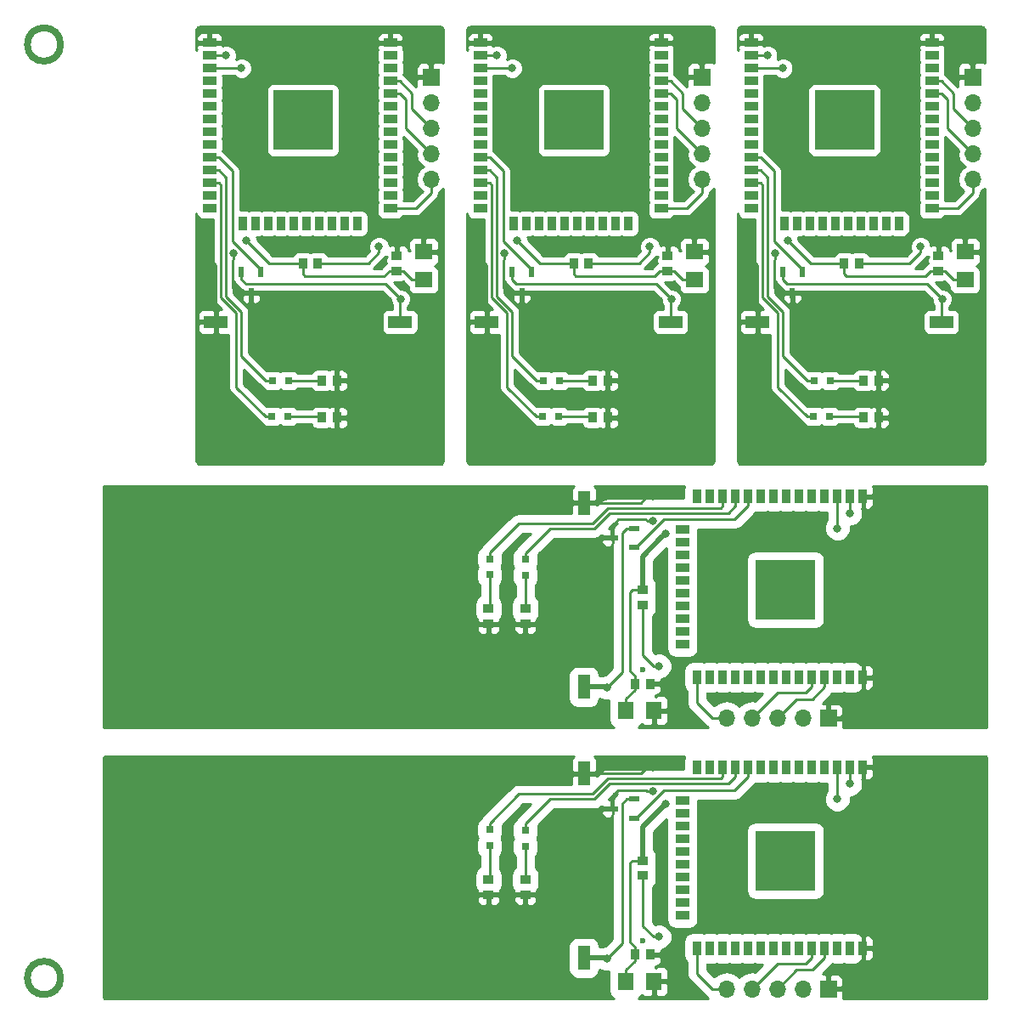
<source format=gtl>
G04 #@! TF.GenerationSoftware,KiCad,Pcbnew,no-vcs-found*
G04 #@! TF.CreationDate,2017-01-05T13:18:46+01:00*
G04 #@! TF.ProjectId,ESP32-HELP-Button-pan,45535033322D48454C502D427574746F,rev?*
G04 #@! TF.FileFunction,Copper,L1,Top,Signal*
G04 #@! TF.FilePolarity,Positive*
%FSLAX46Y46*%
G04 Gerber Fmt 4.6, Leading zero omitted, Abs format (unit mm)*
G04 Created by KiCad (PCBNEW no-vcs-found) date Thu Jan  5 13:18:46 2017*
%MOMM*%
%LPD*%
G01*
G04 APERTURE LIST*
%ADD10C,0.100000*%
%ADD11C,0.381000*%
%ADD12R,1.803400X1.600200*%
%ADD13R,1.000760X0.899160*%
%ADD14C,0.800000*%
%ADD15R,1.350000X0.900000*%
%ADD16R,0.900000X1.350000*%
%ADD17R,6.000000X6.000000*%
%ADD18R,0.899160X1.000760*%
%ADD19R,0.599440X1.000760*%
%ADD20R,1.700000X1.700000*%
%ADD21O,1.700000X1.700000*%
%ADD22R,0.800000X0.800000*%
%ADD23R,2.340000X1.300000*%
%ADD24C,0.600000*%
%ADD25R,1.600200X1.803400*%
%ADD26R,1.000760X0.599440*%
%ADD27R,1.300000X2.340000*%
%ADD28C,0.250000*%
%ADD29C,0.500000*%
%ADD30C,0.254000*%
G04 APERTURE END LIST*
D10*
D11*
X34529080Y-73000000D02*
G75*
G03X34529080Y-73000000I-1529080J0D01*
G01*
X34790700Y-73000000D02*
G75*
G03X34790700Y-73000000I-1790700J0D01*
G01*
X34790700Y-166000000D02*
G75*
G03X34790700Y-166000000I-1790700J0D01*
G01*
X34529080Y-166000000D02*
G75*
G03X34529080Y-166000000I-1529080J0D01*
G01*
D12*
X124858000Y-96456000D03*
X124858000Y-93662000D03*
D13*
X122191000Y-95546680D03*
X122191000Y-94043000D03*
D14*
X114822000Y-78544000D03*
X114822000Y-79544000D03*
X114822000Y-80544000D03*
X114822000Y-81544000D03*
X114822000Y-82544000D03*
X112822000Y-78544000D03*
X112822000Y-79544000D03*
X112822000Y-80544000D03*
X112822000Y-81544000D03*
X112822000Y-82544000D03*
X113822000Y-82544000D03*
X113822000Y-81544000D03*
X113822000Y-80544000D03*
X113822000Y-79544000D03*
X113822000Y-78544000D03*
X111822000Y-78544000D03*
X111822000Y-79544000D03*
X111822000Y-80544000D03*
X111822000Y-81544000D03*
X111822000Y-82544000D03*
X110822000Y-82544000D03*
X110822000Y-81544000D03*
X110822000Y-80544000D03*
X110822000Y-79544000D03*
D15*
X121552000Y-72834000D03*
X121552000Y-74104000D03*
X121552000Y-75374000D03*
X121552000Y-76644000D03*
X121552000Y-77914000D03*
X121552000Y-79184000D03*
X121552000Y-80454000D03*
X121552000Y-81724000D03*
X121552000Y-82994000D03*
X121552000Y-84264000D03*
X121552000Y-85534000D03*
X121552000Y-86804000D03*
X121552000Y-88074000D03*
X121552000Y-89344000D03*
D16*
X118252000Y-90844000D03*
X116982000Y-90844000D03*
X115712000Y-90844000D03*
X114442000Y-90844000D03*
X113172000Y-90844000D03*
X111902000Y-90844000D03*
X110632000Y-90844000D03*
X109362000Y-90844000D03*
X108092000Y-90844000D03*
X106822000Y-90844000D03*
D15*
X103522000Y-89344000D03*
X103522000Y-88074000D03*
X103522000Y-86804000D03*
X103522000Y-85534000D03*
X103522000Y-84264000D03*
X103522000Y-82994000D03*
X103522000Y-81724000D03*
X103522000Y-80454000D03*
X103522000Y-79184000D03*
X103522000Y-77914000D03*
X103522000Y-76644000D03*
X103522000Y-75374000D03*
X103522000Y-74104000D03*
X103522000Y-72834000D03*
D17*
X112822000Y-80544000D03*
D14*
X110822000Y-78544000D03*
D18*
X116222000Y-110172000D03*
X114718320Y-110172000D03*
X114718320Y-106489000D03*
X116222000Y-106489000D03*
X112813320Y-94805000D03*
X114317000Y-94805000D03*
D19*
X106697000Y-95653360D03*
X107649500Y-97766640D03*
X108602000Y-95653360D03*
D20*
X125620000Y-76263000D03*
D21*
X125620000Y-78803000D03*
X125620000Y-81343000D03*
X125620000Y-83883000D03*
X125620000Y-86423000D03*
D22*
X111345000Y-110045000D03*
X109745000Y-110045000D03*
X109796000Y-106489000D03*
X111396000Y-106489000D03*
D23*
X122497000Y-100647000D03*
X104157000Y-100647000D03*
D24*
X118127000Y-81597000D03*
X123334000Y-88201000D03*
X120794000Y-94805000D03*
X106951000Y-71945000D03*
X107967000Y-71945000D03*
X108983000Y-71945000D03*
X110126000Y-71945000D03*
X111142000Y-71945000D03*
X112158000Y-71945000D03*
X113174000Y-71945000D03*
X114190000Y-71945000D03*
X115206000Y-71945000D03*
X116222000Y-71945000D03*
X117238000Y-71945000D03*
X118254000Y-71945000D03*
X119270000Y-71945000D03*
X105808000Y-71945000D03*
D12*
X97858000Y-96456000D03*
X97858000Y-93662000D03*
D13*
X95191000Y-95546680D03*
X95191000Y-94043000D03*
D14*
X87822000Y-78544000D03*
X87822000Y-79544000D03*
X87822000Y-80544000D03*
X87822000Y-81544000D03*
X87822000Y-82544000D03*
X85822000Y-78544000D03*
X85822000Y-79544000D03*
X85822000Y-80544000D03*
X85822000Y-81544000D03*
X85822000Y-82544000D03*
X86822000Y-82544000D03*
X86822000Y-81544000D03*
X86822000Y-80544000D03*
X86822000Y-79544000D03*
X86822000Y-78544000D03*
X84822000Y-78544000D03*
X84822000Y-79544000D03*
X84822000Y-80544000D03*
X84822000Y-81544000D03*
X84822000Y-82544000D03*
X83822000Y-82544000D03*
X83822000Y-81544000D03*
X83822000Y-80544000D03*
X83822000Y-79544000D03*
D15*
X94552000Y-72834000D03*
X94552000Y-74104000D03*
X94552000Y-75374000D03*
X94552000Y-76644000D03*
X94552000Y-77914000D03*
X94552000Y-79184000D03*
X94552000Y-80454000D03*
X94552000Y-81724000D03*
X94552000Y-82994000D03*
X94552000Y-84264000D03*
X94552000Y-85534000D03*
X94552000Y-86804000D03*
X94552000Y-88074000D03*
X94552000Y-89344000D03*
D16*
X91252000Y-90844000D03*
X89982000Y-90844000D03*
X88712000Y-90844000D03*
X87442000Y-90844000D03*
X86172000Y-90844000D03*
X84902000Y-90844000D03*
X83632000Y-90844000D03*
X82362000Y-90844000D03*
X81092000Y-90844000D03*
X79822000Y-90844000D03*
D15*
X76522000Y-89344000D03*
X76522000Y-88074000D03*
X76522000Y-86804000D03*
X76522000Y-85534000D03*
X76522000Y-84264000D03*
X76522000Y-82994000D03*
X76522000Y-81724000D03*
X76522000Y-80454000D03*
X76522000Y-79184000D03*
X76522000Y-77914000D03*
X76522000Y-76644000D03*
X76522000Y-75374000D03*
X76522000Y-74104000D03*
X76522000Y-72834000D03*
D17*
X85822000Y-80544000D03*
D14*
X83822000Y-78544000D03*
D18*
X89222000Y-110172000D03*
X87718320Y-110172000D03*
X87718320Y-106489000D03*
X89222000Y-106489000D03*
X85813320Y-94805000D03*
X87317000Y-94805000D03*
D19*
X79697000Y-95653360D03*
X80649500Y-97766640D03*
X81602000Y-95653360D03*
D20*
X98620000Y-76263000D03*
D21*
X98620000Y-78803000D03*
X98620000Y-81343000D03*
X98620000Y-83883000D03*
X98620000Y-86423000D03*
D22*
X84345000Y-110045000D03*
X82745000Y-110045000D03*
X82796000Y-106489000D03*
X84396000Y-106489000D03*
D23*
X95497000Y-100647000D03*
X77157000Y-100647000D03*
D24*
X91127000Y-81597000D03*
X96334000Y-88201000D03*
X93794000Y-94805000D03*
X79951000Y-71945000D03*
X80967000Y-71945000D03*
X81983000Y-71945000D03*
X83126000Y-71945000D03*
X84142000Y-71945000D03*
X85158000Y-71945000D03*
X86174000Y-71945000D03*
X87190000Y-71945000D03*
X88206000Y-71945000D03*
X89222000Y-71945000D03*
X90238000Y-71945000D03*
X91254000Y-71945000D03*
X92270000Y-71945000D03*
X78808000Y-71945000D03*
D25*
X91044000Y-139358000D03*
X93838000Y-139358000D03*
D18*
X91953320Y-136691000D03*
X93457000Y-136691000D03*
D14*
X108956000Y-129322000D03*
X107956000Y-129322000D03*
X106956000Y-129322000D03*
X105956000Y-129322000D03*
X104956000Y-129322000D03*
X108956000Y-127322000D03*
X107956000Y-127322000D03*
X106956000Y-127322000D03*
X105956000Y-127322000D03*
X104956000Y-127322000D03*
X104956000Y-128322000D03*
X105956000Y-128322000D03*
X106956000Y-128322000D03*
X107956000Y-128322000D03*
X108956000Y-128322000D03*
X108956000Y-126322000D03*
X107956000Y-126322000D03*
X106956000Y-126322000D03*
X105956000Y-126322000D03*
X104956000Y-126322000D03*
X104956000Y-125322000D03*
X105956000Y-125322000D03*
X106956000Y-125322000D03*
X107956000Y-125322000D03*
D16*
X114666000Y-136052000D03*
X113396000Y-136052000D03*
X112126000Y-136052000D03*
X110856000Y-136052000D03*
X109586000Y-136052000D03*
X108316000Y-136052000D03*
X107046000Y-136052000D03*
X105776000Y-136052000D03*
X104506000Y-136052000D03*
X103236000Y-136052000D03*
X101966000Y-136052000D03*
X100696000Y-136052000D03*
X99426000Y-136052000D03*
X98156000Y-136052000D03*
D15*
X96656000Y-132752000D03*
X96656000Y-131482000D03*
X96656000Y-130212000D03*
X96656000Y-128942000D03*
X96656000Y-127672000D03*
X96656000Y-126402000D03*
X96656000Y-125132000D03*
X96656000Y-123862000D03*
X96656000Y-122592000D03*
X96656000Y-121322000D03*
D16*
X98156000Y-118022000D03*
X99426000Y-118022000D03*
X100696000Y-118022000D03*
X101966000Y-118022000D03*
X103236000Y-118022000D03*
X104506000Y-118022000D03*
X105776000Y-118022000D03*
X107046000Y-118022000D03*
X108316000Y-118022000D03*
X109586000Y-118022000D03*
X110856000Y-118022000D03*
X112126000Y-118022000D03*
X113396000Y-118022000D03*
X114666000Y-118022000D03*
D17*
X106956000Y-127322000D03*
D14*
X108956000Y-125322000D03*
D13*
X77328000Y-130722000D03*
X77328000Y-129218320D03*
X81011000Y-129218320D03*
X81011000Y-130722000D03*
X92695000Y-127313320D03*
X92695000Y-128817000D03*
D26*
X91846640Y-121197000D03*
X89733360Y-122149500D03*
X91846640Y-123102000D03*
D20*
X111237000Y-140120000D03*
D21*
X108697000Y-140120000D03*
X106157000Y-140120000D03*
X103617000Y-140120000D03*
X101077000Y-140120000D03*
D22*
X77455000Y-125845000D03*
X77455000Y-124245000D03*
X81011000Y-124296000D03*
X81011000Y-125896000D03*
D27*
X86853000Y-136997000D03*
X86853000Y-118657000D03*
D24*
X105903000Y-132627000D03*
X99299000Y-137834000D03*
X92695000Y-135294000D03*
X115555000Y-121451000D03*
X115555000Y-122467000D03*
X115555000Y-123483000D03*
X115555000Y-124626000D03*
X115555000Y-125642000D03*
X115555000Y-126658000D03*
X115555000Y-127674000D03*
X115555000Y-128690000D03*
X115555000Y-129706000D03*
X115555000Y-130722000D03*
X115555000Y-131738000D03*
X115555000Y-132754000D03*
X115555000Y-133770000D03*
X115555000Y-120435000D03*
X126620000Y-117387000D03*
X51808000Y-71945000D03*
X65270000Y-71945000D03*
X64254000Y-71945000D03*
X63238000Y-71945000D03*
X62222000Y-71945000D03*
X61206000Y-71945000D03*
X60190000Y-71945000D03*
X59174000Y-71945000D03*
X58158000Y-71945000D03*
X57142000Y-71945000D03*
X56126000Y-71945000D03*
X54983000Y-71945000D03*
X53967000Y-71945000D03*
X52951000Y-71945000D03*
X66794000Y-94805000D03*
X69334000Y-88201000D03*
X64127000Y-81597000D03*
D23*
X50157000Y-100647000D03*
X68497000Y-100647000D03*
D22*
X57396000Y-106489000D03*
X55796000Y-106489000D03*
X55745000Y-110045000D03*
X57345000Y-110045000D03*
D21*
X71620000Y-86423000D03*
X71620000Y-83883000D03*
X71620000Y-81343000D03*
X71620000Y-78803000D03*
D20*
X71620000Y-76263000D03*
D19*
X54602000Y-95653360D03*
X53649500Y-97766640D03*
X52697000Y-95653360D03*
D18*
X60317000Y-94805000D03*
X58813320Y-94805000D03*
X62222000Y-106489000D03*
X60718320Y-106489000D03*
X60718320Y-110172000D03*
X62222000Y-110172000D03*
D14*
X56822000Y-78544000D03*
D17*
X58822000Y-80544000D03*
D15*
X49522000Y-72834000D03*
X49522000Y-74104000D03*
X49522000Y-75374000D03*
X49522000Y-76644000D03*
X49522000Y-77914000D03*
X49522000Y-79184000D03*
X49522000Y-80454000D03*
X49522000Y-81724000D03*
X49522000Y-82994000D03*
X49522000Y-84264000D03*
X49522000Y-85534000D03*
X49522000Y-86804000D03*
X49522000Y-88074000D03*
X49522000Y-89344000D03*
D16*
X52822000Y-90844000D03*
X54092000Y-90844000D03*
X55362000Y-90844000D03*
X56632000Y-90844000D03*
X57902000Y-90844000D03*
X59172000Y-90844000D03*
X60442000Y-90844000D03*
X61712000Y-90844000D03*
X62982000Y-90844000D03*
X64252000Y-90844000D03*
D15*
X67552000Y-89344000D03*
X67552000Y-88074000D03*
X67552000Y-86804000D03*
X67552000Y-85534000D03*
X67552000Y-84264000D03*
X67552000Y-82994000D03*
X67552000Y-81724000D03*
X67552000Y-80454000D03*
X67552000Y-79184000D03*
X67552000Y-77914000D03*
X67552000Y-76644000D03*
X67552000Y-75374000D03*
X67552000Y-74104000D03*
X67552000Y-72834000D03*
D14*
X56822000Y-79544000D03*
X56822000Y-80544000D03*
X56822000Y-81544000D03*
X56822000Y-82544000D03*
X57822000Y-82544000D03*
X57822000Y-81544000D03*
X57822000Y-80544000D03*
X57822000Y-79544000D03*
X57822000Y-78544000D03*
X59822000Y-78544000D03*
X59822000Y-79544000D03*
X59822000Y-80544000D03*
X59822000Y-81544000D03*
X59822000Y-82544000D03*
X58822000Y-82544000D03*
X58822000Y-81544000D03*
X58822000Y-80544000D03*
X58822000Y-79544000D03*
X58822000Y-78544000D03*
X60822000Y-82544000D03*
X60822000Y-81544000D03*
X60822000Y-80544000D03*
X60822000Y-79544000D03*
X60822000Y-78544000D03*
D13*
X68191000Y-94043000D03*
X68191000Y-95546680D03*
D12*
X70858000Y-93662000D03*
X70858000Y-96456000D03*
D24*
X126620000Y-144387000D03*
X115555000Y-147435000D03*
X115555000Y-160770000D03*
X115555000Y-159754000D03*
X115555000Y-158738000D03*
X115555000Y-157722000D03*
X115555000Y-156706000D03*
X115555000Y-155690000D03*
X115555000Y-154674000D03*
X115555000Y-153658000D03*
X115555000Y-152642000D03*
X115555000Y-151626000D03*
X115555000Y-150483000D03*
X115555000Y-149467000D03*
X115555000Y-148451000D03*
X92695000Y-162294000D03*
X99299000Y-164834000D03*
X105903000Y-159627000D03*
D27*
X86853000Y-145657000D03*
X86853000Y-163997000D03*
D22*
X81011000Y-152896000D03*
X81011000Y-151296000D03*
X77455000Y-151245000D03*
X77455000Y-152845000D03*
D21*
X101077000Y-167120000D03*
X103617000Y-167120000D03*
X106157000Y-167120000D03*
X108697000Y-167120000D03*
D20*
X111237000Y-167120000D03*
D26*
X91846640Y-150102000D03*
X89733360Y-149149500D03*
X91846640Y-148197000D03*
D13*
X92695000Y-155817000D03*
X92695000Y-154313320D03*
X81011000Y-157722000D03*
X81011000Y-156218320D03*
X77328000Y-156218320D03*
X77328000Y-157722000D03*
D14*
X108956000Y-152322000D03*
D17*
X106956000Y-154322000D03*
D16*
X114666000Y-145022000D03*
X113396000Y-145022000D03*
X112126000Y-145022000D03*
X110856000Y-145022000D03*
X109586000Y-145022000D03*
X108316000Y-145022000D03*
X107046000Y-145022000D03*
X105776000Y-145022000D03*
X104506000Y-145022000D03*
X103236000Y-145022000D03*
X101966000Y-145022000D03*
X100696000Y-145022000D03*
X99426000Y-145022000D03*
X98156000Y-145022000D03*
D15*
X96656000Y-148322000D03*
X96656000Y-149592000D03*
X96656000Y-150862000D03*
X96656000Y-152132000D03*
X96656000Y-153402000D03*
X96656000Y-154672000D03*
X96656000Y-155942000D03*
X96656000Y-157212000D03*
X96656000Y-158482000D03*
X96656000Y-159752000D03*
D16*
X98156000Y-163052000D03*
X99426000Y-163052000D03*
X100696000Y-163052000D03*
X101966000Y-163052000D03*
X103236000Y-163052000D03*
X104506000Y-163052000D03*
X105776000Y-163052000D03*
X107046000Y-163052000D03*
X108316000Y-163052000D03*
X109586000Y-163052000D03*
X110856000Y-163052000D03*
X112126000Y-163052000D03*
X113396000Y-163052000D03*
X114666000Y-163052000D03*
D14*
X107956000Y-152322000D03*
X106956000Y-152322000D03*
X105956000Y-152322000D03*
X104956000Y-152322000D03*
X104956000Y-153322000D03*
X105956000Y-153322000D03*
X106956000Y-153322000D03*
X107956000Y-153322000D03*
X108956000Y-153322000D03*
X108956000Y-155322000D03*
X107956000Y-155322000D03*
X106956000Y-155322000D03*
X105956000Y-155322000D03*
X104956000Y-155322000D03*
X104956000Y-154322000D03*
X105956000Y-154322000D03*
X106956000Y-154322000D03*
X107956000Y-154322000D03*
X108956000Y-154322000D03*
X104956000Y-156322000D03*
X105956000Y-156322000D03*
X106956000Y-156322000D03*
X107956000Y-156322000D03*
X108956000Y-156322000D03*
D18*
X93457000Y-163691000D03*
X91953320Y-163691000D03*
D25*
X93838000Y-166358000D03*
X91044000Y-166358000D03*
D14*
X122572000Y-98361000D03*
X95572000Y-98361000D03*
X89139000Y-137072000D03*
X68572000Y-98361000D03*
X89139000Y-164072000D03*
X105173000Y-74104000D03*
X107205000Y-92519000D03*
X78173000Y-74104000D03*
X80205000Y-92519000D03*
X113396000Y-119673000D03*
X94981000Y-121705000D03*
X53205000Y-92519000D03*
X51173000Y-74104000D03*
X94981000Y-148705000D03*
X113396000Y-146673000D03*
X106697000Y-75374000D03*
X120413000Y-93154000D03*
X79697000Y-75374000D03*
X93413000Y-93154000D03*
X112126000Y-121197000D03*
X94346000Y-134913000D03*
X66413000Y-93154000D03*
X52697000Y-75374000D03*
X94346000Y-161913000D03*
X112126000Y-148197000D03*
X103526653Y-93793653D03*
X105930347Y-93793653D03*
X76526653Y-93793653D03*
X78930347Y-93793653D03*
X93706347Y-118026653D03*
X93706347Y-120430347D03*
X51930347Y-93793653D03*
X49526653Y-93793653D03*
X93706347Y-147430347D03*
X93706347Y-145026653D03*
D28*
X122497000Y-98436000D02*
X122572000Y-98361000D01*
X122497000Y-100647000D02*
X122497000Y-98436000D01*
X106697000Y-96403740D02*
X107130260Y-96837000D01*
X106697000Y-95653360D02*
X106697000Y-96403740D01*
X121048000Y-96837000D02*
X122572000Y-98361000D01*
X107130260Y-96837000D02*
X121048000Y-96837000D01*
X95497000Y-98436000D02*
X95572000Y-98361000D01*
X95497000Y-100647000D02*
X95497000Y-98436000D01*
X79697000Y-96403740D02*
X80130260Y-96837000D01*
X79697000Y-95653360D02*
X79697000Y-96403740D01*
X94048000Y-96837000D02*
X95572000Y-98361000D01*
X80130260Y-96837000D02*
X94048000Y-96837000D01*
D29*
X89064000Y-136997000D02*
X89139000Y-137072000D01*
X86853000Y-136997000D02*
X89064000Y-136997000D01*
D28*
X91096260Y-121197000D02*
X90663000Y-121630260D01*
X91846640Y-121197000D02*
X91096260Y-121197000D01*
X90663000Y-135548000D02*
X89139000Y-137072000D01*
X90663000Y-121630260D02*
X90663000Y-135548000D01*
X53130260Y-96837000D02*
X67048000Y-96837000D01*
X67048000Y-96837000D02*
X68572000Y-98361000D01*
X52697000Y-95653360D02*
X52697000Y-96403740D01*
X52697000Y-96403740D02*
X53130260Y-96837000D01*
X68497000Y-100647000D02*
X68497000Y-98436000D01*
X68497000Y-98436000D02*
X68572000Y-98361000D01*
X90663000Y-148630260D02*
X90663000Y-162548000D01*
X90663000Y-162548000D02*
X89139000Y-164072000D01*
X91846640Y-148197000D02*
X91096260Y-148197000D01*
X91096260Y-148197000D02*
X90663000Y-148630260D01*
D29*
X86853000Y-163997000D02*
X89064000Y-163997000D01*
X89064000Y-163997000D02*
X89139000Y-164072000D01*
D28*
X105173000Y-74104000D02*
X103522000Y-74104000D01*
X107604999Y-92918999D02*
X107205000Y-92519000D01*
X112813320Y-94805000D02*
X109491000Y-94805000D01*
X109491000Y-94805000D02*
X107604999Y-92918999D01*
X123706300Y-96456000D02*
X122826000Y-95575700D01*
X124858000Y-96456000D02*
X123706300Y-96456000D01*
X122220020Y-95575700D02*
X122191000Y-95546680D01*
X122826000Y-95575700D02*
X122220020Y-95575700D01*
X112813320Y-95841320D02*
X112813320Y-94805000D01*
X113047000Y-96075000D02*
X112813320Y-95841320D01*
X120912300Y-96075000D02*
X113047000Y-96075000D01*
X121440620Y-95546680D02*
X120912300Y-96075000D01*
X122191000Y-95546680D02*
X121440620Y-95546680D01*
X78173000Y-74104000D02*
X76522000Y-74104000D01*
X80604999Y-92918999D02*
X80205000Y-92519000D01*
X85813320Y-94805000D02*
X82491000Y-94805000D01*
X82491000Y-94805000D02*
X80604999Y-92918999D01*
X96706300Y-96456000D02*
X95826000Y-95575700D01*
X97858000Y-96456000D02*
X96706300Y-96456000D01*
X95220020Y-95575700D02*
X95191000Y-95546680D01*
X95826000Y-95575700D02*
X95220020Y-95575700D01*
X85813320Y-95841320D02*
X85813320Y-94805000D01*
X86047000Y-96075000D02*
X85813320Y-95841320D01*
X93912300Y-96075000D02*
X86047000Y-96075000D01*
X94440620Y-95546680D02*
X93912300Y-96075000D01*
X95191000Y-95546680D02*
X94440620Y-95546680D01*
X113396000Y-119673000D02*
X113396000Y-118022000D01*
X91044000Y-138206300D02*
X91924300Y-137326000D01*
X91044000Y-139358000D02*
X91044000Y-138206300D01*
X91924300Y-136720020D02*
X91953320Y-136691000D01*
X91924300Y-137326000D02*
X91924300Y-136720020D01*
X91658680Y-127313320D02*
X92695000Y-127313320D01*
X91425000Y-127547000D02*
X91658680Y-127313320D01*
X91425000Y-135412300D02*
X91425000Y-127547000D01*
X91953320Y-135940620D02*
X91425000Y-135412300D01*
X91953320Y-136691000D02*
X91953320Y-135940620D01*
D29*
X92695000Y-123991000D02*
X94581001Y-122104999D01*
X92695000Y-127313320D02*
X92695000Y-123991000D01*
X94581001Y-122104999D02*
X94981000Y-121705000D01*
D28*
X68191000Y-95546680D02*
X67440620Y-95546680D01*
X67440620Y-95546680D02*
X66912300Y-96075000D01*
X66912300Y-96075000D02*
X59047000Y-96075000D01*
X59047000Y-96075000D02*
X58813320Y-95841320D01*
X58813320Y-95841320D02*
X58813320Y-94805000D01*
X68826000Y-95575700D02*
X68220020Y-95575700D01*
X68220020Y-95575700D02*
X68191000Y-95546680D01*
X70858000Y-96456000D02*
X69706300Y-96456000D01*
X69706300Y-96456000D02*
X68826000Y-95575700D01*
X55491000Y-94805000D02*
X53604999Y-92918999D01*
X58813320Y-94805000D02*
X55491000Y-94805000D01*
X53604999Y-92918999D02*
X53205000Y-92519000D01*
X51173000Y-74104000D02*
X49522000Y-74104000D01*
D29*
X94581001Y-149104999D02*
X94981000Y-148705000D01*
X92695000Y-154313320D02*
X92695000Y-150991000D01*
X92695000Y-150991000D02*
X94581001Y-149104999D01*
D28*
X91953320Y-163691000D02*
X91953320Y-162940620D01*
X91953320Y-162940620D02*
X91425000Y-162412300D01*
X91425000Y-162412300D02*
X91425000Y-154547000D01*
X91425000Y-154547000D02*
X91658680Y-154313320D01*
X91658680Y-154313320D02*
X92695000Y-154313320D01*
X91924300Y-164326000D02*
X91924300Y-163720020D01*
X91924300Y-163720020D02*
X91953320Y-163691000D01*
X91044000Y-166358000D02*
X91044000Y-165206300D01*
X91044000Y-165206300D02*
X91924300Y-164326000D01*
X113396000Y-146673000D02*
X113396000Y-145022000D01*
X111396000Y-106489000D02*
X114718320Y-106489000D01*
X84396000Y-106489000D02*
X87718320Y-106489000D01*
X81011000Y-125896000D02*
X81011000Y-129218320D01*
X57396000Y-106489000D02*
X60718320Y-106489000D01*
X81011000Y-152896000D02*
X81011000Y-156218320D01*
X109146000Y-106489000D02*
X106697000Y-104040000D01*
X109796000Y-106489000D02*
X109146000Y-106489000D01*
X106697000Y-104040000D02*
X106697000Y-99631000D01*
X106697000Y-99631000D02*
X105173000Y-98107000D01*
X104447000Y-85534000D02*
X103522000Y-85534000D01*
X105173000Y-86260000D02*
X104447000Y-85534000D01*
X105173000Y-98107000D02*
X105173000Y-86260000D01*
X82146000Y-106489000D02*
X79697000Y-104040000D01*
X82796000Y-106489000D02*
X82146000Y-106489000D01*
X79697000Y-104040000D02*
X79697000Y-99631000D01*
X79697000Y-99631000D02*
X78173000Y-98107000D01*
X77447000Y-85534000D02*
X76522000Y-85534000D01*
X78173000Y-86260000D02*
X77447000Y-85534000D01*
X78173000Y-98107000D02*
X78173000Y-86260000D01*
X81011000Y-123646000D02*
X83460000Y-121197000D01*
X81011000Y-124296000D02*
X81011000Y-123646000D01*
X83460000Y-121197000D02*
X87869000Y-121197000D01*
X87869000Y-121197000D02*
X89393000Y-119673000D01*
X101966000Y-118947000D02*
X101966000Y-118022000D01*
X101240000Y-119673000D02*
X101966000Y-118947000D01*
X89393000Y-119673000D02*
X101240000Y-119673000D01*
X51173000Y-98107000D02*
X51173000Y-86260000D01*
X51173000Y-86260000D02*
X50447000Y-85534000D01*
X50447000Y-85534000D02*
X49522000Y-85534000D01*
X52697000Y-99631000D02*
X51173000Y-98107000D01*
X52697000Y-104040000D02*
X52697000Y-99631000D01*
X55796000Y-106489000D02*
X55146000Y-106489000D01*
X55146000Y-106489000D02*
X52697000Y-104040000D01*
X89393000Y-146673000D02*
X101240000Y-146673000D01*
X101240000Y-146673000D02*
X101966000Y-145947000D01*
X101966000Y-145947000D02*
X101966000Y-145022000D01*
X87869000Y-148197000D02*
X89393000Y-146673000D01*
X83460000Y-148197000D02*
X87869000Y-148197000D01*
X81011000Y-151296000D02*
X81011000Y-150646000D01*
X81011000Y-150646000D02*
X83460000Y-148197000D01*
X109095000Y-110045000D02*
X106189000Y-107139000D01*
X109745000Y-110045000D02*
X109095000Y-110045000D01*
X106189000Y-99759410D02*
X104665000Y-98235410D01*
X106189000Y-107139000D02*
X106189000Y-99759410D01*
X104447000Y-86804000D02*
X103522000Y-86804000D01*
X104665000Y-87022000D02*
X104447000Y-86804000D01*
X104665000Y-98235410D02*
X104665000Y-87022000D01*
X82095000Y-110045000D02*
X79189000Y-107139000D01*
X82745000Y-110045000D02*
X82095000Y-110045000D01*
X79189000Y-99759410D02*
X77665000Y-98235410D01*
X79189000Y-107139000D02*
X79189000Y-99759410D01*
X77447000Y-86804000D02*
X76522000Y-86804000D01*
X77665000Y-87022000D02*
X77447000Y-86804000D01*
X77665000Y-98235410D02*
X77665000Y-87022000D01*
X77455000Y-123595000D02*
X80361000Y-120689000D01*
X77455000Y-124245000D02*
X77455000Y-123595000D01*
X87740590Y-120689000D02*
X89264590Y-119165000D01*
X80361000Y-120689000D02*
X87740590Y-120689000D01*
X100696000Y-118947000D02*
X100696000Y-118022000D01*
X100478000Y-119165000D02*
X100696000Y-118947000D01*
X89264590Y-119165000D02*
X100478000Y-119165000D01*
X50665000Y-98235410D02*
X50665000Y-87022000D01*
X50665000Y-87022000D02*
X50447000Y-86804000D01*
X50447000Y-86804000D02*
X49522000Y-86804000D01*
X52189000Y-107139000D02*
X52189000Y-99759410D01*
X52189000Y-99759410D02*
X50665000Y-98235410D01*
X55745000Y-110045000D02*
X55095000Y-110045000D01*
X55095000Y-110045000D02*
X52189000Y-107139000D01*
X89264590Y-146165000D02*
X100478000Y-146165000D01*
X100478000Y-146165000D02*
X100696000Y-145947000D01*
X100696000Y-145947000D02*
X100696000Y-145022000D01*
X80361000Y-147689000D02*
X87740590Y-147689000D01*
X87740590Y-147689000D02*
X89264590Y-146165000D01*
X77455000Y-151245000D02*
X77455000Y-150595000D01*
X77455000Y-150595000D02*
X80361000Y-147689000D01*
X114591320Y-110045000D02*
X114718320Y-110172000D01*
X111345000Y-110045000D02*
X114591320Y-110045000D01*
X87591320Y-110045000D02*
X87718320Y-110172000D01*
X84345000Y-110045000D02*
X87591320Y-110045000D01*
X77455000Y-129091320D02*
X77328000Y-129218320D01*
X77455000Y-125845000D02*
X77455000Y-129091320D01*
X57345000Y-110045000D02*
X60591320Y-110045000D01*
X60591320Y-110045000D02*
X60718320Y-110172000D01*
X77455000Y-152845000D02*
X77455000Y-156091320D01*
X77455000Y-156091320D02*
X77328000Y-156218320D01*
X125620000Y-87820000D02*
X125620000Y-86423000D01*
X124096000Y-89344000D02*
X125620000Y-87820000D01*
X121552000Y-89344000D02*
X124096000Y-89344000D01*
X98620000Y-87820000D02*
X98620000Y-86423000D01*
X97096000Y-89344000D02*
X98620000Y-87820000D01*
X94552000Y-89344000D02*
X97096000Y-89344000D01*
X99680000Y-140120000D02*
X101077000Y-140120000D01*
X98156000Y-138596000D02*
X99680000Y-140120000D01*
X98156000Y-136052000D02*
X98156000Y-138596000D01*
X67552000Y-89344000D02*
X70096000Y-89344000D01*
X70096000Y-89344000D02*
X71620000Y-87820000D01*
X71620000Y-87820000D02*
X71620000Y-86423000D01*
X98156000Y-163052000D02*
X98156000Y-165596000D01*
X98156000Y-165596000D02*
X99680000Y-167120000D01*
X99680000Y-167120000D02*
X101077000Y-167120000D01*
X122477000Y-77914000D02*
X121552000Y-77914000D01*
X123080000Y-78517000D02*
X122477000Y-77914000D01*
X123080000Y-81343000D02*
X123080000Y-78517000D01*
X125620000Y-83883000D02*
X123080000Y-81343000D01*
X95477000Y-77914000D02*
X94552000Y-77914000D01*
X96080000Y-78517000D02*
X95477000Y-77914000D01*
X96080000Y-81343000D02*
X96080000Y-78517000D01*
X98620000Y-83883000D02*
X96080000Y-81343000D01*
X109586000Y-136977000D02*
X109586000Y-136052000D01*
X108983000Y-137580000D02*
X109586000Y-136977000D01*
X106157000Y-137580000D02*
X108983000Y-137580000D01*
X103617000Y-140120000D02*
X106157000Y-137580000D01*
X71620000Y-83883000D02*
X69080000Y-81343000D01*
X69080000Y-81343000D02*
X69080000Y-78517000D01*
X69080000Y-78517000D02*
X68477000Y-77914000D01*
X68477000Y-77914000D02*
X67552000Y-77914000D01*
X103617000Y-167120000D02*
X106157000Y-164580000D01*
X106157000Y-164580000D02*
X108983000Y-164580000D01*
X108983000Y-164580000D02*
X109586000Y-163977000D01*
X109586000Y-163977000D02*
X109586000Y-163052000D01*
X122477000Y-76644000D02*
X121552000Y-76644000D01*
X123715000Y-77882000D02*
X122477000Y-76644000D01*
X123715000Y-79438000D02*
X123715000Y-77882000D01*
X125620000Y-81343000D02*
X123715000Y-79438000D01*
X95477000Y-76644000D02*
X94552000Y-76644000D01*
X96715000Y-77882000D02*
X95477000Y-76644000D01*
X96715000Y-79438000D02*
X96715000Y-77882000D01*
X98620000Y-81343000D02*
X96715000Y-79438000D01*
X110856000Y-136977000D02*
X110856000Y-136052000D01*
X109618000Y-138215000D02*
X110856000Y-136977000D01*
X108062000Y-138215000D02*
X109618000Y-138215000D01*
X106157000Y-140120000D02*
X108062000Y-138215000D01*
X71620000Y-81343000D02*
X69715000Y-79438000D01*
X69715000Y-79438000D02*
X69715000Y-77882000D01*
X69715000Y-77882000D02*
X68477000Y-76644000D01*
X68477000Y-76644000D02*
X67552000Y-76644000D01*
X106157000Y-167120000D02*
X108062000Y-165215000D01*
X108062000Y-165215000D02*
X109618000Y-165215000D01*
X109618000Y-165215000D02*
X110856000Y-163977000D01*
X110856000Y-163977000D02*
X110856000Y-163052000D01*
X103522000Y-75374000D02*
X104447000Y-75374000D01*
X104447000Y-75374000D02*
X106697000Y-75374000D01*
X119327685Y-94805000D02*
X115016580Y-94805000D01*
X115016580Y-94805000D02*
X114317000Y-94805000D01*
X120413000Y-93719685D02*
X119327685Y-94805000D01*
X120413000Y-93154000D02*
X120413000Y-93719685D01*
X76522000Y-75374000D02*
X77447000Y-75374000D01*
X77447000Y-75374000D02*
X79697000Y-75374000D01*
X92327685Y-94805000D02*
X88016580Y-94805000D01*
X88016580Y-94805000D02*
X87317000Y-94805000D01*
X93413000Y-93719685D02*
X92327685Y-94805000D01*
X93413000Y-93154000D02*
X93413000Y-93719685D01*
X112126000Y-118022000D02*
X112126000Y-118947000D01*
X112126000Y-118947000D02*
X112126000Y-121197000D01*
X92695000Y-133827685D02*
X92695000Y-129516580D01*
X92695000Y-129516580D02*
X92695000Y-128817000D01*
X93780315Y-134913000D02*
X92695000Y-133827685D01*
X94346000Y-134913000D02*
X93780315Y-134913000D01*
X66413000Y-93154000D02*
X66413000Y-93719685D01*
X66413000Y-93719685D02*
X65327685Y-94805000D01*
X61016580Y-94805000D02*
X60317000Y-94805000D01*
X65327685Y-94805000D02*
X61016580Y-94805000D01*
X50447000Y-75374000D02*
X52697000Y-75374000D01*
X49522000Y-75374000D02*
X50447000Y-75374000D01*
X94346000Y-161913000D02*
X93780315Y-161913000D01*
X93780315Y-161913000D02*
X92695000Y-160827685D01*
X92695000Y-156516580D02*
X92695000Y-155817000D01*
X92695000Y-160827685D02*
X92695000Y-156516580D01*
X112126000Y-145947000D02*
X112126000Y-148197000D01*
X112126000Y-145022000D02*
X112126000Y-145947000D01*
X108602000Y-95694000D02*
X108602000Y-95705620D01*
X108602000Y-95440000D02*
X108602000Y-95694000D01*
X105808000Y-92646000D02*
X108602000Y-95440000D01*
X105808000Y-85625000D02*
X105808000Y-92646000D01*
X104447000Y-84264000D02*
X105808000Y-85625000D01*
X103522000Y-84264000D02*
X104447000Y-84264000D01*
X81602000Y-95694000D02*
X81602000Y-95705620D01*
X81602000Y-95440000D02*
X81602000Y-95694000D01*
X78808000Y-92646000D02*
X81602000Y-95440000D01*
X78808000Y-85625000D02*
X78808000Y-92646000D01*
X77447000Y-84264000D02*
X78808000Y-85625000D01*
X76522000Y-84264000D02*
X77447000Y-84264000D01*
X91806000Y-123102000D02*
X91794380Y-123102000D01*
X92060000Y-123102000D02*
X91806000Y-123102000D01*
X94854000Y-120308000D02*
X92060000Y-123102000D01*
X101875000Y-120308000D02*
X94854000Y-120308000D01*
X103236000Y-118947000D02*
X101875000Y-120308000D01*
X103236000Y-118022000D02*
X103236000Y-118947000D01*
X49522000Y-84264000D02*
X50447000Y-84264000D01*
X50447000Y-84264000D02*
X51808000Y-85625000D01*
X51808000Y-85625000D02*
X51808000Y-92646000D01*
X51808000Y-92646000D02*
X54602000Y-95440000D01*
X54602000Y-95440000D02*
X54602000Y-95694000D01*
X54602000Y-95694000D02*
X54602000Y-95705620D01*
X103236000Y-145022000D02*
X103236000Y-145947000D01*
X103236000Y-145947000D02*
X101875000Y-147308000D01*
X101875000Y-147308000D02*
X94854000Y-147308000D01*
X94854000Y-147308000D02*
X92060000Y-150102000D01*
X92060000Y-150102000D02*
X91806000Y-150102000D01*
X91806000Y-150102000D02*
X91794380Y-150102000D01*
X122477000Y-72834000D02*
X121552000Y-72834000D01*
X123291000Y-72834000D02*
X122477000Y-72834000D01*
X125620000Y-75163000D02*
X123291000Y-72834000D01*
X125620000Y-76263000D02*
X125620000Y-75163000D01*
X104157000Y-100647000D02*
X104157000Y-95186000D01*
X116222000Y-106438200D02*
X116349000Y-106311200D01*
X116222000Y-106489000D02*
X116222000Y-106438200D01*
X116349000Y-106311200D02*
X116349000Y-100139000D01*
X116222000Y-110172000D02*
X116222000Y-106489000D01*
X105898000Y-93826000D02*
X105930347Y-93793653D01*
X105898000Y-94170000D02*
X105898000Y-93826000D01*
X104157000Y-94989685D02*
X104157000Y-95186000D01*
X103526653Y-94359338D02*
X104157000Y-94989685D01*
X103526653Y-93793653D02*
X103526653Y-94359338D01*
X105930347Y-94359338D02*
X105808000Y-94481685D01*
X105930347Y-93793653D02*
X105930347Y-94359338D01*
X105808000Y-94481685D02*
X105808000Y-97218000D01*
X106356640Y-97766640D02*
X107649500Y-97766640D01*
X105808000Y-97218000D02*
X106356640Y-97766640D01*
X108199220Y-97766640D02*
X108285580Y-97853000D01*
X107649500Y-97766640D02*
X108199220Y-97766640D01*
X114063000Y-97853000D02*
X116349000Y-100139000D01*
X108285580Y-97853000D02*
X114063000Y-97853000D01*
X119143000Y-72834000D02*
X103522000Y-72834000D01*
X121552000Y-72834000D02*
X119143000Y-72834000D01*
X95477000Y-72834000D02*
X94552000Y-72834000D01*
X96291000Y-72834000D02*
X95477000Y-72834000D01*
X98620000Y-75163000D02*
X96291000Y-72834000D01*
X98620000Y-76263000D02*
X98620000Y-75163000D01*
X77157000Y-100647000D02*
X77157000Y-95186000D01*
X89222000Y-106438200D02*
X89349000Y-106311200D01*
X89222000Y-106489000D02*
X89222000Y-106438200D01*
X89349000Y-106311200D02*
X89349000Y-100139000D01*
X89222000Y-110172000D02*
X89222000Y-106489000D01*
X78898000Y-93826000D02*
X78930347Y-93793653D01*
X78898000Y-94170000D02*
X78898000Y-93826000D01*
X77157000Y-94989685D02*
X77157000Y-95186000D01*
X76526653Y-94359338D02*
X77157000Y-94989685D01*
X76526653Y-93793653D02*
X76526653Y-94359338D01*
X78930347Y-94359338D02*
X78808000Y-94481685D01*
X78930347Y-93793653D02*
X78930347Y-94359338D01*
X78808000Y-94481685D02*
X78808000Y-97218000D01*
X79356640Y-97766640D02*
X80649500Y-97766640D01*
X78808000Y-97218000D02*
X79356640Y-97766640D01*
X81199220Y-97766640D02*
X81285580Y-97853000D01*
X80649500Y-97766640D02*
X81199220Y-97766640D01*
X87063000Y-97853000D02*
X89349000Y-100139000D01*
X81285580Y-97853000D02*
X87063000Y-97853000D01*
X92143000Y-72834000D02*
X76522000Y-72834000D01*
X94552000Y-72834000D02*
X92143000Y-72834000D01*
X114666000Y-136977000D02*
X114666000Y-136052000D01*
X114666000Y-137791000D02*
X114666000Y-136977000D01*
X112337000Y-140120000D02*
X114666000Y-137791000D01*
X111237000Y-140120000D02*
X112337000Y-140120000D01*
X86853000Y-118657000D02*
X92314000Y-118657000D01*
X81061800Y-130722000D02*
X81188800Y-130849000D01*
X81011000Y-130722000D02*
X81061800Y-130722000D01*
X81188800Y-130849000D02*
X87361000Y-130849000D01*
X77328000Y-130722000D02*
X81011000Y-130722000D01*
X93674000Y-120398000D02*
X93706347Y-120430347D01*
X93330000Y-120398000D02*
X93674000Y-120398000D01*
X92510315Y-118657000D02*
X92314000Y-118657000D01*
X93140662Y-118026653D02*
X92510315Y-118657000D01*
X93706347Y-118026653D02*
X93140662Y-118026653D01*
X93140662Y-120430347D02*
X93018315Y-120308000D01*
X93706347Y-120430347D02*
X93140662Y-120430347D01*
X93018315Y-120308000D02*
X90282000Y-120308000D01*
X89733360Y-120856640D02*
X89733360Y-122149500D01*
X90282000Y-120308000D02*
X89733360Y-120856640D01*
X89733360Y-122699220D02*
X89647000Y-122785580D01*
X89733360Y-122149500D02*
X89733360Y-122699220D01*
X89647000Y-128563000D02*
X87361000Y-130849000D01*
X89647000Y-122785580D02*
X89647000Y-128563000D01*
X114666000Y-133643000D02*
X114666000Y-118022000D01*
X114666000Y-136052000D02*
X114666000Y-133643000D01*
X67552000Y-72834000D02*
X65143000Y-72834000D01*
X65143000Y-72834000D02*
X49522000Y-72834000D01*
X54285580Y-97853000D02*
X60063000Y-97853000D01*
X60063000Y-97853000D02*
X62349000Y-100139000D01*
X53649500Y-97766640D02*
X54199220Y-97766640D01*
X54199220Y-97766640D02*
X54285580Y-97853000D01*
X51808000Y-97218000D02*
X52356640Y-97766640D01*
X52356640Y-97766640D02*
X53649500Y-97766640D01*
X51808000Y-94481685D02*
X51808000Y-97218000D01*
X51930347Y-93793653D02*
X51930347Y-94359338D01*
X51930347Y-94359338D02*
X51808000Y-94481685D01*
X49526653Y-93793653D02*
X49526653Y-94359338D01*
X49526653Y-94359338D02*
X50157000Y-94989685D01*
X50157000Y-94989685D02*
X50157000Y-95186000D01*
X51898000Y-94170000D02*
X51898000Y-93826000D01*
X51898000Y-93826000D02*
X51930347Y-93793653D01*
X62222000Y-110172000D02*
X62222000Y-106489000D01*
X62349000Y-106311200D02*
X62349000Y-100139000D01*
X62222000Y-106489000D02*
X62222000Y-106438200D01*
X62222000Y-106438200D02*
X62349000Y-106311200D01*
X50157000Y-100647000D02*
X50157000Y-95186000D01*
X71620000Y-76263000D02*
X71620000Y-75163000D01*
X71620000Y-75163000D02*
X69291000Y-72834000D01*
X69291000Y-72834000D02*
X68477000Y-72834000D01*
X68477000Y-72834000D02*
X67552000Y-72834000D01*
X114666000Y-163052000D02*
X114666000Y-160643000D01*
X114666000Y-160643000D02*
X114666000Y-145022000D01*
X89647000Y-149785580D02*
X89647000Y-155563000D01*
X89647000Y-155563000D02*
X87361000Y-157849000D01*
X89733360Y-149149500D02*
X89733360Y-149699220D01*
X89733360Y-149699220D02*
X89647000Y-149785580D01*
X90282000Y-147308000D02*
X89733360Y-147856640D01*
X89733360Y-147856640D02*
X89733360Y-149149500D01*
X93018315Y-147308000D02*
X90282000Y-147308000D01*
X93706347Y-147430347D02*
X93140662Y-147430347D01*
X93140662Y-147430347D02*
X93018315Y-147308000D01*
X93706347Y-145026653D02*
X93140662Y-145026653D01*
X93140662Y-145026653D02*
X92510315Y-145657000D01*
X92510315Y-145657000D02*
X92314000Y-145657000D01*
X93330000Y-147398000D02*
X93674000Y-147398000D01*
X93674000Y-147398000D02*
X93706347Y-147430347D01*
X77328000Y-157722000D02*
X81011000Y-157722000D01*
X81188800Y-157849000D02*
X87361000Y-157849000D01*
X81011000Y-157722000D02*
X81061800Y-157722000D01*
X81061800Y-157722000D02*
X81188800Y-157849000D01*
X86853000Y-145657000D02*
X92314000Y-145657000D01*
X111237000Y-167120000D02*
X112337000Y-167120000D01*
X112337000Y-167120000D02*
X114666000Y-164791000D01*
X114666000Y-164791000D02*
X114666000Y-163977000D01*
X114666000Y-163977000D02*
X114666000Y-163052000D01*
D30*
G36*
X72605655Y-71244926D02*
X72695225Y-71304774D01*
X72755074Y-71394345D01*
X72790000Y-71569930D01*
X72790000Y-74858230D01*
X72596309Y-74778000D01*
X71905750Y-74778000D01*
X71747000Y-74936750D01*
X71747000Y-76136000D01*
X71767000Y-76136000D01*
X71767000Y-76390000D01*
X71747000Y-76390000D01*
X71747000Y-76410000D01*
X71493000Y-76410000D01*
X71493000Y-76390000D01*
X70293750Y-76390000D01*
X70135000Y-76548750D01*
X70135000Y-77227198D01*
X69014401Y-76106599D01*
X68841242Y-75990898D01*
X68874440Y-75824000D01*
X68874440Y-75286690D01*
X70135000Y-75286690D01*
X70135000Y-75977250D01*
X70293750Y-76136000D01*
X71493000Y-76136000D01*
X71493000Y-74936750D01*
X71334250Y-74778000D01*
X70643691Y-74778000D01*
X70410302Y-74874673D01*
X70231673Y-75053301D01*
X70135000Y-75286690D01*
X68874440Y-75286690D01*
X68874440Y-74924000D01*
X68837642Y-74739000D01*
X68874440Y-74554000D01*
X68874440Y-73654000D01*
X68837657Y-73469079D01*
X68862000Y-73410310D01*
X68862000Y-73119750D01*
X68703250Y-72961000D01*
X67679000Y-72961000D01*
X67679000Y-72981000D01*
X67425000Y-72981000D01*
X67425000Y-72961000D01*
X66400750Y-72961000D01*
X66242000Y-73119750D01*
X66242000Y-73410310D01*
X66266343Y-73469079D01*
X66229560Y-73654000D01*
X66229560Y-74554000D01*
X66266358Y-74739000D01*
X66229560Y-74924000D01*
X66229560Y-75824000D01*
X66266358Y-76009000D01*
X66229560Y-76194000D01*
X66229560Y-77094000D01*
X66266358Y-77279000D01*
X66229560Y-77464000D01*
X66229560Y-78364000D01*
X66266358Y-78549000D01*
X66229560Y-78734000D01*
X66229560Y-79634000D01*
X66266358Y-79819000D01*
X66229560Y-80004000D01*
X66229560Y-80904000D01*
X66266358Y-81089000D01*
X66229560Y-81274000D01*
X66229560Y-82174000D01*
X66266358Y-82359000D01*
X66229560Y-82544000D01*
X66229560Y-83444000D01*
X66266358Y-83629000D01*
X66229560Y-83814000D01*
X66229560Y-84714000D01*
X66266358Y-84899000D01*
X66229560Y-85084000D01*
X66229560Y-85984000D01*
X66266358Y-86169000D01*
X66229560Y-86354000D01*
X66229560Y-87254000D01*
X66266358Y-87439000D01*
X66229560Y-87624000D01*
X66229560Y-88524000D01*
X66266358Y-88709000D01*
X66229560Y-88894000D01*
X66229560Y-89794000D01*
X66278843Y-90041765D01*
X66419191Y-90251809D01*
X66629235Y-90392157D01*
X66877000Y-90441440D01*
X68227000Y-90441440D01*
X68474765Y-90392157D01*
X68684809Y-90251809D01*
X68783573Y-90104000D01*
X70096000Y-90104000D01*
X70386839Y-90046148D01*
X70633401Y-89881401D01*
X72157401Y-88357401D01*
X72322148Y-88110840D01*
X72331746Y-88062586D01*
X72380000Y-87820000D01*
X72380000Y-87686301D01*
X72699147Y-87473054D01*
X72790000Y-87337083D01*
X72790000Y-114430070D01*
X72755074Y-114605655D01*
X72695225Y-114695226D01*
X72605655Y-114755074D01*
X72430070Y-114790000D01*
X48569930Y-114790000D01*
X48394345Y-114755074D01*
X48304774Y-114695225D01*
X48244926Y-114605655D01*
X48210000Y-114430070D01*
X48210000Y-100932750D01*
X48352000Y-100932750D01*
X48352000Y-101423310D01*
X48448673Y-101656699D01*
X48627302Y-101835327D01*
X48860691Y-101932000D01*
X49871250Y-101932000D01*
X50030000Y-101773250D01*
X50030000Y-100774000D01*
X48510750Y-100774000D01*
X48352000Y-100932750D01*
X48210000Y-100932750D01*
X48210000Y-99870690D01*
X48352000Y-99870690D01*
X48352000Y-100361250D01*
X48510750Y-100520000D01*
X50030000Y-100520000D01*
X50030000Y-99520750D01*
X49871250Y-99362000D01*
X48860691Y-99362000D01*
X48627302Y-99458673D01*
X48448673Y-99637301D01*
X48352000Y-99870690D01*
X48210000Y-99870690D01*
X48210000Y-89846486D01*
X48248843Y-90041765D01*
X48389191Y-90251809D01*
X48599235Y-90392157D01*
X48847000Y-90441440D01*
X49905000Y-90441440D01*
X49905000Y-98235410D01*
X49962852Y-98526249D01*
X50127599Y-98772811D01*
X50716788Y-99362000D01*
X50442750Y-99362000D01*
X50284000Y-99520750D01*
X50284000Y-100520000D01*
X50304000Y-100520000D01*
X50304000Y-100774000D01*
X50284000Y-100774000D01*
X50284000Y-101773250D01*
X50442750Y-101932000D01*
X51429000Y-101932000D01*
X51429000Y-107139000D01*
X51486852Y-107429839D01*
X51651599Y-107676401D01*
X54557599Y-110582401D01*
X54766259Y-110721823D01*
X54887191Y-110902809D01*
X55097235Y-111043157D01*
X55345000Y-111092440D01*
X56145000Y-111092440D01*
X56392765Y-111043157D01*
X56545000Y-110941436D01*
X56697235Y-111043157D01*
X56945000Y-111092440D01*
X57745000Y-111092440D01*
X57992765Y-111043157D01*
X58202809Y-110902809D01*
X58268163Y-110805000D01*
X59647679Y-110805000D01*
X59670583Y-110920145D01*
X59810931Y-111130189D01*
X60020975Y-111270537D01*
X60268740Y-111319820D01*
X61167900Y-111319820D01*
X61415665Y-111270537D01*
X61469814Y-111234355D01*
X61646111Y-111307380D01*
X61936250Y-111307380D01*
X62095000Y-111148630D01*
X62095000Y-110299000D01*
X62349000Y-110299000D01*
X62349000Y-111148630D01*
X62507750Y-111307380D01*
X62797889Y-111307380D01*
X63031278Y-111210707D01*
X63209907Y-111032079D01*
X63306580Y-110798690D01*
X63306580Y-110457750D01*
X63147830Y-110299000D01*
X62349000Y-110299000D01*
X62095000Y-110299000D01*
X62075000Y-110299000D01*
X62075000Y-110045000D01*
X62095000Y-110045000D01*
X62095000Y-109195370D01*
X62349000Y-109195370D01*
X62349000Y-110045000D01*
X63147830Y-110045000D01*
X63306580Y-109886250D01*
X63306580Y-109545310D01*
X63209907Y-109311921D01*
X63031278Y-109133293D01*
X62797889Y-109036620D01*
X62507750Y-109036620D01*
X62349000Y-109195370D01*
X62095000Y-109195370D01*
X61936250Y-109036620D01*
X61646111Y-109036620D01*
X61469814Y-109109645D01*
X61415665Y-109073463D01*
X61167900Y-109024180D01*
X60268740Y-109024180D01*
X60020975Y-109073463D01*
X59810931Y-109213811D01*
X59763364Y-109285000D01*
X58268163Y-109285000D01*
X58202809Y-109187191D01*
X57992765Y-109046843D01*
X57745000Y-108997560D01*
X56945000Y-108997560D01*
X56697235Y-109046843D01*
X56545000Y-109148564D01*
X56392765Y-109046843D01*
X56145000Y-108997560D01*
X55345000Y-108997560D01*
X55159300Y-109034498D01*
X52949000Y-106824198D01*
X52949000Y-105366802D01*
X54608599Y-107026401D01*
X54817259Y-107165823D01*
X54938191Y-107346809D01*
X55148235Y-107487157D01*
X55396000Y-107536440D01*
X56196000Y-107536440D01*
X56443765Y-107487157D01*
X56596000Y-107385436D01*
X56748235Y-107487157D01*
X56996000Y-107536440D01*
X57796000Y-107536440D01*
X58043765Y-107487157D01*
X58253809Y-107346809D01*
X58319163Y-107249000D01*
X59678504Y-107249000D01*
X59810931Y-107447189D01*
X60020975Y-107587537D01*
X60268740Y-107636820D01*
X61167900Y-107636820D01*
X61415665Y-107587537D01*
X61469814Y-107551355D01*
X61646111Y-107624380D01*
X61936250Y-107624380D01*
X62095000Y-107465630D01*
X62095000Y-106616000D01*
X62349000Y-106616000D01*
X62349000Y-107465630D01*
X62507750Y-107624380D01*
X62797889Y-107624380D01*
X63031278Y-107527707D01*
X63209907Y-107349079D01*
X63306580Y-107115690D01*
X63306580Y-106774750D01*
X63147830Y-106616000D01*
X62349000Y-106616000D01*
X62095000Y-106616000D01*
X62075000Y-106616000D01*
X62075000Y-106362000D01*
X62095000Y-106362000D01*
X62095000Y-105512370D01*
X62349000Y-105512370D01*
X62349000Y-106362000D01*
X63147830Y-106362000D01*
X63306580Y-106203250D01*
X63306580Y-105862310D01*
X63209907Y-105628921D01*
X63031278Y-105450293D01*
X62797889Y-105353620D01*
X62507750Y-105353620D01*
X62349000Y-105512370D01*
X62095000Y-105512370D01*
X61936250Y-105353620D01*
X61646111Y-105353620D01*
X61469814Y-105426645D01*
X61415665Y-105390463D01*
X61167900Y-105341180D01*
X60268740Y-105341180D01*
X60020975Y-105390463D01*
X59810931Y-105530811D01*
X59678504Y-105729000D01*
X58319163Y-105729000D01*
X58253809Y-105631191D01*
X58043765Y-105490843D01*
X57796000Y-105441560D01*
X56996000Y-105441560D01*
X56748235Y-105490843D01*
X56596000Y-105592564D01*
X56443765Y-105490843D01*
X56196000Y-105441560D01*
X55396000Y-105441560D01*
X55210300Y-105478498D01*
X53457000Y-103725198D01*
X53457000Y-99631000D01*
X53399148Y-99340161D01*
X53399148Y-99340160D01*
X53234401Y-99093599D01*
X52193192Y-98052390D01*
X52714780Y-98052390D01*
X52714780Y-98393330D01*
X52811453Y-98626719D01*
X52990082Y-98805347D01*
X53223471Y-98902020D01*
X53363750Y-98902020D01*
X53522500Y-98743270D01*
X53522500Y-97893640D01*
X53776500Y-97893640D01*
X53776500Y-98743270D01*
X53935250Y-98902020D01*
X54075529Y-98902020D01*
X54308918Y-98805347D01*
X54487547Y-98626719D01*
X54584220Y-98393330D01*
X54584220Y-98052390D01*
X54425470Y-97893640D01*
X53776500Y-97893640D01*
X53522500Y-97893640D01*
X52873530Y-97893640D01*
X52714780Y-98052390D01*
X52193192Y-98052390D01*
X51933000Y-97792198D01*
X51933000Y-96601865D01*
X51939471Y-96611549D01*
X51984294Y-96641499D01*
X51994852Y-96694579D01*
X52159599Y-96941141D01*
X52592859Y-97374401D01*
X52714780Y-97455866D01*
X52714780Y-97480890D01*
X52873530Y-97639640D01*
X53522500Y-97639640D01*
X53522500Y-97619640D01*
X53776500Y-97619640D01*
X53776500Y-97639640D01*
X54425470Y-97639640D01*
X54468110Y-97597000D01*
X66733198Y-97597000D01*
X67536965Y-98400767D01*
X67536821Y-98565971D01*
X67694058Y-98946515D01*
X67737000Y-98989532D01*
X67737000Y-99349560D01*
X67327000Y-99349560D01*
X67079235Y-99398843D01*
X66869191Y-99539191D01*
X66728843Y-99749235D01*
X66679560Y-99997000D01*
X66679560Y-101297000D01*
X66728843Y-101544765D01*
X66869191Y-101754809D01*
X67079235Y-101895157D01*
X67327000Y-101944440D01*
X69667000Y-101944440D01*
X69914765Y-101895157D01*
X70124809Y-101754809D01*
X70265157Y-101544765D01*
X70314440Y-101297000D01*
X70314440Y-99997000D01*
X70265157Y-99749235D01*
X70124809Y-99539191D01*
X69914765Y-99398843D01*
X69667000Y-99349560D01*
X69257000Y-99349560D01*
X69257000Y-99139630D01*
X69448919Y-98948046D01*
X69606820Y-98567777D01*
X69607179Y-98156029D01*
X69449942Y-97775485D01*
X69159046Y-97484081D01*
X68778777Y-97326180D01*
X68611836Y-97326034D01*
X67929502Y-96643700D01*
X68691380Y-96643700D01*
X68797992Y-96622494D01*
X69168899Y-96993401D01*
X69308860Y-97086920D01*
X69308860Y-97256100D01*
X69358143Y-97503865D01*
X69498491Y-97713909D01*
X69708535Y-97854257D01*
X69956300Y-97903540D01*
X71759700Y-97903540D01*
X72007465Y-97854257D01*
X72217509Y-97713909D01*
X72357857Y-97503865D01*
X72407140Y-97256100D01*
X72407140Y-95655900D01*
X72357857Y-95408135D01*
X72217509Y-95198091D01*
X72007465Y-95057743D01*
X71989603Y-95054190D01*
X72119399Y-95000427D01*
X72298027Y-94821798D01*
X72394700Y-94588409D01*
X72394700Y-93947750D01*
X72235950Y-93789000D01*
X70985000Y-93789000D01*
X70985000Y-93809000D01*
X70731000Y-93809000D01*
X70731000Y-93789000D01*
X70711000Y-93789000D01*
X70711000Y-93535000D01*
X70731000Y-93535000D01*
X70731000Y-92385650D01*
X70985000Y-92385650D01*
X70985000Y-93535000D01*
X72235950Y-93535000D01*
X72394700Y-93376250D01*
X72394700Y-92735591D01*
X72298027Y-92502202D01*
X72119399Y-92323573D01*
X71886010Y-92226900D01*
X71143750Y-92226900D01*
X70985000Y-92385650D01*
X70731000Y-92385650D01*
X70572250Y-92226900D01*
X69829990Y-92226900D01*
X69596601Y-92323573D01*
X69417973Y-92502202D01*
X69321300Y-92735591D01*
X69321300Y-93376250D01*
X69480048Y-93534998D01*
X69326380Y-93534998D01*
X69326380Y-93467111D01*
X69229707Y-93233722D01*
X69051079Y-93055093D01*
X68817690Y-92958420D01*
X68476750Y-92958420D01*
X68318000Y-93117170D01*
X68318000Y-93916000D01*
X68338000Y-93916000D01*
X68338000Y-94170000D01*
X68318000Y-94170000D01*
X68318000Y-94190000D01*
X68064000Y-94190000D01*
X68064000Y-94170000D01*
X68044000Y-94170000D01*
X68044000Y-93916000D01*
X68064000Y-93916000D01*
X68064000Y-93117170D01*
X67905250Y-92958420D01*
X67564310Y-92958420D01*
X67448129Y-93006544D01*
X67448179Y-92949029D01*
X67290942Y-92568485D01*
X67000046Y-92277081D01*
X66619777Y-92119180D01*
X66208029Y-92118821D01*
X65827485Y-92276058D01*
X65536081Y-92566954D01*
X65378180Y-92947223D01*
X65377821Y-93358971D01*
X65471702Y-93586181D01*
X65012883Y-94045000D01*
X61356816Y-94045000D01*
X61224389Y-93846811D01*
X61014345Y-93706463D01*
X60766580Y-93657180D01*
X59867420Y-93657180D01*
X59619655Y-93706463D01*
X59565160Y-93742876D01*
X59510665Y-93706463D01*
X59262900Y-93657180D01*
X58363740Y-93657180D01*
X58115975Y-93706463D01*
X57905931Y-93846811D01*
X57773504Y-94045000D01*
X55805802Y-94045000D01*
X54240035Y-92479233D01*
X54240179Y-92314029D01*
X54179197Y-92166440D01*
X54542000Y-92166440D01*
X54727000Y-92129642D01*
X54912000Y-92166440D01*
X55812000Y-92166440D01*
X55997000Y-92129642D01*
X56182000Y-92166440D01*
X57082000Y-92166440D01*
X57267000Y-92129642D01*
X57452000Y-92166440D01*
X58352000Y-92166440D01*
X58537000Y-92129642D01*
X58722000Y-92166440D01*
X59622000Y-92166440D01*
X59807000Y-92129642D01*
X59992000Y-92166440D01*
X60892000Y-92166440D01*
X61077000Y-92129642D01*
X61262000Y-92166440D01*
X62162000Y-92166440D01*
X62347000Y-92129642D01*
X62532000Y-92166440D01*
X63432000Y-92166440D01*
X63617000Y-92129642D01*
X63802000Y-92166440D01*
X64702000Y-92166440D01*
X64949765Y-92117157D01*
X65159809Y-91976809D01*
X65300157Y-91766765D01*
X65349440Y-91519000D01*
X65349440Y-90169000D01*
X65300157Y-89921235D01*
X65159809Y-89711191D01*
X64949765Y-89570843D01*
X64702000Y-89521560D01*
X63802000Y-89521560D01*
X63617000Y-89558358D01*
X63432000Y-89521560D01*
X62532000Y-89521560D01*
X62347000Y-89558358D01*
X62162000Y-89521560D01*
X61262000Y-89521560D01*
X61077000Y-89558358D01*
X60892000Y-89521560D01*
X59992000Y-89521560D01*
X59807000Y-89558358D01*
X59622000Y-89521560D01*
X58722000Y-89521560D01*
X58537000Y-89558358D01*
X58352000Y-89521560D01*
X57452000Y-89521560D01*
X57267000Y-89558358D01*
X57082000Y-89521560D01*
X56182000Y-89521560D01*
X55997000Y-89558358D01*
X55812000Y-89521560D01*
X54912000Y-89521560D01*
X54727000Y-89558358D01*
X54542000Y-89521560D01*
X53642000Y-89521560D01*
X53457000Y-89558358D01*
X53272000Y-89521560D01*
X52568000Y-89521560D01*
X52568000Y-85625000D01*
X52510148Y-85334161D01*
X52345401Y-85087599D01*
X50984401Y-83726599D01*
X50811242Y-83610898D01*
X50844440Y-83444000D01*
X50844440Y-82544000D01*
X50807642Y-82359000D01*
X50844440Y-82174000D01*
X50844440Y-81274000D01*
X50807642Y-81089000D01*
X50844440Y-80904000D01*
X50844440Y-80004000D01*
X50807642Y-79819000D01*
X50844440Y-79634000D01*
X50844440Y-78734000D01*
X50807642Y-78549000D01*
X50844440Y-78364000D01*
X50844440Y-77544000D01*
X55174560Y-77544000D01*
X55174560Y-83544000D01*
X55223843Y-83791765D01*
X55364191Y-84001809D01*
X55574235Y-84142157D01*
X55822000Y-84191440D01*
X61822000Y-84191440D01*
X62069765Y-84142157D01*
X62279809Y-84001809D01*
X62420157Y-83791765D01*
X62469440Y-83544000D01*
X62469440Y-77544000D01*
X62420157Y-77296235D01*
X62279809Y-77086191D01*
X62069765Y-76945843D01*
X61822000Y-76896560D01*
X55822000Y-76896560D01*
X55574235Y-76945843D01*
X55364191Y-77086191D01*
X55223843Y-77296235D01*
X55174560Y-77544000D01*
X50844440Y-77544000D01*
X50844440Y-77464000D01*
X50807642Y-77279000D01*
X50844440Y-77094000D01*
X50844440Y-76194000D01*
X50832505Y-76134000D01*
X51993239Y-76134000D01*
X52109954Y-76250919D01*
X52490223Y-76408820D01*
X52901971Y-76409179D01*
X53282515Y-76251942D01*
X53573919Y-75961046D01*
X53731820Y-75580777D01*
X53732179Y-75169029D01*
X53574942Y-74788485D01*
X53284046Y-74497081D01*
X52903777Y-74339180D01*
X52492029Y-74338821D01*
X52134903Y-74486382D01*
X52207820Y-74310777D01*
X52208179Y-73899029D01*
X52050942Y-73518485D01*
X51760046Y-73227081D01*
X51379777Y-73069180D01*
X50968029Y-73068821D01*
X50832000Y-73125027D01*
X50832000Y-73119750D01*
X50673250Y-72961000D01*
X49649000Y-72961000D01*
X49649000Y-72981000D01*
X49395000Y-72981000D01*
X49395000Y-72961000D01*
X48370750Y-72961000D01*
X48212000Y-73119750D01*
X48212000Y-73410310D01*
X48236343Y-73469079D01*
X48210000Y-73601514D01*
X48210000Y-72257690D01*
X48212000Y-72257690D01*
X48212000Y-72548250D01*
X48370750Y-72707000D01*
X49395000Y-72707000D01*
X49395000Y-71907750D01*
X49649000Y-71907750D01*
X49649000Y-72707000D01*
X50673250Y-72707000D01*
X50832000Y-72548250D01*
X50832000Y-72257690D01*
X66242000Y-72257690D01*
X66242000Y-72548250D01*
X66400750Y-72707000D01*
X67425000Y-72707000D01*
X67425000Y-71907750D01*
X67679000Y-71907750D01*
X67679000Y-72707000D01*
X68703250Y-72707000D01*
X68862000Y-72548250D01*
X68862000Y-72257690D01*
X68765327Y-72024301D01*
X68586698Y-71845673D01*
X68353309Y-71749000D01*
X67837750Y-71749000D01*
X67679000Y-71907750D01*
X67425000Y-71907750D01*
X67266250Y-71749000D01*
X66750691Y-71749000D01*
X66517302Y-71845673D01*
X66338673Y-72024301D01*
X66242000Y-72257690D01*
X50832000Y-72257690D01*
X50735327Y-72024301D01*
X50556698Y-71845673D01*
X50323309Y-71749000D01*
X49807750Y-71749000D01*
X49649000Y-71907750D01*
X49395000Y-71907750D01*
X49236250Y-71749000D01*
X48720691Y-71749000D01*
X48487302Y-71845673D01*
X48308673Y-72024301D01*
X48212000Y-72257690D01*
X48210000Y-72257690D01*
X48210000Y-71569930D01*
X48244926Y-71394345D01*
X48304774Y-71304775D01*
X48394345Y-71244926D01*
X48569930Y-71210000D01*
X72430070Y-71210000D01*
X72605655Y-71244926D01*
X72605655Y-71244926D01*
G37*
X72605655Y-71244926D02*
X72695225Y-71304774D01*
X72755074Y-71394345D01*
X72790000Y-71569930D01*
X72790000Y-74858230D01*
X72596309Y-74778000D01*
X71905750Y-74778000D01*
X71747000Y-74936750D01*
X71747000Y-76136000D01*
X71767000Y-76136000D01*
X71767000Y-76390000D01*
X71747000Y-76390000D01*
X71747000Y-76410000D01*
X71493000Y-76410000D01*
X71493000Y-76390000D01*
X70293750Y-76390000D01*
X70135000Y-76548750D01*
X70135000Y-77227198D01*
X69014401Y-76106599D01*
X68841242Y-75990898D01*
X68874440Y-75824000D01*
X68874440Y-75286690D01*
X70135000Y-75286690D01*
X70135000Y-75977250D01*
X70293750Y-76136000D01*
X71493000Y-76136000D01*
X71493000Y-74936750D01*
X71334250Y-74778000D01*
X70643691Y-74778000D01*
X70410302Y-74874673D01*
X70231673Y-75053301D01*
X70135000Y-75286690D01*
X68874440Y-75286690D01*
X68874440Y-74924000D01*
X68837642Y-74739000D01*
X68874440Y-74554000D01*
X68874440Y-73654000D01*
X68837657Y-73469079D01*
X68862000Y-73410310D01*
X68862000Y-73119750D01*
X68703250Y-72961000D01*
X67679000Y-72961000D01*
X67679000Y-72981000D01*
X67425000Y-72981000D01*
X67425000Y-72961000D01*
X66400750Y-72961000D01*
X66242000Y-73119750D01*
X66242000Y-73410310D01*
X66266343Y-73469079D01*
X66229560Y-73654000D01*
X66229560Y-74554000D01*
X66266358Y-74739000D01*
X66229560Y-74924000D01*
X66229560Y-75824000D01*
X66266358Y-76009000D01*
X66229560Y-76194000D01*
X66229560Y-77094000D01*
X66266358Y-77279000D01*
X66229560Y-77464000D01*
X66229560Y-78364000D01*
X66266358Y-78549000D01*
X66229560Y-78734000D01*
X66229560Y-79634000D01*
X66266358Y-79819000D01*
X66229560Y-80004000D01*
X66229560Y-80904000D01*
X66266358Y-81089000D01*
X66229560Y-81274000D01*
X66229560Y-82174000D01*
X66266358Y-82359000D01*
X66229560Y-82544000D01*
X66229560Y-83444000D01*
X66266358Y-83629000D01*
X66229560Y-83814000D01*
X66229560Y-84714000D01*
X66266358Y-84899000D01*
X66229560Y-85084000D01*
X66229560Y-85984000D01*
X66266358Y-86169000D01*
X66229560Y-86354000D01*
X66229560Y-87254000D01*
X66266358Y-87439000D01*
X66229560Y-87624000D01*
X66229560Y-88524000D01*
X66266358Y-88709000D01*
X66229560Y-88894000D01*
X66229560Y-89794000D01*
X66278843Y-90041765D01*
X66419191Y-90251809D01*
X66629235Y-90392157D01*
X66877000Y-90441440D01*
X68227000Y-90441440D01*
X68474765Y-90392157D01*
X68684809Y-90251809D01*
X68783573Y-90104000D01*
X70096000Y-90104000D01*
X70386839Y-90046148D01*
X70633401Y-89881401D01*
X72157401Y-88357401D01*
X72322148Y-88110840D01*
X72331746Y-88062586D01*
X72380000Y-87820000D01*
X72380000Y-87686301D01*
X72699147Y-87473054D01*
X72790000Y-87337083D01*
X72790000Y-114430070D01*
X72755074Y-114605655D01*
X72695225Y-114695226D01*
X72605655Y-114755074D01*
X72430070Y-114790000D01*
X48569930Y-114790000D01*
X48394345Y-114755074D01*
X48304774Y-114695225D01*
X48244926Y-114605655D01*
X48210000Y-114430070D01*
X48210000Y-100932750D01*
X48352000Y-100932750D01*
X48352000Y-101423310D01*
X48448673Y-101656699D01*
X48627302Y-101835327D01*
X48860691Y-101932000D01*
X49871250Y-101932000D01*
X50030000Y-101773250D01*
X50030000Y-100774000D01*
X48510750Y-100774000D01*
X48352000Y-100932750D01*
X48210000Y-100932750D01*
X48210000Y-99870690D01*
X48352000Y-99870690D01*
X48352000Y-100361250D01*
X48510750Y-100520000D01*
X50030000Y-100520000D01*
X50030000Y-99520750D01*
X49871250Y-99362000D01*
X48860691Y-99362000D01*
X48627302Y-99458673D01*
X48448673Y-99637301D01*
X48352000Y-99870690D01*
X48210000Y-99870690D01*
X48210000Y-89846486D01*
X48248843Y-90041765D01*
X48389191Y-90251809D01*
X48599235Y-90392157D01*
X48847000Y-90441440D01*
X49905000Y-90441440D01*
X49905000Y-98235410D01*
X49962852Y-98526249D01*
X50127599Y-98772811D01*
X50716788Y-99362000D01*
X50442750Y-99362000D01*
X50284000Y-99520750D01*
X50284000Y-100520000D01*
X50304000Y-100520000D01*
X50304000Y-100774000D01*
X50284000Y-100774000D01*
X50284000Y-101773250D01*
X50442750Y-101932000D01*
X51429000Y-101932000D01*
X51429000Y-107139000D01*
X51486852Y-107429839D01*
X51651599Y-107676401D01*
X54557599Y-110582401D01*
X54766259Y-110721823D01*
X54887191Y-110902809D01*
X55097235Y-111043157D01*
X55345000Y-111092440D01*
X56145000Y-111092440D01*
X56392765Y-111043157D01*
X56545000Y-110941436D01*
X56697235Y-111043157D01*
X56945000Y-111092440D01*
X57745000Y-111092440D01*
X57992765Y-111043157D01*
X58202809Y-110902809D01*
X58268163Y-110805000D01*
X59647679Y-110805000D01*
X59670583Y-110920145D01*
X59810931Y-111130189D01*
X60020975Y-111270537D01*
X60268740Y-111319820D01*
X61167900Y-111319820D01*
X61415665Y-111270537D01*
X61469814Y-111234355D01*
X61646111Y-111307380D01*
X61936250Y-111307380D01*
X62095000Y-111148630D01*
X62095000Y-110299000D01*
X62349000Y-110299000D01*
X62349000Y-111148630D01*
X62507750Y-111307380D01*
X62797889Y-111307380D01*
X63031278Y-111210707D01*
X63209907Y-111032079D01*
X63306580Y-110798690D01*
X63306580Y-110457750D01*
X63147830Y-110299000D01*
X62349000Y-110299000D01*
X62095000Y-110299000D01*
X62075000Y-110299000D01*
X62075000Y-110045000D01*
X62095000Y-110045000D01*
X62095000Y-109195370D01*
X62349000Y-109195370D01*
X62349000Y-110045000D01*
X63147830Y-110045000D01*
X63306580Y-109886250D01*
X63306580Y-109545310D01*
X63209907Y-109311921D01*
X63031278Y-109133293D01*
X62797889Y-109036620D01*
X62507750Y-109036620D01*
X62349000Y-109195370D01*
X62095000Y-109195370D01*
X61936250Y-109036620D01*
X61646111Y-109036620D01*
X61469814Y-109109645D01*
X61415665Y-109073463D01*
X61167900Y-109024180D01*
X60268740Y-109024180D01*
X60020975Y-109073463D01*
X59810931Y-109213811D01*
X59763364Y-109285000D01*
X58268163Y-109285000D01*
X58202809Y-109187191D01*
X57992765Y-109046843D01*
X57745000Y-108997560D01*
X56945000Y-108997560D01*
X56697235Y-109046843D01*
X56545000Y-109148564D01*
X56392765Y-109046843D01*
X56145000Y-108997560D01*
X55345000Y-108997560D01*
X55159300Y-109034498D01*
X52949000Y-106824198D01*
X52949000Y-105366802D01*
X54608599Y-107026401D01*
X54817259Y-107165823D01*
X54938191Y-107346809D01*
X55148235Y-107487157D01*
X55396000Y-107536440D01*
X56196000Y-107536440D01*
X56443765Y-107487157D01*
X56596000Y-107385436D01*
X56748235Y-107487157D01*
X56996000Y-107536440D01*
X57796000Y-107536440D01*
X58043765Y-107487157D01*
X58253809Y-107346809D01*
X58319163Y-107249000D01*
X59678504Y-107249000D01*
X59810931Y-107447189D01*
X60020975Y-107587537D01*
X60268740Y-107636820D01*
X61167900Y-107636820D01*
X61415665Y-107587537D01*
X61469814Y-107551355D01*
X61646111Y-107624380D01*
X61936250Y-107624380D01*
X62095000Y-107465630D01*
X62095000Y-106616000D01*
X62349000Y-106616000D01*
X62349000Y-107465630D01*
X62507750Y-107624380D01*
X62797889Y-107624380D01*
X63031278Y-107527707D01*
X63209907Y-107349079D01*
X63306580Y-107115690D01*
X63306580Y-106774750D01*
X63147830Y-106616000D01*
X62349000Y-106616000D01*
X62095000Y-106616000D01*
X62075000Y-106616000D01*
X62075000Y-106362000D01*
X62095000Y-106362000D01*
X62095000Y-105512370D01*
X62349000Y-105512370D01*
X62349000Y-106362000D01*
X63147830Y-106362000D01*
X63306580Y-106203250D01*
X63306580Y-105862310D01*
X63209907Y-105628921D01*
X63031278Y-105450293D01*
X62797889Y-105353620D01*
X62507750Y-105353620D01*
X62349000Y-105512370D01*
X62095000Y-105512370D01*
X61936250Y-105353620D01*
X61646111Y-105353620D01*
X61469814Y-105426645D01*
X61415665Y-105390463D01*
X61167900Y-105341180D01*
X60268740Y-105341180D01*
X60020975Y-105390463D01*
X59810931Y-105530811D01*
X59678504Y-105729000D01*
X58319163Y-105729000D01*
X58253809Y-105631191D01*
X58043765Y-105490843D01*
X57796000Y-105441560D01*
X56996000Y-105441560D01*
X56748235Y-105490843D01*
X56596000Y-105592564D01*
X56443765Y-105490843D01*
X56196000Y-105441560D01*
X55396000Y-105441560D01*
X55210300Y-105478498D01*
X53457000Y-103725198D01*
X53457000Y-99631000D01*
X53399148Y-99340161D01*
X53399148Y-99340160D01*
X53234401Y-99093599D01*
X52193192Y-98052390D01*
X52714780Y-98052390D01*
X52714780Y-98393330D01*
X52811453Y-98626719D01*
X52990082Y-98805347D01*
X53223471Y-98902020D01*
X53363750Y-98902020D01*
X53522500Y-98743270D01*
X53522500Y-97893640D01*
X53776500Y-97893640D01*
X53776500Y-98743270D01*
X53935250Y-98902020D01*
X54075529Y-98902020D01*
X54308918Y-98805347D01*
X54487547Y-98626719D01*
X54584220Y-98393330D01*
X54584220Y-98052390D01*
X54425470Y-97893640D01*
X53776500Y-97893640D01*
X53522500Y-97893640D01*
X52873530Y-97893640D01*
X52714780Y-98052390D01*
X52193192Y-98052390D01*
X51933000Y-97792198D01*
X51933000Y-96601865D01*
X51939471Y-96611549D01*
X51984294Y-96641499D01*
X51994852Y-96694579D01*
X52159599Y-96941141D01*
X52592859Y-97374401D01*
X52714780Y-97455866D01*
X52714780Y-97480890D01*
X52873530Y-97639640D01*
X53522500Y-97639640D01*
X53522500Y-97619640D01*
X53776500Y-97619640D01*
X53776500Y-97639640D01*
X54425470Y-97639640D01*
X54468110Y-97597000D01*
X66733198Y-97597000D01*
X67536965Y-98400767D01*
X67536821Y-98565971D01*
X67694058Y-98946515D01*
X67737000Y-98989532D01*
X67737000Y-99349560D01*
X67327000Y-99349560D01*
X67079235Y-99398843D01*
X66869191Y-99539191D01*
X66728843Y-99749235D01*
X66679560Y-99997000D01*
X66679560Y-101297000D01*
X66728843Y-101544765D01*
X66869191Y-101754809D01*
X67079235Y-101895157D01*
X67327000Y-101944440D01*
X69667000Y-101944440D01*
X69914765Y-101895157D01*
X70124809Y-101754809D01*
X70265157Y-101544765D01*
X70314440Y-101297000D01*
X70314440Y-99997000D01*
X70265157Y-99749235D01*
X70124809Y-99539191D01*
X69914765Y-99398843D01*
X69667000Y-99349560D01*
X69257000Y-99349560D01*
X69257000Y-99139630D01*
X69448919Y-98948046D01*
X69606820Y-98567777D01*
X69607179Y-98156029D01*
X69449942Y-97775485D01*
X69159046Y-97484081D01*
X68778777Y-97326180D01*
X68611836Y-97326034D01*
X67929502Y-96643700D01*
X68691380Y-96643700D01*
X68797992Y-96622494D01*
X69168899Y-96993401D01*
X69308860Y-97086920D01*
X69308860Y-97256100D01*
X69358143Y-97503865D01*
X69498491Y-97713909D01*
X69708535Y-97854257D01*
X69956300Y-97903540D01*
X71759700Y-97903540D01*
X72007465Y-97854257D01*
X72217509Y-97713909D01*
X72357857Y-97503865D01*
X72407140Y-97256100D01*
X72407140Y-95655900D01*
X72357857Y-95408135D01*
X72217509Y-95198091D01*
X72007465Y-95057743D01*
X71989603Y-95054190D01*
X72119399Y-95000427D01*
X72298027Y-94821798D01*
X72394700Y-94588409D01*
X72394700Y-93947750D01*
X72235950Y-93789000D01*
X70985000Y-93789000D01*
X70985000Y-93809000D01*
X70731000Y-93809000D01*
X70731000Y-93789000D01*
X70711000Y-93789000D01*
X70711000Y-93535000D01*
X70731000Y-93535000D01*
X70731000Y-92385650D01*
X70985000Y-92385650D01*
X70985000Y-93535000D01*
X72235950Y-93535000D01*
X72394700Y-93376250D01*
X72394700Y-92735591D01*
X72298027Y-92502202D01*
X72119399Y-92323573D01*
X71886010Y-92226900D01*
X71143750Y-92226900D01*
X70985000Y-92385650D01*
X70731000Y-92385650D01*
X70572250Y-92226900D01*
X69829990Y-92226900D01*
X69596601Y-92323573D01*
X69417973Y-92502202D01*
X69321300Y-92735591D01*
X69321300Y-93376250D01*
X69480048Y-93534998D01*
X69326380Y-93534998D01*
X69326380Y-93467111D01*
X69229707Y-93233722D01*
X69051079Y-93055093D01*
X68817690Y-92958420D01*
X68476750Y-92958420D01*
X68318000Y-93117170D01*
X68318000Y-93916000D01*
X68338000Y-93916000D01*
X68338000Y-94170000D01*
X68318000Y-94170000D01*
X68318000Y-94190000D01*
X68064000Y-94190000D01*
X68064000Y-94170000D01*
X68044000Y-94170000D01*
X68044000Y-93916000D01*
X68064000Y-93916000D01*
X68064000Y-93117170D01*
X67905250Y-92958420D01*
X67564310Y-92958420D01*
X67448129Y-93006544D01*
X67448179Y-92949029D01*
X67290942Y-92568485D01*
X67000046Y-92277081D01*
X66619777Y-92119180D01*
X66208029Y-92118821D01*
X65827485Y-92276058D01*
X65536081Y-92566954D01*
X65378180Y-92947223D01*
X65377821Y-93358971D01*
X65471702Y-93586181D01*
X65012883Y-94045000D01*
X61356816Y-94045000D01*
X61224389Y-93846811D01*
X61014345Y-93706463D01*
X60766580Y-93657180D01*
X59867420Y-93657180D01*
X59619655Y-93706463D01*
X59565160Y-93742876D01*
X59510665Y-93706463D01*
X59262900Y-93657180D01*
X58363740Y-93657180D01*
X58115975Y-93706463D01*
X57905931Y-93846811D01*
X57773504Y-94045000D01*
X55805802Y-94045000D01*
X54240035Y-92479233D01*
X54240179Y-92314029D01*
X54179197Y-92166440D01*
X54542000Y-92166440D01*
X54727000Y-92129642D01*
X54912000Y-92166440D01*
X55812000Y-92166440D01*
X55997000Y-92129642D01*
X56182000Y-92166440D01*
X57082000Y-92166440D01*
X57267000Y-92129642D01*
X57452000Y-92166440D01*
X58352000Y-92166440D01*
X58537000Y-92129642D01*
X58722000Y-92166440D01*
X59622000Y-92166440D01*
X59807000Y-92129642D01*
X59992000Y-92166440D01*
X60892000Y-92166440D01*
X61077000Y-92129642D01*
X61262000Y-92166440D01*
X62162000Y-92166440D01*
X62347000Y-92129642D01*
X62532000Y-92166440D01*
X63432000Y-92166440D01*
X63617000Y-92129642D01*
X63802000Y-92166440D01*
X64702000Y-92166440D01*
X64949765Y-92117157D01*
X65159809Y-91976809D01*
X65300157Y-91766765D01*
X65349440Y-91519000D01*
X65349440Y-90169000D01*
X65300157Y-89921235D01*
X65159809Y-89711191D01*
X64949765Y-89570843D01*
X64702000Y-89521560D01*
X63802000Y-89521560D01*
X63617000Y-89558358D01*
X63432000Y-89521560D01*
X62532000Y-89521560D01*
X62347000Y-89558358D01*
X62162000Y-89521560D01*
X61262000Y-89521560D01*
X61077000Y-89558358D01*
X60892000Y-89521560D01*
X59992000Y-89521560D01*
X59807000Y-89558358D01*
X59622000Y-89521560D01*
X58722000Y-89521560D01*
X58537000Y-89558358D01*
X58352000Y-89521560D01*
X57452000Y-89521560D01*
X57267000Y-89558358D01*
X57082000Y-89521560D01*
X56182000Y-89521560D01*
X55997000Y-89558358D01*
X55812000Y-89521560D01*
X54912000Y-89521560D01*
X54727000Y-89558358D01*
X54542000Y-89521560D01*
X53642000Y-89521560D01*
X53457000Y-89558358D01*
X53272000Y-89521560D01*
X52568000Y-89521560D01*
X52568000Y-85625000D01*
X52510148Y-85334161D01*
X52345401Y-85087599D01*
X50984401Y-83726599D01*
X50811242Y-83610898D01*
X50844440Y-83444000D01*
X50844440Y-82544000D01*
X50807642Y-82359000D01*
X50844440Y-82174000D01*
X50844440Y-81274000D01*
X50807642Y-81089000D01*
X50844440Y-80904000D01*
X50844440Y-80004000D01*
X50807642Y-79819000D01*
X50844440Y-79634000D01*
X50844440Y-78734000D01*
X50807642Y-78549000D01*
X50844440Y-78364000D01*
X50844440Y-77544000D01*
X55174560Y-77544000D01*
X55174560Y-83544000D01*
X55223843Y-83791765D01*
X55364191Y-84001809D01*
X55574235Y-84142157D01*
X55822000Y-84191440D01*
X61822000Y-84191440D01*
X62069765Y-84142157D01*
X62279809Y-84001809D01*
X62420157Y-83791765D01*
X62469440Y-83544000D01*
X62469440Y-77544000D01*
X62420157Y-77296235D01*
X62279809Y-77086191D01*
X62069765Y-76945843D01*
X61822000Y-76896560D01*
X55822000Y-76896560D01*
X55574235Y-76945843D01*
X55364191Y-77086191D01*
X55223843Y-77296235D01*
X55174560Y-77544000D01*
X50844440Y-77544000D01*
X50844440Y-77464000D01*
X50807642Y-77279000D01*
X50844440Y-77094000D01*
X50844440Y-76194000D01*
X50832505Y-76134000D01*
X51993239Y-76134000D01*
X52109954Y-76250919D01*
X52490223Y-76408820D01*
X52901971Y-76409179D01*
X53282515Y-76251942D01*
X53573919Y-75961046D01*
X53731820Y-75580777D01*
X53732179Y-75169029D01*
X53574942Y-74788485D01*
X53284046Y-74497081D01*
X52903777Y-74339180D01*
X52492029Y-74338821D01*
X52134903Y-74486382D01*
X52207820Y-74310777D01*
X52208179Y-73899029D01*
X52050942Y-73518485D01*
X51760046Y-73227081D01*
X51379777Y-73069180D01*
X50968029Y-73068821D01*
X50832000Y-73125027D01*
X50832000Y-73119750D01*
X50673250Y-72961000D01*
X49649000Y-72961000D01*
X49649000Y-72981000D01*
X49395000Y-72981000D01*
X49395000Y-72961000D01*
X48370750Y-72961000D01*
X48212000Y-73119750D01*
X48212000Y-73410310D01*
X48236343Y-73469079D01*
X48210000Y-73601514D01*
X48210000Y-72257690D01*
X48212000Y-72257690D01*
X48212000Y-72548250D01*
X48370750Y-72707000D01*
X49395000Y-72707000D01*
X49395000Y-71907750D01*
X49649000Y-71907750D01*
X49649000Y-72707000D01*
X50673250Y-72707000D01*
X50832000Y-72548250D01*
X50832000Y-72257690D01*
X66242000Y-72257690D01*
X66242000Y-72548250D01*
X66400750Y-72707000D01*
X67425000Y-72707000D01*
X67425000Y-71907750D01*
X67679000Y-71907750D01*
X67679000Y-72707000D01*
X68703250Y-72707000D01*
X68862000Y-72548250D01*
X68862000Y-72257690D01*
X68765327Y-72024301D01*
X68586698Y-71845673D01*
X68353309Y-71749000D01*
X67837750Y-71749000D01*
X67679000Y-71907750D01*
X67425000Y-71907750D01*
X67266250Y-71749000D01*
X66750691Y-71749000D01*
X66517302Y-71845673D01*
X66338673Y-72024301D01*
X66242000Y-72257690D01*
X50832000Y-72257690D01*
X50735327Y-72024301D01*
X50556698Y-71845673D01*
X50323309Y-71749000D01*
X49807750Y-71749000D01*
X49649000Y-71907750D01*
X49395000Y-71907750D01*
X49236250Y-71749000D01*
X48720691Y-71749000D01*
X48487302Y-71845673D01*
X48308673Y-72024301D01*
X48212000Y-72257690D01*
X48210000Y-72257690D01*
X48210000Y-71569930D01*
X48244926Y-71394345D01*
X48304774Y-71304775D01*
X48394345Y-71244926D01*
X48569930Y-71210000D01*
X72430070Y-71210000D01*
X72605655Y-71244926D01*
G36*
X67055620Y-94170002D02*
X67214368Y-94170002D01*
X67055620Y-94328750D01*
X67055620Y-94618889D01*
X67128645Y-94795186D01*
X67092463Y-94849335D01*
X67084779Y-94887964D01*
X66903219Y-95009279D01*
X66597498Y-95315000D01*
X65892487Y-95315000D01*
X66950401Y-94257086D01*
X67055620Y-94099615D01*
X67055620Y-94170002D01*
X67055620Y-94170002D01*
G37*
X67055620Y-94170002D02*
X67214368Y-94170002D01*
X67055620Y-94328750D01*
X67055620Y-94618889D01*
X67128645Y-94795186D01*
X67092463Y-94849335D01*
X67084779Y-94887964D01*
X66903219Y-95009279D01*
X66597498Y-95315000D01*
X65892487Y-95315000D01*
X66950401Y-94257086D01*
X67055620Y-94099615D01*
X67055620Y-94170002D01*
G36*
X70178790Y-83516592D02*
X70105907Y-83883000D01*
X70218946Y-84451285D01*
X70540853Y-84933054D01*
X70870026Y-85153000D01*
X70540853Y-85372946D01*
X70218946Y-85854715D01*
X70105907Y-86423000D01*
X70218946Y-86991285D01*
X70540853Y-87473054D01*
X70751437Y-87613761D01*
X69781198Y-88584000D01*
X68862505Y-88584000D01*
X68874440Y-88524000D01*
X68874440Y-87624000D01*
X68837642Y-87439000D01*
X68874440Y-87254000D01*
X68874440Y-86354000D01*
X68837642Y-86169000D01*
X68874440Y-85984000D01*
X68874440Y-85084000D01*
X68837642Y-84899000D01*
X68874440Y-84714000D01*
X68874440Y-83814000D01*
X68837642Y-83629000D01*
X68874440Y-83444000D01*
X68874440Y-82544000D01*
X68837642Y-82359000D01*
X68868095Y-82205897D01*
X70178790Y-83516592D01*
X70178790Y-83516592D01*
G37*
X70178790Y-83516592D02*
X70105907Y-83883000D01*
X70218946Y-84451285D01*
X70540853Y-84933054D01*
X70870026Y-85153000D01*
X70540853Y-85372946D01*
X70218946Y-85854715D01*
X70105907Y-86423000D01*
X70218946Y-86991285D01*
X70540853Y-87473054D01*
X70751437Y-87613761D01*
X69781198Y-88584000D01*
X68862505Y-88584000D01*
X68874440Y-88524000D01*
X68874440Y-87624000D01*
X68837642Y-87439000D01*
X68874440Y-87254000D01*
X68874440Y-86354000D01*
X68837642Y-86169000D01*
X68874440Y-85984000D01*
X68874440Y-85084000D01*
X68837642Y-84899000D01*
X68874440Y-84714000D01*
X68874440Y-83814000D01*
X68837642Y-83629000D01*
X68874440Y-83444000D01*
X68874440Y-82544000D01*
X68837642Y-82359000D01*
X68868095Y-82205897D01*
X70178790Y-83516592D01*
G36*
X127006549Y-143984188D02*
X127012102Y-143987899D01*
X127015812Y-143993451D01*
X127036000Y-144094944D01*
X127036000Y-167905056D01*
X127015812Y-168006549D01*
X127012102Y-168012101D01*
X127006549Y-168015812D01*
X126905056Y-168036000D01*
X112722000Y-168036000D01*
X112722000Y-167405750D01*
X112563250Y-167247000D01*
X111364000Y-167247000D01*
X111364000Y-167267000D01*
X111110000Y-167267000D01*
X111110000Y-167247000D01*
X111090000Y-167247000D01*
X111090000Y-166993000D01*
X111110000Y-166993000D01*
X111110000Y-165793750D01*
X111364000Y-165793750D01*
X111364000Y-166993000D01*
X112563250Y-166993000D01*
X112722000Y-166834250D01*
X112722000Y-166143691D01*
X112625327Y-165910302D01*
X112446699Y-165731673D01*
X112213310Y-165635000D01*
X111522750Y-165635000D01*
X111364000Y-165793750D01*
X111110000Y-165793750D01*
X110951250Y-165635000D01*
X110632012Y-165635000D01*
X111573006Y-164694007D01*
X111620825Y-164622441D01*
X111676000Y-164633416D01*
X112576000Y-164633416D01*
X112761000Y-164596617D01*
X112946000Y-164633416D01*
X113846000Y-164633416D01*
X114192870Y-164564419D01*
X114486933Y-164367933D01*
X114683419Y-164073870D01*
X114752416Y-163727000D01*
X114752416Y-163179000D01*
X114793000Y-163179000D01*
X114793000Y-164203250D01*
X114951750Y-164362000D01*
X115242310Y-164362000D01*
X115475699Y-164265327D01*
X115654327Y-164086698D01*
X115751000Y-163853309D01*
X115751000Y-163337750D01*
X115592250Y-163179000D01*
X114793000Y-163179000D01*
X114752416Y-163179000D01*
X114752416Y-162377000D01*
X114683419Y-162030130D01*
X114596971Y-161900750D01*
X114793000Y-161900750D01*
X114793000Y-162925000D01*
X115592250Y-162925000D01*
X115751000Y-162766250D01*
X115751000Y-162250691D01*
X115654327Y-162017302D01*
X115475699Y-161838673D01*
X115242310Y-161742000D01*
X114951750Y-161742000D01*
X114793000Y-161900750D01*
X114596971Y-161900750D01*
X114486933Y-161736067D01*
X114192870Y-161539581D01*
X113846000Y-161470584D01*
X112946000Y-161470584D01*
X112761000Y-161507383D01*
X112576000Y-161470584D01*
X111676000Y-161470584D01*
X111491000Y-161507383D01*
X111306000Y-161470584D01*
X110406000Y-161470584D01*
X110221000Y-161507383D01*
X110036000Y-161470584D01*
X109136000Y-161470584D01*
X108951000Y-161507383D01*
X108766000Y-161470584D01*
X107866000Y-161470584D01*
X107681000Y-161507383D01*
X107496000Y-161470584D01*
X106596000Y-161470584D01*
X106411000Y-161507383D01*
X106226000Y-161470584D01*
X105326000Y-161470584D01*
X105141000Y-161507383D01*
X104956000Y-161470584D01*
X104056000Y-161470584D01*
X103871000Y-161507383D01*
X103686000Y-161470584D01*
X102786000Y-161470584D01*
X102601000Y-161507383D01*
X102416000Y-161470584D01*
X101516000Y-161470584D01*
X101331000Y-161507383D01*
X101146000Y-161470584D01*
X100246000Y-161470584D01*
X100061000Y-161507383D01*
X99876000Y-161470584D01*
X98976000Y-161470584D01*
X98791000Y-161507383D01*
X98606000Y-161470584D01*
X97706000Y-161470584D01*
X97359130Y-161539581D01*
X97065067Y-161736067D01*
X96868581Y-162030130D01*
X96799584Y-162377000D01*
X96799584Y-163727000D01*
X96868581Y-164073870D01*
X97065067Y-164367933D01*
X97142000Y-164419338D01*
X97142000Y-165596000D01*
X97219186Y-165984041D01*
X97438994Y-166313006D01*
X98962993Y-167837006D01*
X99174609Y-167978403D01*
X99260809Y-168036000D01*
X92282441Y-168036000D01*
X92485033Y-167900633D01*
X92603503Y-167723329D01*
X92678202Y-167798027D01*
X92911591Y-167894700D01*
X93552250Y-167894700D01*
X93711000Y-167735950D01*
X93711000Y-166485000D01*
X93965000Y-166485000D01*
X93965000Y-167735950D01*
X94123750Y-167894700D01*
X94764409Y-167894700D01*
X94997798Y-167798027D01*
X95176427Y-167619399D01*
X95273100Y-167386010D01*
X95273100Y-166643750D01*
X95114350Y-166485000D01*
X93965000Y-166485000D01*
X93711000Y-166485000D01*
X93691000Y-166485000D01*
X93691000Y-166231000D01*
X93711000Y-166231000D01*
X93711000Y-166211000D01*
X93965000Y-166211000D01*
X93965000Y-166231000D01*
X95114350Y-166231000D01*
X95273100Y-166072250D01*
X95273100Y-165329990D01*
X95176427Y-165096601D01*
X94997798Y-164917973D01*
X94764409Y-164821300D01*
X94123750Y-164821300D01*
X93965002Y-164980048D01*
X93965002Y-164826380D01*
X94032889Y-164826380D01*
X94266278Y-164729707D01*
X94444907Y-164551079D01*
X94541580Y-164317690D01*
X94541580Y-163976750D01*
X94382830Y-163818000D01*
X93584000Y-163818000D01*
X93584000Y-163838000D01*
X93330000Y-163838000D01*
X93330000Y-163818000D01*
X93310000Y-163818000D01*
X93310000Y-163564000D01*
X93330000Y-163564000D01*
X93330000Y-163544000D01*
X93584000Y-163544000D01*
X93584000Y-163564000D01*
X94382830Y-163564000D01*
X94541580Y-163405250D01*
X94541580Y-163202171D01*
X94601273Y-163202223D01*
X95075206Y-163006398D01*
X95438124Y-162644113D01*
X95634776Y-162170523D01*
X95635223Y-161657727D01*
X95439398Y-161183794D01*
X95077113Y-160820876D01*
X94603523Y-160624224D01*
X94090727Y-160623777D01*
X93973529Y-160672202D01*
X93709000Y-160407673D01*
X93709000Y-156992581D01*
X93836313Y-156907513D01*
X94032799Y-156613450D01*
X94101796Y-156266580D01*
X94101796Y-155367420D01*
X94041673Y-155065160D01*
X94101796Y-154762900D01*
X94101796Y-153863740D01*
X94032799Y-153516870D01*
X93836313Y-153222807D01*
X93834000Y-153221262D01*
X93834000Y-151462790D01*
X95104482Y-150192307D01*
X95111383Y-150227000D01*
X95074584Y-150412000D01*
X95074584Y-151312000D01*
X95111383Y-151497000D01*
X95074584Y-151682000D01*
X95074584Y-152582000D01*
X95111383Y-152767000D01*
X95074584Y-152952000D01*
X95074584Y-153852000D01*
X95111383Y-154037000D01*
X95074584Y-154222000D01*
X95074584Y-155122000D01*
X95111383Y-155307000D01*
X95074584Y-155492000D01*
X95074584Y-156392000D01*
X95111383Y-156577000D01*
X95074584Y-156762000D01*
X95074584Y-157662000D01*
X95111383Y-157847000D01*
X95074584Y-158032000D01*
X95074584Y-158932000D01*
X95111383Y-159117000D01*
X95074584Y-159302000D01*
X95074584Y-160202000D01*
X95143581Y-160548870D01*
X95340067Y-160842933D01*
X95634130Y-161039419D01*
X95981000Y-161108416D01*
X97331000Y-161108416D01*
X97677870Y-161039419D01*
X97971933Y-160842933D01*
X98168419Y-160548870D01*
X98237416Y-160202000D01*
X98237416Y-159302000D01*
X98200617Y-159117000D01*
X98237416Y-158932000D01*
X98237416Y-158032000D01*
X98200617Y-157847000D01*
X98237416Y-157662000D01*
X98237416Y-156762000D01*
X98200617Y-156577000D01*
X98237416Y-156392000D01*
X98237416Y-155492000D01*
X98200617Y-155307000D01*
X98237416Y-155122000D01*
X98237416Y-154222000D01*
X98200617Y-154037000D01*
X98237416Y-153852000D01*
X98237416Y-152952000D01*
X98200617Y-152767000D01*
X98237416Y-152582000D01*
X98237416Y-151682000D01*
X98200617Y-151497000D01*
X98235426Y-151322000D01*
X103049584Y-151322000D01*
X103049584Y-157322000D01*
X103118581Y-157668870D01*
X103315067Y-157962933D01*
X103609130Y-158159419D01*
X103956000Y-158228416D01*
X109956000Y-158228416D01*
X110302870Y-158159419D01*
X110596933Y-157962933D01*
X110793419Y-157668870D01*
X110862416Y-157322000D01*
X110862416Y-151322000D01*
X110793419Y-150975130D01*
X110596933Y-150681067D01*
X110302870Y-150484581D01*
X109956000Y-150415584D01*
X103956000Y-150415584D01*
X103609130Y-150484581D01*
X103315067Y-150681067D01*
X103118581Y-150975130D01*
X103049584Y-151322000D01*
X98235426Y-151322000D01*
X98237416Y-151312000D01*
X98237416Y-150412000D01*
X98200617Y-150227000D01*
X98237416Y-150042000D01*
X98237416Y-149142000D01*
X98200617Y-148957000D01*
X98237416Y-148772000D01*
X98237416Y-148322000D01*
X101875000Y-148322000D01*
X102263041Y-148244814D01*
X102592006Y-148025006D01*
X103953007Y-146664006D01*
X104000825Y-146592441D01*
X104056000Y-146603416D01*
X104956000Y-146603416D01*
X105141000Y-146566617D01*
X105326000Y-146603416D01*
X106226000Y-146603416D01*
X106411000Y-146566617D01*
X106596000Y-146603416D01*
X107496000Y-146603416D01*
X107681000Y-146566617D01*
X107866000Y-146603416D01*
X108766000Y-146603416D01*
X108951000Y-146566617D01*
X109136000Y-146603416D01*
X110036000Y-146603416D01*
X110221000Y-146566617D01*
X110406000Y-146603416D01*
X111112000Y-146603416D01*
X111112000Y-147387899D01*
X111033876Y-147465887D01*
X110837224Y-147939477D01*
X110836777Y-148452273D01*
X111032602Y-148926206D01*
X111394887Y-149289124D01*
X111868477Y-149485776D01*
X112381273Y-149486223D01*
X112855206Y-149290398D01*
X113218124Y-148928113D01*
X113414776Y-148454523D01*
X113415205Y-147962017D01*
X113651273Y-147962223D01*
X114125206Y-147766398D01*
X114488124Y-147404113D01*
X114684776Y-146930523D01*
X114685223Y-146417727D01*
X114589084Y-146185053D01*
X114683419Y-146043870D01*
X114752416Y-145697000D01*
X114752416Y-145149000D01*
X114793000Y-145149000D01*
X114793000Y-146173250D01*
X114951750Y-146332000D01*
X115242310Y-146332000D01*
X115475699Y-146235327D01*
X115654327Y-146056698D01*
X115751000Y-145823309D01*
X115751000Y-145307750D01*
X115592250Y-145149000D01*
X114793000Y-145149000D01*
X114752416Y-145149000D01*
X114752416Y-144875000D01*
X114793000Y-144875000D01*
X114793000Y-144895000D01*
X115592250Y-144895000D01*
X115751000Y-144736250D01*
X115751000Y-144220691D01*
X115654327Y-143987302D01*
X115631025Y-143964000D01*
X126905056Y-143964000D01*
X127006549Y-143984188D01*
X127006549Y-143984188D01*
G37*
X127006549Y-143984188D02*
X127012102Y-143987899D01*
X127015812Y-143993451D01*
X127036000Y-144094944D01*
X127036000Y-167905056D01*
X127015812Y-168006549D01*
X127012102Y-168012101D01*
X127006549Y-168015812D01*
X126905056Y-168036000D01*
X112722000Y-168036000D01*
X112722000Y-167405750D01*
X112563250Y-167247000D01*
X111364000Y-167247000D01*
X111364000Y-167267000D01*
X111110000Y-167267000D01*
X111110000Y-167247000D01*
X111090000Y-167247000D01*
X111090000Y-166993000D01*
X111110000Y-166993000D01*
X111110000Y-165793750D01*
X111364000Y-165793750D01*
X111364000Y-166993000D01*
X112563250Y-166993000D01*
X112722000Y-166834250D01*
X112722000Y-166143691D01*
X112625327Y-165910302D01*
X112446699Y-165731673D01*
X112213310Y-165635000D01*
X111522750Y-165635000D01*
X111364000Y-165793750D01*
X111110000Y-165793750D01*
X110951250Y-165635000D01*
X110632012Y-165635000D01*
X111573006Y-164694007D01*
X111620825Y-164622441D01*
X111676000Y-164633416D01*
X112576000Y-164633416D01*
X112761000Y-164596617D01*
X112946000Y-164633416D01*
X113846000Y-164633416D01*
X114192870Y-164564419D01*
X114486933Y-164367933D01*
X114683419Y-164073870D01*
X114752416Y-163727000D01*
X114752416Y-163179000D01*
X114793000Y-163179000D01*
X114793000Y-164203250D01*
X114951750Y-164362000D01*
X115242310Y-164362000D01*
X115475699Y-164265327D01*
X115654327Y-164086698D01*
X115751000Y-163853309D01*
X115751000Y-163337750D01*
X115592250Y-163179000D01*
X114793000Y-163179000D01*
X114752416Y-163179000D01*
X114752416Y-162377000D01*
X114683419Y-162030130D01*
X114596971Y-161900750D01*
X114793000Y-161900750D01*
X114793000Y-162925000D01*
X115592250Y-162925000D01*
X115751000Y-162766250D01*
X115751000Y-162250691D01*
X115654327Y-162017302D01*
X115475699Y-161838673D01*
X115242310Y-161742000D01*
X114951750Y-161742000D01*
X114793000Y-161900750D01*
X114596971Y-161900750D01*
X114486933Y-161736067D01*
X114192870Y-161539581D01*
X113846000Y-161470584D01*
X112946000Y-161470584D01*
X112761000Y-161507383D01*
X112576000Y-161470584D01*
X111676000Y-161470584D01*
X111491000Y-161507383D01*
X111306000Y-161470584D01*
X110406000Y-161470584D01*
X110221000Y-161507383D01*
X110036000Y-161470584D01*
X109136000Y-161470584D01*
X108951000Y-161507383D01*
X108766000Y-161470584D01*
X107866000Y-161470584D01*
X107681000Y-161507383D01*
X107496000Y-161470584D01*
X106596000Y-161470584D01*
X106411000Y-161507383D01*
X106226000Y-161470584D01*
X105326000Y-161470584D01*
X105141000Y-161507383D01*
X104956000Y-161470584D01*
X104056000Y-161470584D01*
X103871000Y-161507383D01*
X103686000Y-161470584D01*
X102786000Y-161470584D01*
X102601000Y-161507383D01*
X102416000Y-161470584D01*
X101516000Y-161470584D01*
X101331000Y-161507383D01*
X101146000Y-161470584D01*
X100246000Y-161470584D01*
X100061000Y-161507383D01*
X99876000Y-161470584D01*
X98976000Y-161470584D01*
X98791000Y-161507383D01*
X98606000Y-161470584D01*
X97706000Y-161470584D01*
X97359130Y-161539581D01*
X97065067Y-161736067D01*
X96868581Y-162030130D01*
X96799584Y-162377000D01*
X96799584Y-163727000D01*
X96868581Y-164073870D01*
X97065067Y-164367933D01*
X97142000Y-164419338D01*
X97142000Y-165596000D01*
X97219186Y-165984041D01*
X97438994Y-166313006D01*
X98962993Y-167837006D01*
X99174609Y-167978403D01*
X99260809Y-168036000D01*
X92282441Y-168036000D01*
X92485033Y-167900633D01*
X92603503Y-167723329D01*
X92678202Y-167798027D01*
X92911591Y-167894700D01*
X93552250Y-167894700D01*
X93711000Y-167735950D01*
X93711000Y-166485000D01*
X93965000Y-166485000D01*
X93965000Y-167735950D01*
X94123750Y-167894700D01*
X94764409Y-167894700D01*
X94997798Y-167798027D01*
X95176427Y-167619399D01*
X95273100Y-167386010D01*
X95273100Y-166643750D01*
X95114350Y-166485000D01*
X93965000Y-166485000D01*
X93711000Y-166485000D01*
X93691000Y-166485000D01*
X93691000Y-166231000D01*
X93711000Y-166231000D01*
X93711000Y-166211000D01*
X93965000Y-166211000D01*
X93965000Y-166231000D01*
X95114350Y-166231000D01*
X95273100Y-166072250D01*
X95273100Y-165329990D01*
X95176427Y-165096601D01*
X94997798Y-164917973D01*
X94764409Y-164821300D01*
X94123750Y-164821300D01*
X93965002Y-164980048D01*
X93965002Y-164826380D01*
X94032889Y-164826380D01*
X94266278Y-164729707D01*
X94444907Y-164551079D01*
X94541580Y-164317690D01*
X94541580Y-163976750D01*
X94382830Y-163818000D01*
X93584000Y-163818000D01*
X93584000Y-163838000D01*
X93330000Y-163838000D01*
X93330000Y-163818000D01*
X93310000Y-163818000D01*
X93310000Y-163564000D01*
X93330000Y-163564000D01*
X93330000Y-163544000D01*
X93584000Y-163544000D01*
X93584000Y-163564000D01*
X94382830Y-163564000D01*
X94541580Y-163405250D01*
X94541580Y-163202171D01*
X94601273Y-163202223D01*
X95075206Y-163006398D01*
X95438124Y-162644113D01*
X95634776Y-162170523D01*
X95635223Y-161657727D01*
X95439398Y-161183794D01*
X95077113Y-160820876D01*
X94603523Y-160624224D01*
X94090727Y-160623777D01*
X93973529Y-160672202D01*
X93709000Y-160407673D01*
X93709000Y-156992581D01*
X93836313Y-156907513D01*
X94032799Y-156613450D01*
X94101796Y-156266580D01*
X94101796Y-155367420D01*
X94041673Y-155065160D01*
X94101796Y-154762900D01*
X94101796Y-153863740D01*
X94032799Y-153516870D01*
X93836313Y-153222807D01*
X93834000Y-153221262D01*
X93834000Y-151462790D01*
X95104482Y-150192307D01*
X95111383Y-150227000D01*
X95074584Y-150412000D01*
X95074584Y-151312000D01*
X95111383Y-151497000D01*
X95074584Y-151682000D01*
X95074584Y-152582000D01*
X95111383Y-152767000D01*
X95074584Y-152952000D01*
X95074584Y-153852000D01*
X95111383Y-154037000D01*
X95074584Y-154222000D01*
X95074584Y-155122000D01*
X95111383Y-155307000D01*
X95074584Y-155492000D01*
X95074584Y-156392000D01*
X95111383Y-156577000D01*
X95074584Y-156762000D01*
X95074584Y-157662000D01*
X95111383Y-157847000D01*
X95074584Y-158032000D01*
X95074584Y-158932000D01*
X95111383Y-159117000D01*
X95074584Y-159302000D01*
X95074584Y-160202000D01*
X95143581Y-160548870D01*
X95340067Y-160842933D01*
X95634130Y-161039419D01*
X95981000Y-161108416D01*
X97331000Y-161108416D01*
X97677870Y-161039419D01*
X97971933Y-160842933D01*
X98168419Y-160548870D01*
X98237416Y-160202000D01*
X98237416Y-159302000D01*
X98200617Y-159117000D01*
X98237416Y-158932000D01*
X98237416Y-158032000D01*
X98200617Y-157847000D01*
X98237416Y-157662000D01*
X98237416Y-156762000D01*
X98200617Y-156577000D01*
X98237416Y-156392000D01*
X98237416Y-155492000D01*
X98200617Y-155307000D01*
X98237416Y-155122000D01*
X98237416Y-154222000D01*
X98200617Y-154037000D01*
X98237416Y-153852000D01*
X98237416Y-152952000D01*
X98200617Y-152767000D01*
X98237416Y-152582000D01*
X98237416Y-151682000D01*
X98200617Y-151497000D01*
X98235426Y-151322000D01*
X103049584Y-151322000D01*
X103049584Y-157322000D01*
X103118581Y-157668870D01*
X103315067Y-157962933D01*
X103609130Y-158159419D01*
X103956000Y-158228416D01*
X109956000Y-158228416D01*
X110302870Y-158159419D01*
X110596933Y-157962933D01*
X110793419Y-157668870D01*
X110862416Y-157322000D01*
X110862416Y-151322000D01*
X110793419Y-150975130D01*
X110596933Y-150681067D01*
X110302870Y-150484581D01*
X109956000Y-150415584D01*
X103956000Y-150415584D01*
X103609130Y-150484581D01*
X103315067Y-150681067D01*
X103118581Y-150975130D01*
X103049584Y-151322000D01*
X98235426Y-151322000D01*
X98237416Y-151312000D01*
X98237416Y-150412000D01*
X98200617Y-150227000D01*
X98237416Y-150042000D01*
X98237416Y-149142000D01*
X98200617Y-148957000D01*
X98237416Y-148772000D01*
X98237416Y-148322000D01*
X101875000Y-148322000D01*
X102263041Y-148244814D01*
X102592006Y-148025006D01*
X103953007Y-146664006D01*
X104000825Y-146592441D01*
X104056000Y-146603416D01*
X104956000Y-146603416D01*
X105141000Y-146566617D01*
X105326000Y-146603416D01*
X106226000Y-146603416D01*
X106411000Y-146566617D01*
X106596000Y-146603416D01*
X107496000Y-146603416D01*
X107681000Y-146566617D01*
X107866000Y-146603416D01*
X108766000Y-146603416D01*
X108951000Y-146566617D01*
X109136000Y-146603416D01*
X110036000Y-146603416D01*
X110221000Y-146566617D01*
X110406000Y-146603416D01*
X111112000Y-146603416D01*
X111112000Y-147387899D01*
X111033876Y-147465887D01*
X110837224Y-147939477D01*
X110836777Y-148452273D01*
X111032602Y-148926206D01*
X111394887Y-149289124D01*
X111868477Y-149485776D01*
X112381273Y-149486223D01*
X112855206Y-149290398D01*
X113218124Y-148928113D01*
X113414776Y-148454523D01*
X113415205Y-147962017D01*
X113651273Y-147962223D01*
X114125206Y-147766398D01*
X114488124Y-147404113D01*
X114684776Y-146930523D01*
X114685223Y-146417727D01*
X114589084Y-146185053D01*
X114683419Y-146043870D01*
X114752416Y-145697000D01*
X114752416Y-145149000D01*
X114793000Y-145149000D01*
X114793000Y-146173250D01*
X114951750Y-146332000D01*
X115242310Y-146332000D01*
X115475699Y-146235327D01*
X115654327Y-146056698D01*
X115751000Y-145823309D01*
X115751000Y-145307750D01*
X115592250Y-145149000D01*
X114793000Y-145149000D01*
X114752416Y-145149000D01*
X114752416Y-144875000D01*
X114793000Y-144875000D01*
X114793000Y-144895000D01*
X115592250Y-144895000D01*
X115751000Y-144736250D01*
X115751000Y-144220691D01*
X115654327Y-143987302D01*
X115631025Y-143964000D01*
X126905056Y-143964000D01*
X127006549Y-143984188D01*
G36*
X85664673Y-144127302D02*
X85568000Y-144360691D01*
X85568000Y-145371250D01*
X85726750Y-145530000D01*
X86726000Y-145530000D01*
X86726000Y-145510000D01*
X86980000Y-145510000D01*
X86980000Y-145530000D01*
X87979250Y-145530000D01*
X88138000Y-145371250D01*
X88138000Y-144360691D01*
X88041327Y-144127302D01*
X87878026Y-143964000D01*
X96892722Y-143964000D01*
X96868581Y-144000130D01*
X96799584Y-144347000D01*
X96799584Y-145151000D01*
X89264590Y-145151000D01*
X88876549Y-145228186D01*
X88547583Y-145447994D01*
X88095414Y-145900164D01*
X87979250Y-145784000D01*
X86980000Y-145784000D01*
X86980000Y-145804000D01*
X86726000Y-145804000D01*
X86726000Y-145784000D01*
X85726750Y-145784000D01*
X85568000Y-145942750D01*
X85568000Y-146675000D01*
X80361000Y-146675000D01*
X79972959Y-146752186D01*
X79643994Y-146971993D01*
X76737994Y-149877994D01*
X76605655Y-150076052D01*
X76414067Y-150204067D01*
X76217581Y-150498130D01*
X76148584Y-150845000D01*
X76148584Y-151645000D01*
X76217581Y-151991870D01*
X76253081Y-152045000D01*
X76217581Y-152098130D01*
X76148584Y-152445000D01*
X76148584Y-153245000D01*
X76217581Y-153591870D01*
X76414067Y-153885933D01*
X76441000Y-153903929D01*
X76441000Y-154957881D01*
X76186687Y-155127807D01*
X75990201Y-155421870D01*
X75921204Y-155768740D01*
X75921204Y-156667900D01*
X75990201Y-157014770D01*
X76186687Y-157308833D01*
X76192620Y-157312797D01*
X76192620Y-157436250D01*
X76351370Y-157595000D01*
X77201000Y-157595000D01*
X77201000Y-157575000D01*
X77455000Y-157575000D01*
X77455000Y-157595000D01*
X78304630Y-157595000D01*
X78463380Y-157436250D01*
X78463380Y-157312797D01*
X78469313Y-157308833D01*
X78665799Y-157014770D01*
X78734796Y-156667900D01*
X78734796Y-155768740D01*
X78665799Y-155421870D01*
X78469313Y-155127807D01*
X78469000Y-155127598D01*
X78469000Y-153903929D01*
X78495933Y-153885933D01*
X78692419Y-153591870D01*
X78761416Y-153245000D01*
X78761416Y-152445000D01*
X78692419Y-152098130D01*
X78656919Y-152045000D01*
X78692419Y-151991870D01*
X78761416Y-151645000D01*
X78761416Y-150845000D01*
X78741108Y-150742904D01*
X80781013Y-148703000D01*
X81519988Y-148703000D01*
X80293994Y-149928994D01*
X80161655Y-150127052D01*
X79970067Y-150255067D01*
X79773581Y-150549130D01*
X79704584Y-150896000D01*
X79704584Y-151696000D01*
X79773581Y-152042870D01*
X79809081Y-152096000D01*
X79773581Y-152149130D01*
X79704584Y-152496000D01*
X79704584Y-153296000D01*
X79773581Y-153642870D01*
X79970067Y-153936933D01*
X79997000Y-153954929D01*
X79997000Y-155042739D01*
X79869687Y-155127807D01*
X79673201Y-155421870D01*
X79604204Y-155768740D01*
X79604204Y-156667900D01*
X79673201Y-157014770D01*
X79869687Y-157308833D01*
X79875620Y-157312797D01*
X79875620Y-157436250D01*
X80034370Y-157595000D01*
X80884000Y-157595000D01*
X80884000Y-157575000D01*
X81138000Y-157575000D01*
X81138000Y-157595000D01*
X81987630Y-157595000D01*
X82146380Y-157436250D01*
X82146380Y-157312797D01*
X82152313Y-157308833D01*
X82348799Y-157014770D01*
X82417796Y-156667900D01*
X82417796Y-155768740D01*
X82348799Y-155421870D01*
X82152313Y-155127807D01*
X82025000Y-155042739D01*
X82025000Y-153954929D01*
X82051933Y-153936933D01*
X82248419Y-153642870D01*
X82317416Y-153296000D01*
X82317416Y-152496000D01*
X82248419Y-152149130D01*
X82212919Y-152096000D01*
X82248419Y-152042870D01*
X82317416Y-151696000D01*
X82317416Y-150896000D01*
X82297108Y-150793904D01*
X83880012Y-149211000D01*
X87869000Y-149211000D01*
X88257041Y-149133814D01*
X88586006Y-148914006D01*
X88617121Y-148882891D01*
X88756730Y-149022500D01*
X89606360Y-149022500D01*
X89606360Y-148373530D01*
X89447610Y-148214780D01*
X89285232Y-148214780D01*
X89813013Y-147687000D01*
X90172248Y-147687000D01*
X89945994Y-147913254D01*
X89726186Y-148242219D01*
X89649000Y-148630260D01*
X89649000Y-149296500D01*
X89606360Y-149296500D01*
X89606360Y-149276500D01*
X88756730Y-149276500D01*
X88597980Y-149435250D01*
X88597980Y-149575529D01*
X88694653Y-149808918D01*
X88873281Y-149987547D01*
X89106670Y-150084220D01*
X89447610Y-150084220D01*
X89606358Y-149925472D01*
X89606358Y-150084220D01*
X89649000Y-150084220D01*
X89649000Y-162127987D01*
X88994114Y-162782873D01*
X88883727Y-162782777D01*
X88701673Y-162858000D01*
X88409416Y-162858000D01*
X88409416Y-162827000D01*
X88340419Y-162480130D01*
X88143933Y-162186067D01*
X87849870Y-161989581D01*
X87503000Y-161920584D01*
X86203000Y-161920584D01*
X85856130Y-161989581D01*
X85562067Y-162186067D01*
X85365581Y-162480130D01*
X85296584Y-162827000D01*
X85296584Y-165167000D01*
X85365581Y-165513870D01*
X85562067Y-165807933D01*
X85856130Y-166004419D01*
X86203000Y-166073416D01*
X87503000Y-166073416D01*
X87849870Y-166004419D01*
X88143933Y-165807933D01*
X88340419Y-165513870D01*
X88409416Y-165167000D01*
X88409416Y-165164759D01*
X88881477Y-165360776D01*
X89356403Y-165361190D01*
X89337484Y-165456300D01*
X89337484Y-167259700D01*
X89406481Y-167606570D01*
X89602967Y-167900633D01*
X89805559Y-168036000D01*
X39094944Y-168036000D01*
X38993451Y-168015812D01*
X38987899Y-168012102D01*
X38984188Y-168006549D01*
X38964000Y-167905056D01*
X38964000Y-158007750D01*
X76192620Y-158007750D01*
X76192620Y-158297889D01*
X76289293Y-158531278D01*
X76467921Y-158709907D01*
X76701310Y-158806580D01*
X77042250Y-158806580D01*
X77201000Y-158647830D01*
X77201000Y-157849000D01*
X77455000Y-157849000D01*
X77455000Y-158647830D01*
X77613750Y-158806580D01*
X77954690Y-158806580D01*
X78188079Y-158709907D01*
X78366707Y-158531278D01*
X78463380Y-158297889D01*
X78463380Y-158007750D01*
X79875620Y-158007750D01*
X79875620Y-158297889D01*
X79972293Y-158531278D01*
X80150921Y-158709907D01*
X80384310Y-158806580D01*
X80725250Y-158806580D01*
X80884000Y-158647830D01*
X80884000Y-157849000D01*
X81138000Y-157849000D01*
X81138000Y-158647830D01*
X81296750Y-158806580D01*
X81637690Y-158806580D01*
X81871079Y-158709907D01*
X82049707Y-158531278D01*
X82146380Y-158297889D01*
X82146380Y-158007750D01*
X81987630Y-157849000D01*
X81138000Y-157849000D01*
X80884000Y-157849000D01*
X80034370Y-157849000D01*
X79875620Y-158007750D01*
X78463380Y-158007750D01*
X78304630Y-157849000D01*
X77455000Y-157849000D01*
X77201000Y-157849000D01*
X76351370Y-157849000D01*
X76192620Y-158007750D01*
X38964000Y-158007750D01*
X38964000Y-144094944D01*
X38984188Y-143993451D01*
X38987899Y-143987898D01*
X38993451Y-143984188D01*
X39094944Y-143964000D01*
X85827974Y-143964000D01*
X85664673Y-144127302D01*
X85664673Y-144127302D01*
G37*
X85664673Y-144127302D02*
X85568000Y-144360691D01*
X85568000Y-145371250D01*
X85726750Y-145530000D01*
X86726000Y-145530000D01*
X86726000Y-145510000D01*
X86980000Y-145510000D01*
X86980000Y-145530000D01*
X87979250Y-145530000D01*
X88138000Y-145371250D01*
X88138000Y-144360691D01*
X88041327Y-144127302D01*
X87878026Y-143964000D01*
X96892722Y-143964000D01*
X96868581Y-144000130D01*
X96799584Y-144347000D01*
X96799584Y-145151000D01*
X89264590Y-145151000D01*
X88876549Y-145228186D01*
X88547583Y-145447994D01*
X88095414Y-145900164D01*
X87979250Y-145784000D01*
X86980000Y-145784000D01*
X86980000Y-145804000D01*
X86726000Y-145804000D01*
X86726000Y-145784000D01*
X85726750Y-145784000D01*
X85568000Y-145942750D01*
X85568000Y-146675000D01*
X80361000Y-146675000D01*
X79972959Y-146752186D01*
X79643994Y-146971993D01*
X76737994Y-149877994D01*
X76605655Y-150076052D01*
X76414067Y-150204067D01*
X76217581Y-150498130D01*
X76148584Y-150845000D01*
X76148584Y-151645000D01*
X76217581Y-151991870D01*
X76253081Y-152045000D01*
X76217581Y-152098130D01*
X76148584Y-152445000D01*
X76148584Y-153245000D01*
X76217581Y-153591870D01*
X76414067Y-153885933D01*
X76441000Y-153903929D01*
X76441000Y-154957881D01*
X76186687Y-155127807D01*
X75990201Y-155421870D01*
X75921204Y-155768740D01*
X75921204Y-156667900D01*
X75990201Y-157014770D01*
X76186687Y-157308833D01*
X76192620Y-157312797D01*
X76192620Y-157436250D01*
X76351370Y-157595000D01*
X77201000Y-157595000D01*
X77201000Y-157575000D01*
X77455000Y-157575000D01*
X77455000Y-157595000D01*
X78304630Y-157595000D01*
X78463380Y-157436250D01*
X78463380Y-157312797D01*
X78469313Y-157308833D01*
X78665799Y-157014770D01*
X78734796Y-156667900D01*
X78734796Y-155768740D01*
X78665799Y-155421870D01*
X78469313Y-155127807D01*
X78469000Y-155127598D01*
X78469000Y-153903929D01*
X78495933Y-153885933D01*
X78692419Y-153591870D01*
X78761416Y-153245000D01*
X78761416Y-152445000D01*
X78692419Y-152098130D01*
X78656919Y-152045000D01*
X78692419Y-151991870D01*
X78761416Y-151645000D01*
X78761416Y-150845000D01*
X78741108Y-150742904D01*
X80781013Y-148703000D01*
X81519988Y-148703000D01*
X80293994Y-149928994D01*
X80161655Y-150127052D01*
X79970067Y-150255067D01*
X79773581Y-150549130D01*
X79704584Y-150896000D01*
X79704584Y-151696000D01*
X79773581Y-152042870D01*
X79809081Y-152096000D01*
X79773581Y-152149130D01*
X79704584Y-152496000D01*
X79704584Y-153296000D01*
X79773581Y-153642870D01*
X79970067Y-153936933D01*
X79997000Y-153954929D01*
X79997000Y-155042739D01*
X79869687Y-155127807D01*
X79673201Y-155421870D01*
X79604204Y-155768740D01*
X79604204Y-156667900D01*
X79673201Y-157014770D01*
X79869687Y-157308833D01*
X79875620Y-157312797D01*
X79875620Y-157436250D01*
X80034370Y-157595000D01*
X80884000Y-157595000D01*
X80884000Y-157575000D01*
X81138000Y-157575000D01*
X81138000Y-157595000D01*
X81987630Y-157595000D01*
X82146380Y-157436250D01*
X82146380Y-157312797D01*
X82152313Y-157308833D01*
X82348799Y-157014770D01*
X82417796Y-156667900D01*
X82417796Y-155768740D01*
X82348799Y-155421870D01*
X82152313Y-155127807D01*
X82025000Y-155042739D01*
X82025000Y-153954929D01*
X82051933Y-153936933D01*
X82248419Y-153642870D01*
X82317416Y-153296000D01*
X82317416Y-152496000D01*
X82248419Y-152149130D01*
X82212919Y-152096000D01*
X82248419Y-152042870D01*
X82317416Y-151696000D01*
X82317416Y-150896000D01*
X82297108Y-150793904D01*
X83880012Y-149211000D01*
X87869000Y-149211000D01*
X88257041Y-149133814D01*
X88586006Y-148914006D01*
X88617121Y-148882891D01*
X88756730Y-149022500D01*
X89606360Y-149022500D01*
X89606360Y-148373530D01*
X89447610Y-148214780D01*
X89285232Y-148214780D01*
X89813013Y-147687000D01*
X90172248Y-147687000D01*
X89945994Y-147913254D01*
X89726186Y-148242219D01*
X89649000Y-148630260D01*
X89649000Y-149296500D01*
X89606360Y-149296500D01*
X89606360Y-149276500D01*
X88756730Y-149276500D01*
X88597980Y-149435250D01*
X88597980Y-149575529D01*
X88694653Y-149808918D01*
X88873281Y-149987547D01*
X89106670Y-150084220D01*
X89447610Y-150084220D01*
X89606358Y-149925472D01*
X89606358Y-150084220D01*
X89649000Y-150084220D01*
X89649000Y-162127987D01*
X88994114Y-162782873D01*
X88883727Y-162782777D01*
X88701673Y-162858000D01*
X88409416Y-162858000D01*
X88409416Y-162827000D01*
X88340419Y-162480130D01*
X88143933Y-162186067D01*
X87849870Y-161989581D01*
X87503000Y-161920584D01*
X86203000Y-161920584D01*
X85856130Y-161989581D01*
X85562067Y-162186067D01*
X85365581Y-162480130D01*
X85296584Y-162827000D01*
X85296584Y-165167000D01*
X85365581Y-165513870D01*
X85562067Y-165807933D01*
X85856130Y-166004419D01*
X86203000Y-166073416D01*
X87503000Y-166073416D01*
X87849870Y-166004419D01*
X88143933Y-165807933D01*
X88340419Y-165513870D01*
X88409416Y-165167000D01*
X88409416Y-165164759D01*
X88881477Y-165360776D01*
X89356403Y-165361190D01*
X89337484Y-165456300D01*
X89337484Y-167259700D01*
X89406481Y-167606570D01*
X89602967Y-167900633D01*
X89805559Y-168036000D01*
X39094944Y-168036000D01*
X38993451Y-168015812D01*
X38987899Y-168012102D01*
X38984188Y-168006549D01*
X38964000Y-167905056D01*
X38964000Y-158007750D01*
X76192620Y-158007750D01*
X76192620Y-158297889D01*
X76289293Y-158531278D01*
X76467921Y-158709907D01*
X76701310Y-158806580D01*
X77042250Y-158806580D01*
X77201000Y-158647830D01*
X77201000Y-157849000D01*
X77455000Y-157849000D01*
X77455000Y-158647830D01*
X77613750Y-158806580D01*
X77954690Y-158806580D01*
X78188079Y-158709907D01*
X78366707Y-158531278D01*
X78463380Y-158297889D01*
X78463380Y-158007750D01*
X79875620Y-158007750D01*
X79875620Y-158297889D01*
X79972293Y-158531278D01*
X80150921Y-158709907D01*
X80384310Y-158806580D01*
X80725250Y-158806580D01*
X80884000Y-158647830D01*
X80884000Y-157849000D01*
X81138000Y-157849000D01*
X81138000Y-158647830D01*
X81296750Y-158806580D01*
X81637690Y-158806580D01*
X81871079Y-158709907D01*
X82049707Y-158531278D01*
X82146380Y-158297889D01*
X82146380Y-158007750D01*
X81987630Y-157849000D01*
X81138000Y-157849000D01*
X80884000Y-157849000D01*
X80034370Y-157849000D01*
X79875620Y-158007750D01*
X78463380Y-158007750D01*
X78304630Y-157849000D01*
X77455000Y-157849000D01*
X77201000Y-157849000D01*
X76351370Y-157849000D01*
X76192620Y-158007750D01*
X38964000Y-158007750D01*
X38964000Y-144094944D01*
X38984188Y-143993451D01*
X38987899Y-143987898D01*
X38993451Y-143984188D01*
X39094944Y-143964000D01*
X85827974Y-143964000D01*
X85664673Y-144127302D01*
G36*
X104056000Y-164633416D02*
X104669571Y-164633416D01*
X103899804Y-165403184D01*
X103617000Y-165346931D01*
X102951514Y-165479304D01*
X102387341Y-165856272D01*
X102347000Y-165916647D01*
X102306659Y-165856272D01*
X101742486Y-165479304D01*
X101077000Y-165346931D01*
X100411514Y-165479304D01*
X99849106Y-165855093D01*
X99170000Y-165175988D01*
X99170000Y-164633416D01*
X99876000Y-164633416D01*
X100061000Y-164596617D01*
X100246000Y-164633416D01*
X101146000Y-164633416D01*
X101331000Y-164596617D01*
X101516000Y-164633416D01*
X102416000Y-164633416D01*
X102601000Y-164596617D01*
X102786000Y-164633416D01*
X103686000Y-164633416D01*
X103871000Y-164596617D01*
X104056000Y-164633416D01*
X104056000Y-164633416D01*
G37*
X104056000Y-164633416D02*
X104669571Y-164633416D01*
X103899804Y-165403184D01*
X103617000Y-165346931D01*
X102951514Y-165479304D01*
X102387341Y-165856272D01*
X102347000Y-165916647D01*
X102306659Y-165856272D01*
X101742486Y-165479304D01*
X101077000Y-165346931D01*
X100411514Y-165479304D01*
X99849106Y-165855093D01*
X99170000Y-165175988D01*
X99170000Y-164633416D01*
X99876000Y-164633416D01*
X100061000Y-164596617D01*
X100246000Y-164633416D01*
X101146000Y-164633416D01*
X101331000Y-164596617D01*
X101516000Y-164633416D01*
X102416000Y-164633416D01*
X102601000Y-164596617D01*
X102786000Y-164633416D01*
X103686000Y-164633416D01*
X103871000Y-164596617D01*
X104056000Y-164633416D01*
G36*
X127006549Y-116984188D02*
X127012102Y-116987899D01*
X127015812Y-116993451D01*
X127036000Y-117094944D01*
X127036000Y-140905056D01*
X127015812Y-141006549D01*
X127012102Y-141012101D01*
X127006549Y-141015812D01*
X126905056Y-141036000D01*
X112722000Y-141036000D01*
X112722000Y-140405750D01*
X112563250Y-140247000D01*
X111364000Y-140247000D01*
X111364000Y-140267000D01*
X111110000Y-140267000D01*
X111110000Y-140247000D01*
X111090000Y-140247000D01*
X111090000Y-139993000D01*
X111110000Y-139993000D01*
X111110000Y-138793750D01*
X111364000Y-138793750D01*
X111364000Y-139993000D01*
X112563250Y-139993000D01*
X112722000Y-139834250D01*
X112722000Y-139143691D01*
X112625327Y-138910302D01*
X112446699Y-138731673D01*
X112213310Y-138635000D01*
X111522750Y-138635000D01*
X111364000Y-138793750D01*
X111110000Y-138793750D01*
X110951250Y-138635000D01*
X110632012Y-138635000D01*
X111573006Y-137694007D01*
X111620825Y-137622441D01*
X111676000Y-137633416D01*
X112576000Y-137633416D01*
X112761000Y-137596617D01*
X112946000Y-137633416D01*
X113846000Y-137633416D01*
X114192870Y-137564419D01*
X114486933Y-137367933D01*
X114683419Y-137073870D01*
X114752416Y-136727000D01*
X114752416Y-136179000D01*
X114793000Y-136179000D01*
X114793000Y-137203250D01*
X114951750Y-137362000D01*
X115242310Y-137362000D01*
X115475699Y-137265327D01*
X115654327Y-137086698D01*
X115751000Y-136853309D01*
X115751000Y-136337750D01*
X115592250Y-136179000D01*
X114793000Y-136179000D01*
X114752416Y-136179000D01*
X114752416Y-135377000D01*
X114683419Y-135030130D01*
X114596971Y-134900750D01*
X114793000Y-134900750D01*
X114793000Y-135925000D01*
X115592250Y-135925000D01*
X115751000Y-135766250D01*
X115751000Y-135250691D01*
X115654327Y-135017302D01*
X115475699Y-134838673D01*
X115242310Y-134742000D01*
X114951750Y-134742000D01*
X114793000Y-134900750D01*
X114596971Y-134900750D01*
X114486933Y-134736067D01*
X114192870Y-134539581D01*
X113846000Y-134470584D01*
X112946000Y-134470584D01*
X112761000Y-134507383D01*
X112576000Y-134470584D01*
X111676000Y-134470584D01*
X111491000Y-134507383D01*
X111306000Y-134470584D01*
X110406000Y-134470584D01*
X110221000Y-134507383D01*
X110036000Y-134470584D01*
X109136000Y-134470584D01*
X108951000Y-134507383D01*
X108766000Y-134470584D01*
X107866000Y-134470584D01*
X107681000Y-134507383D01*
X107496000Y-134470584D01*
X106596000Y-134470584D01*
X106411000Y-134507383D01*
X106226000Y-134470584D01*
X105326000Y-134470584D01*
X105141000Y-134507383D01*
X104956000Y-134470584D01*
X104056000Y-134470584D01*
X103871000Y-134507383D01*
X103686000Y-134470584D01*
X102786000Y-134470584D01*
X102601000Y-134507383D01*
X102416000Y-134470584D01*
X101516000Y-134470584D01*
X101331000Y-134507383D01*
X101146000Y-134470584D01*
X100246000Y-134470584D01*
X100061000Y-134507383D01*
X99876000Y-134470584D01*
X98976000Y-134470584D01*
X98791000Y-134507383D01*
X98606000Y-134470584D01*
X97706000Y-134470584D01*
X97359130Y-134539581D01*
X97065067Y-134736067D01*
X96868581Y-135030130D01*
X96799584Y-135377000D01*
X96799584Y-136727000D01*
X96868581Y-137073870D01*
X97065067Y-137367933D01*
X97142000Y-137419338D01*
X97142000Y-138596000D01*
X97219186Y-138984041D01*
X97438994Y-139313006D01*
X98962993Y-140837006D01*
X99174609Y-140978403D01*
X99260809Y-141036000D01*
X92282441Y-141036000D01*
X92485033Y-140900633D01*
X92603503Y-140723329D01*
X92678202Y-140798027D01*
X92911591Y-140894700D01*
X93552250Y-140894700D01*
X93711000Y-140735950D01*
X93711000Y-139485000D01*
X93965000Y-139485000D01*
X93965000Y-140735950D01*
X94123750Y-140894700D01*
X94764409Y-140894700D01*
X94997798Y-140798027D01*
X95176427Y-140619399D01*
X95273100Y-140386010D01*
X95273100Y-139643750D01*
X95114350Y-139485000D01*
X93965000Y-139485000D01*
X93711000Y-139485000D01*
X93691000Y-139485000D01*
X93691000Y-139231000D01*
X93711000Y-139231000D01*
X93711000Y-139211000D01*
X93965000Y-139211000D01*
X93965000Y-139231000D01*
X95114350Y-139231000D01*
X95273100Y-139072250D01*
X95273100Y-138329990D01*
X95176427Y-138096601D01*
X94997798Y-137917973D01*
X94764409Y-137821300D01*
X94123750Y-137821300D01*
X93965002Y-137980048D01*
X93965002Y-137826380D01*
X94032889Y-137826380D01*
X94266278Y-137729707D01*
X94444907Y-137551079D01*
X94541580Y-137317690D01*
X94541580Y-136976750D01*
X94382830Y-136818000D01*
X93584000Y-136818000D01*
X93584000Y-136838000D01*
X93330000Y-136838000D01*
X93330000Y-136818000D01*
X93310000Y-136818000D01*
X93310000Y-136564000D01*
X93330000Y-136564000D01*
X93330000Y-136544000D01*
X93584000Y-136544000D01*
X93584000Y-136564000D01*
X94382830Y-136564000D01*
X94541580Y-136405250D01*
X94541580Y-136202171D01*
X94601273Y-136202223D01*
X95075206Y-136006398D01*
X95438124Y-135644113D01*
X95634776Y-135170523D01*
X95635223Y-134657727D01*
X95439398Y-134183794D01*
X95077113Y-133820876D01*
X94603523Y-133624224D01*
X94090727Y-133623777D01*
X93973529Y-133672202D01*
X93709000Y-133407673D01*
X93709000Y-129992581D01*
X93836313Y-129907513D01*
X94032799Y-129613450D01*
X94101796Y-129266580D01*
X94101796Y-128367420D01*
X94041673Y-128065160D01*
X94101796Y-127762900D01*
X94101796Y-126863740D01*
X94032799Y-126516870D01*
X93836313Y-126222807D01*
X93834000Y-126221262D01*
X93834000Y-124462790D01*
X95104482Y-123192307D01*
X95111383Y-123227000D01*
X95074584Y-123412000D01*
X95074584Y-124312000D01*
X95111383Y-124497000D01*
X95074584Y-124682000D01*
X95074584Y-125582000D01*
X95111383Y-125767000D01*
X95074584Y-125952000D01*
X95074584Y-126852000D01*
X95111383Y-127037000D01*
X95074584Y-127222000D01*
X95074584Y-128122000D01*
X95111383Y-128307000D01*
X95074584Y-128492000D01*
X95074584Y-129392000D01*
X95111383Y-129577000D01*
X95074584Y-129762000D01*
X95074584Y-130662000D01*
X95111383Y-130847000D01*
X95074584Y-131032000D01*
X95074584Y-131932000D01*
X95111383Y-132117000D01*
X95074584Y-132302000D01*
X95074584Y-133202000D01*
X95143581Y-133548870D01*
X95340067Y-133842933D01*
X95634130Y-134039419D01*
X95981000Y-134108416D01*
X97331000Y-134108416D01*
X97677870Y-134039419D01*
X97971933Y-133842933D01*
X98168419Y-133548870D01*
X98237416Y-133202000D01*
X98237416Y-132302000D01*
X98200617Y-132117000D01*
X98237416Y-131932000D01*
X98237416Y-131032000D01*
X98200617Y-130847000D01*
X98237416Y-130662000D01*
X98237416Y-129762000D01*
X98200617Y-129577000D01*
X98237416Y-129392000D01*
X98237416Y-128492000D01*
X98200617Y-128307000D01*
X98237416Y-128122000D01*
X98237416Y-127222000D01*
X98200617Y-127037000D01*
X98237416Y-126852000D01*
X98237416Y-125952000D01*
X98200617Y-125767000D01*
X98237416Y-125582000D01*
X98237416Y-124682000D01*
X98200617Y-124497000D01*
X98235426Y-124322000D01*
X103049584Y-124322000D01*
X103049584Y-130322000D01*
X103118581Y-130668870D01*
X103315067Y-130962933D01*
X103609130Y-131159419D01*
X103956000Y-131228416D01*
X109956000Y-131228416D01*
X110302870Y-131159419D01*
X110596933Y-130962933D01*
X110793419Y-130668870D01*
X110862416Y-130322000D01*
X110862416Y-124322000D01*
X110793419Y-123975130D01*
X110596933Y-123681067D01*
X110302870Y-123484581D01*
X109956000Y-123415584D01*
X103956000Y-123415584D01*
X103609130Y-123484581D01*
X103315067Y-123681067D01*
X103118581Y-123975130D01*
X103049584Y-124322000D01*
X98235426Y-124322000D01*
X98237416Y-124312000D01*
X98237416Y-123412000D01*
X98200617Y-123227000D01*
X98237416Y-123042000D01*
X98237416Y-122142000D01*
X98200617Y-121957000D01*
X98237416Y-121772000D01*
X98237416Y-121322000D01*
X101875000Y-121322000D01*
X102263041Y-121244814D01*
X102592006Y-121025006D01*
X103953007Y-119664006D01*
X104000825Y-119592441D01*
X104056000Y-119603416D01*
X104956000Y-119603416D01*
X105141000Y-119566617D01*
X105326000Y-119603416D01*
X106226000Y-119603416D01*
X106411000Y-119566617D01*
X106596000Y-119603416D01*
X107496000Y-119603416D01*
X107681000Y-119566617D01*
X107866000Y-119603416D01*
X108766000Y-119603416D01*
X108951000Y-119566617D01*
X109136000Y-119603416D01*
X110036000Y-119603416D01*
X110221000Y-119566617D01*
X110406000Y-119603416D01*
X111112000Y-119603416D01*
X111112000Y-120387899D01*
X111033876Y-120465887D01*
X110837224Y-120939477D01*
X110836777Y-121452273D01*
X111032602Y-121926206D01*
X111394887Y-122289124D01*
X111868477Y-122485776D01*
X112381273Y-122486223D01*
X112855206Y-122290398D01*
X113218124Y-121928113D01*
X113414776Y-121454523D01*
X113415205Y-120962017D01*
X113651273Y-120962223D01*
X114125206Y-120766398D01*
X114488124Y-120404113D01*
X114684776Y-119930523D01*
X114685223Y-119417727D01*
X114589084Y-119185053D01*
X114683419Y-119043870D01*
X114752416Y-118697000D01*
X114752416Y-118149000D01*
X114793000Y-118149000D01*
X114793000Y-119173250D01*
X114951750Y-119332000D01*
X115242310Y-119332000D01*
X115475699Y-119235327D01*
X115654327Y-119056698D01*
X115751000Y-118823309D01*
X115751000Y-118307750D01*
X115592250Y-118149000D01*
X114793000Y-118149000D01*
X114752416Y-118149000D01*
X114752416Y-117875000D01*
X114793000Y-117875000D01*
X114793000Y-117895000D01*
X115592250Y-117895000D01*
X115751000Y-117736250D01*
X115751000Y-117220691D01*
X115654327Y-116987302D01*
X115631025Y-116964000D01*
X126905056Y-116964000D01*
X127006549Y-116984188D01*
X127006549Y-116984188D01*
G37*
X127006549Y-116984188D02*
X127012102Y-116987899D01*
X127015812Y-116993451D01*
X127036000Y-117094944D01*
X127036000Y-140905056D01*
X127015812Y-141006549D01*
X127012102Y-141012101D01*
X127006549Y-141015812D01*
X126905056Y-141036000D01*
X112722000Y-141036000D01*
X112722000Y-140405750D01*
X112563250Y-140247000D01*
X111364000Y-140247000D01*
X111364000Y-140267000D01*
X111110000Y-140267000D01*
X111110000Y-140247000D01*
X111090000Y-140247000D01*
X111090000Y-139993000D01*
X111110000Y-139993000D01*
X111110000Y-138793750D01*
X111364000Y-138793750D01*
X111364000Y-139993000D01*
X112563250Y-139993000D01*
X112722000Y-139834250D01*
X112722000Y-139143691D01*
X112625327Y-138910302D01*
X112446699Y-138731673D01*
X112213310Y-138635000D01*
X111522750Y-138635000D01*
X111364000Y-138793750D01*
X111110000Y-138793750D01*
X110951250Y-138635000D01*
X110632012Y-138635000D01*
X111573006Y-137694007D01*
X111620825Y-137622441D01*
X111676000Y-137633416D01*
X112576000Y-137633416D01*
X112761000Y-137596617D01*
X112946000Y-137633416D01*
X113846000Y-137633416D01*
X114192870Y-137564419D01*
X114486933Y-137367933D01*
X114683419Y-137073870D01*
X114752416Y-136727000D01*
X114752416Y-136179000D01*
X114793000Y-136179000D01*
X114793000Y-137203250D01*
X114951750Y-137362000D01*
X115242310Y-137362000D01*
X115475699Y-137265327D01*
X115654327Y-137086698D01*
X115751000Y-136853309D01*
X115751000Y-136337750D01*
X115592250Y-136179000D01*
X114793000Y-136179000D01*
X114752416Y-136179000D01*
X114752416Y-135377000D01*
X114683419Y-135030130D01*
X114596971Y-134900750D01*
X114793000Y-134900750D01*
X114793000Y-135925000D01*
X115592250Y-135925000D01*
X115751000Y-135766250D01*
X115751000Y-135250691D01*
X115654327Y-135017302D01*
X115475699Y-134838673D01*
X115242310Y-134742000D01*
X114951750Y-134742000D01*
X114793000Y-134900750D01*
X114596971Y-134900750D01*
X114486933Y-134736067D01*
X114192870Y-134539581D01*
X113846000Y-134470584D01*
X112946000Y-134470584D01*
X112761000Y-134507383D01*
X112576000Y-134470584D01*
X111676000Y-134470584D01*
X111491000Y-134507383D01*
X111306000Y-134470584D01*
X110406000Y-134470584D01*
X110221000Y-134507383D01*
X110036000Y-134470584D01*
X109136000Y-134470584D01*
X108951000Y-134507383D01*
X108766000Y-134470584D01*
X107866000Y-134470584D01*
X107681000Y-134507383D01*
X107496000Y-134470584D01*
X106596000Y-134470584D01*
X106411000Y-134507383D01*
X106226000Y-134470584D01*
X105326000Y-134470584D01*
X105141000Y-134507383D01*
X104956000Y-134470584D01*
X104056000Y-134470584D01*
X103871000Y-134507383D01*
X103686000Y-134470584D01*
X102786000Y-134470584D01*
X102601000Y-134507383D01*
X102416000Y-134470584D01*
X101516000Y-134470584D01*
X101331000Y-134507383D01*
X101146000Y-134470584D01*
X100246000Y-134470584D01*
X100061000Y-134507383D01*
X99876000Y-134470584D01*
X98976000Y-134470584D01*
X98791000Y-134507383D01*
X98606000Y-134470584D01*
X97706000Y-134470584D01*
X97359130Y-134539581D01*
X97065067Y-134736067D01*
X96868581Y-135030130D01*
X96799584Y-135377000D01*
X96799584Y-136727000D01*
X96868581Y-137073870D01*
X97065067Y-137367933D01*
X97142000Y-137419338D01*
X97142000Y-138596000D01*
X97219186Y-138984041D01*
X97438994Y-139313006D01*
X98962993Y-140837006D01*
X99174609Y-140978403D01*
X99260809Y-141036000D01*
X92282441Y-141036000D01*
X92485033Y-140900633D01*
X92603503Y-140723329D01*
X92678202Y-140798027D01*
X92911591Y-140894700D01*
X93552250Y-140894700D01*
X93711000Y-140735950D01*
X93711000Y-139485000D01*
X93965000Y-139485000D01*
X93965000Y-140735950D01*
X94123750Y-140894700D01*
X94764409Y-140894700D01*
X94997798Y-140798027D01*
X95176427Y-140619399D01*
X95273100Y-140386010D01*
X95273100Y-139643750D01*
X95114350Y-139485000D01*
X93965000Y-139485000D01*
X93711000Y-139485000D01*
X93691000Y-139485000D01*
X93691000Y-139231000D01*
X93711000Y-139231000D01*
X93711000Y-139211000D01*
X93965000Y-139211000D01*
X93965000Y-139231000D01*
X95114350Y-139231000D01*
X95273100Y-139072250D01*
X95273100Y-138329990D01*
X95176427Y-138096601D01*
X94997798Y-137917973D01*
X94764409Y-137821300D01*
X94123750Y-137821300D01*
X93965002Y-137980048D01*
X93965002Y-137826380D01*
X94032889Y-137826380D01*
X94266278Y-137729707D01*
X94444907Y-137551079D01*
X94541580Y-137317690D01*
X94541580Y-136976750D01*
X94382830Y-136818000D01*
X93584000Y-136818000D01*
X93584000Y-136838000D01*
X93330000Y-136838000D01*
X93330000Y-136818000D01*
X93310000Y-136818000D01*
X93310000Y-136564000D01*
X93330000Y-136564000D01*
X93330000Y-136544000D01*
X93584000Y-136544000D01*
X93584000Y-136564000D01*
X94382830Y-136564000D01*
X94541580Y-136405250D01*
X94541580Y-136202171D01*
X94601273Y-136202223D01*
X95075206Y-136006398D01*
X95438124Y-135644113D01*
X95634776Y-135170523D01*
X95635223Y-134657727D01*
X95439398Y-134183794D01*
X95077113Y-133820876D01*
X94603523Y-133624224D01*
X94090727Y-133623777D01*
X93973529Y-133672202D01*
X93709000Y-133407673D01*
X93709000Y-129992581D01*
X93836313Y-129907513D01*
X94032799Y-129613450D01*
X94101796Y-129266580D01*
X94101796Y-128367420D01*
X94041673Y-128065160D01*
X94101796Y-127762900D01*
X94101796Y-126863740D01*
X94032799Y-126516870D01*
X93836313Y-126222807D01*
X93834000Y-126221262D01*
X93834000Y-124462790D01*
X95104482Y-123192307D01*
X95111383Y-123227000D01*
X95074584Y-123412000D01*
X95074584Y-124312000D01*
X95111383Y-124497000D01*
X95074584Y-124682000D01*
X95074584Y-125582000D01*
X95111383Y-125767000D01*
X95074584Y-125952000D01*
X95074584Y-126852000D01*
X95111383Y-127037000D01*
X95074584Y-127222000D01*
X95074584Y-128122000D01*
X95111383Y-128307000D01*
X95074584Y-128492000D01*
X95074584Y-129392000D01*
X95111383Y-129577000D01*
X95074584Y-129762000D01*
X95074584Y-130662000D01*
X95111383Y-130847000D01*
X95074584Y-131032000D01*
X95074584Y-131932000D01*
X95111383Y-132117000D01*
X95074584Y-132302000D01*
X95074584Y-133202000D01*
X95143581Y-133548870D01*
X95340067Y-133842933D01*
X95634130Y-134039419D01*
X95981000Y-134108416D01*
X97331000Y-134108416D01*
X97677870Y-134039419D01*
X97971933Y-133842933D01*
X98168419Y-133548870D01*
X98237416Y-133202000D01*
X98237416Y-132302000D01*
X98200617Y-132117000D01*
X98237416Y-131932000D01*
X98237416Y-131032000D01*
X98200617Y-130847000D01*
X98237416Y-130662000D01*
X98237416Y-129762000D01*
X98200617Y-129577000D01*
X98237416Y-129392000D01*
X98237416Y-128492000D01*
X98200617Y-128307000D01*
X98237416Y-128122000D01*
X98237416Y-127222000D01*
X98200617Y-127037000D01*
X98237416Y-126852000D01*
X98237416Y-125952000D01*
X98200617Y-125767000D01*
X98237416Y-125582000D01*
X98237416Y-124682000D01*
X98200617Y-124497000D01*
X98235426Y-124322000D01*
X103049584Y-124322000D01*
X103049584Y-130322000D01*
X103118581Y-130668870D01*
X103315067Y-130962933D01*
X103609130Y-131159419D01*
X103956000Y-131228416D01*
X109956000Y-131228416D01*
X110302870Y-131159419D01*
X110596933Y-130962933D01*
X110793419Y-130668870D01*
X110862416Y-130322000D01*
X110862416Y-124322000D01*
X110793419Y-123975130D01*
X110596933Y-123681067D01*
X110302870Y-123484581D01*
X109956000Y-123415584D01*
X103956000Y-123415584D01*
X103609130Y-123484581D01*
X103315067Y-123681067D01*
X103118581Y-123975130D01*
X103049584Y-124322000D01*
X98235426Y-124322000D01*
X98237416Y-124312000D01*
X98237416Y-123412000D01*
X98200617Y-123227000D01*
X98237416Y-123042000D01*
X98237416Y-122142000D01*
X98200617Y-121957000D01*
X98237416Y-121772000D01*
X98237416Y-121322000D01*
X101875000Y-121322000D01*
X102263041Y-121244814D01*
X102592006Y-121025006D01*
X103953007Y-119664006D01*
X104000825Y-119592441D01*
X104056000Y-119603416D01*
X104956000Y-119603416D01*
X105141000Y-119566617D01*
X105326000Y-119603416D01*
X106226000Y-119603416D01*
X106411000Y-119566617D01*
X106596000Y-119603416D01*
X107496000Y-119603416D01*
X107681000Y-119566617D01*
X107866000Y-119603416D01*
X108766000Y-119603416D01*
X108951000Y-119566617D01*
X109136000Y-119603416D01*
X110036000Y-119603416D01*
X110221000Y-119566617D01*
X110406000Y-119603416D01*
X111112000Y-119603416D01*
X111112000Y-120387899D01*
X111033876Y-120465887D01*
X110837224Y-120939477D01*
X110836777Y-121452273D01*
X111032602Y-121926206D01*
X111394887Y-122289124D01*
X111868477Y-122485776D01*
X112381273Y-122486223D01*
X112855206Y-122290398D01*
X113218124Y-121928113D01*
X113414776Y-121454523D01*
X113415205Y-120962017D01*
X113651273Y-120962223D01*
X114125206Y-120766398D01*
X114488124Y-120404113D01*
X114684776Y-119930523D01*
X114685223Y-119417727D01*
X114589084Y-119185053D01*
X114683419Y-119043870D01*
X114752416Y-118697000D01*
X114752416Y-118149000D01*
X114793000Y-118149000D01*
X114793000Y-119173250D01*
X114951750Y-119332000D01*
X115242310Y-119332000D01*
X115475699Y-119235327D01*
X115654327Y-119056698D01*
X115751000Y-118823309D01*
X115751000Y-118307750D01*
X115592250Y-118149000D01*
X114793000Y-118149000D01*
X114752416Y-118149000D01*
X114752416Y-117875000D01*
X114793000Y-117875000D01*
X114793000Y-117895000D01*
X115592250Y-117895000D01*
X115751000Y-117736250D01*
X115751000Y-117220691D01*
X115654327Y-116987302D01*
X115631025Y-116964000D01*
X126905056Y-116964000D01*
X127006549Y-116984188D01*
G36*
X85664673Y-117127302D02*
X85568000Y-117360691D01*
X85568000Y-118371250D01*
X85726750Y-118530000D01*
X86726000Y-118530000D01*
X86726000Y-118510000D01*
X86980000Y-118510000D01*
X86980000Y-118530000D01*
X87979250Y-118530000D01*
X88138000Y-118371250D01*
X88138000Y-117360691D01*
X88041327Y-117127302D01*
X87878026Y-116964000D01*
X96892722Y-116964000D01*
X96868581Y-117000130D01*
X96799584Y-117347000D01*
X96799584Y-118151000D01*
X89264590Y-118151000D01*
X88876549Y-118228186D01*
X88547583Y-118447994D01*
X88095414Y-118900164D01*
X87979250Y-118784000D01*
X86980000Y-118784000D01*
X86980000Y-118804000D01*
X86726000Y-118804000D01*
X86726000Y-118784000D01*
X85726750Y-118784000D01*
X85568000Y-118942750D01*
X85568000Y-119675000D01*
X80361000Y-119675000D01*
X79972959Y-119752186D01*
X79643994Y-119971993D01*
X76737994Y-122877994D01*
X76605655Y-123076052D01*
X76414067Y-123204067D01*
X76217581Y-123498130D01*
X76148584Y-123845000D01*
X76148584Y-124645000D01*
X76217581Y-124991870D01*
X76253081Y-125045000D01*
X76217581Y-125098130D01*
X76148584Y-125445000D01*
X76148584Y-126245000D01*
X76217581Y-126591870D01*
X76414067Y-126885933D01*
X76441000Y-126903929D01*
X76441000Y-127957881D01*
X76186687Y-128127807D01*
X75990201Y-128421870D01*
X75921204Y-128768740D01*
X75921204Y-129667900D01*
X75990201Y-130014770D01*
X76186687Y-130308833D01*
X76192620Y-130312797D01*
X76192620Y-130436250D01*
X76351370Y-130595000D01*
X77201000Y-130595000D01*
X77201000Y-130575000D01*
X77455000Y-130575000D01*
X77455000Y-130595000D01*
X78304630Y-130595000D01*
X78463380Y-130436250D01*
X78463380Y-130312797D01*
X78469313Y-130308833D01*
X78665799Y-130014770D01*
X78734796Y-129667900D01*
X78734796Y-128768740D01*
X78665799Y-128421870D01*
X78469313Y-128127807D01*
X78469000Y-128127598D01*
X78469000Y-126903929D01*
X78495933Y-126885933D01*
X78692419Y-126591870D01*
X78761416Y-126245000D01*
X78761416Y-125445000D01*
X78692419Y-125098130D01*
X78656919Y-125045000D01*
X78692419Y-124991870D01*
X78761416Y-124645000D01*
X78761416Y-123845000D01*
X78741108Y-123742904D01*
X80781013Y-121703000D01*
X81519988Y-121703000D01*
X80293994Y-122928994D01*
X80161655Y-123127052D01*
X79970067Y-123255067D01*
X79773581Y-123549130D01*
X79704584Y-123896000D01*
X79704584Y-124696000D01*
X79773581Y-125042870D01*
X79809081Y-125096000D01*
X79773581Y-125149130D01*
X79704584Y-125496000D01*
X79704584Y-126296000D01*
X79773581Y-126642870D01*
X79970067Y-126936933D01*
X79997000Y-126954929D01*
X79997000Y-128042739D01*
X79869687Y-128127807D01*
X79673201Y-128421870D01*
X79604204Y-128768740D01*
X79604204Y-129667900D01*
X79673201Y-130014770D01*
X79869687Y-130308833D01*
X79875620Y-130312797D01*
X79875620Y-130436250D01*
X80034370Y-130595000D01*
X80884000Y-130595000D01*
X80884000Y-130575000D01*
X81138000Y-130575000D01*
X81138000Y-130595000D01*
X81987630Y-130595000D01*
X82146380Y-130436250D01*
X82146380Y-130312797D01*
X82152313Y-130308833D01*
X82348799Y-130014770D01*
X82417796Y-129667900D01*
X82417796Y-128768740D01*
X82348799Y-128421870D01*
X82152313Y-128127807D01*
X82025000Y-128042739D01*
X82025000Y-126954929D01*
X82051933Y-126936933D01*
X82248419Y-126642870D01*
X82317416Y-126296000D01*
X82317416Y-125496000D01*
X82248419Y-125149130D01*
X82212919Y-125096000D01*
X82248419Y-125042870D01*
X82317416Y-124696000D01*
X82317416Y-123896000D01*
X82297108Y-123793904D01*
X83880012Y-122211000D01*
X87869000Y-122211000D01*
X88257041Y-122133814D01*
X88586006Y-121914006D01*
X88617121Y-121882891D01*
X88756730Y-122022500D01*
X89606360Y-122022500D01*
X89606360Y-121373530D01*
X89447610Y-121214780D01*
X89285232Y-121214780D01*
X89813013Y-120687000D01*
X90172248Y-120687000D01*
X89945994Y-120913254D01*
X89726186Y-121242219D01*
X89649000Y-121630260D01*
X89649000Y-122296500D01*
X89606360Y-122296500D01*
X89606360Y-122276500D01*
X88756730Y-122276500D01*
X88597980Y-122435250D01*
X88597980Y-122575529D01*
X88694653Y-122808918D01*
X88873281Y-122987547D01*
X89106670Y-123084220D01*
X89447610Y-123084220D01*
X89606358Y-122925472D01*
X89606358Y-123084220D01*
X89649000Y-123084220D01*
X89649000Y-135127987D01*
X88994114Y-135782873D01*
X88883727Y-135782777D01*
X88701673Y-135858000D01*
X88409416Y-135858000D01*
X88409416Y-135827000D01*
X88340419Y-135480130D01*
X88143933Y-135186067D01*
X87849870Y-134989581D01*
X87503000Y-134920584D01*
X86203000Y-134920584D01*
X85856130Y-134989581D01*
X85562067Y-135186067D01*
X85365581Y-135480130D01*
X85296584Y-135827000D01*
X85296584Y-138167000D01*
X85365581Y-138513870D01*
X85562067Y-138807933D01*
X85856130Y-139004419D01*
X86203000Y-139073416D01*
X87503000Y-139073416D01*
X87849870Y-139004419D01*
X88143933Y-138807933D01*
X88340419Y-138513870D01*
X88409416Y-138167000D01*
X88409416Y-138164759D01*
X88881477Y-138360776D01*
X89356403Y-138361190D01*
X89337484Y-138456300D01*
X89337484Y-140259700D01*
X89406481Y-140606570D01*
X89602967Y-140900633D01*
X89805559Y-141036000D01*
X39094944Y-141036000D01*
X38993451Y-141015812D01*
X38987899Y-141012102D01*
X38984188Y-141006549D01*
X38964000Y-140905056D01*
X38964000Y-131007750D01*
X76192620Y-131007750D01*
X76192620Y-131297889D01*
X76289293Y-131531278D01*
X76467921Y-131709907D01*
X76701310Y-131806580D01*
X77042250Y-131806580D01*
X77201000Y-131647830D01*
X77201000Y-130849000D01*
X77455000Y-130849000D01*
X77455000Y-131647830D01*
X77613750Y-131806580D01*
X77954690Y-131806580D01*
X78188079Y-131709907D01*
X78366707Y-131531278D01*
X78463380Y-131297889D01*
X78463380Y-131007750D01*
X79875620Y-131007750D01*
X79875620Y-131297889D01*
X79972293Y-131531278D01*
X80150921Y-131709907D01*
X80384310Y-131806580D01*
X80725250Y-131806580D01*
X80884000Y-131647830D01*
X80884000Y-130849000D01*
X81138000Y-130849000D01*
X81138000Y-131647830D01*
X81296750Y-131806580D01*
X81637690Y-131806580D01*
X81871079Y-131709907D01*
X82049707Y-131531278D01*
X82146380Y-131297889D01*
X82146380Y-131007750D01*
X81987630Y-130849000D01*
X81138000Y-130849000D01*
X80884000Y-130849000D01*
X80034370Y-130849000D01*
X79875620Y-131007750D01*
X78463380Y-131007750D01*
X78304630Y-130849000D01*
X77455000Y-130849000D01*
X77201000Y-130849000D01*
X76351370Y-130849000D01*
X76192620Y-131007750D01*
X38964000Y-131007750D01*
X38964000Y-117094944D01*
X38984188Y-116993451D01*
X38987899Y-116987898D01*
X38993451Y-116984188D01*
X39094944Y-116964000D01*
X85827974Y-116964000D01*
X85664673Y-117127302D01*
X85664673Y-117127302D01*
G37*
X85664673Y-117127302D02*
X85568000Y-117360691D01*
X85568000Y-118371250D01*
X85726750Y-118530000D01*
X86726000Y-118530000D01*
X86726000Y-118510000D01*
X86980000Y-118510000D01*
X86980000Y-118530000D01*
X87979250Y-118530000D01*
X88138000Y-118371250D01*
X88138000Y-117360691D01*
X88041327Y-117127302D01*
X87878026Y-116964000D01*
X96892722Y-116964000D01*
X96868581Y-117000130D01*
X96799584Y-117347000D01*
X96799584Y-118151000D01*
X89264590Y-118151000D01*
X88876549Y-118228186D01*
X88547583Y-118447994D01*
X88095414Y-118900164D01*
X87979250Y-118784000D01*
X86980000Y-118784000D01*
X86980000Y-118804000D01*
X86726000Y-118804000D01*
X86726000Y-118784000D01*
X85726750Y-118784000D01*
X85568000Y-118942750D01*
X85568000Y-119675000D01*
X80361000Y-119675000D01*
X79972959Y-119752186D01*
X79643994Y-119971993D01*
X76737994Y-122877994D01*
X76605655Y-123076052D01*
X76414067Y-123204067D01*
X76217581Y-123498130D01*
X76148584Y-123845000D01*
X76148584Y-124645000D01*
X76217581Y-124991870D01*
X76253081Y-125045000D01*
X76217581Y-125098130D01*
X76148584Y-125445000D01*
X76148584Y-126245000D01*
X76217581Y-126591870D01*
X76414067Y-126885933D01*
X76441000Y-126903929D01*
X76441000Y-127957881D01*
X76186687Y-128127807D01*
X75990201Y-128421870D01*
X75921204Y-128768740D01*
X75921204Y-129667900D01*
X75990201Y-130014770D01*
X76186687Y-130308833D01*
X76192620Y-130312797D01*
X76192620Y-130436250D01*
X76351370Y-130595000D01*
X77201000Y-130595000D01*
X77201000Y-130575000D01*
X77455000Y-130575000D01*
X77455000Y-130595000D01*
X78304630Y-130595000D01*
X78463380Y-130436250D01*
X78463380Y-130312797D01*
X78469313Y-130308833D01*
X78665799Y-130014770D01*
X78734796Y-129667900D01*
X78734796Y-128768740D01*
X78665799Y-128421870D01*
X78469313Y-128127807D01*
X78469000Y-128127598D01*
X78469000Y-126903929D01*
X78495933Y-126885933D01*
X78692419Y-126591870D01*
X78761416Y-126245000D01*
X78761416Y-125445000D01*
X78692419Y-125098130D01*
X78656919Y-125045000D01*
X78692419Y-124991870D01*
X78761416Y-124645000D01*
X78761416Y-123845000D01*
X78741108Y-123742904D01*
X80781013Y-121703000D01*
X81519988Y-121703000D01*
X80293994Y-122928994D01*
X80161655Y-123127052D01*
X79970067Y-123255067D01*
X79773581Y-123549130D01*
X79704584Y-123896000D01*
X79704584Y-124696000D01*
X79773581Y-125042870D01*
X79809081Y-125096000D01*
X79773581Y-125149130D01*
X79704584Y-125496000D01*
X79704584Y-126296000D01*
X79773581Y-126642870D01*
X79970067Y-126936933D01*
X79997000Y-126954929D01*
X79997000Y-128042739D01*
X79869687Y-128127807D01*
X79673201Y-128421870D01*
X79604204Y-128768740D01*
X79604204Y-129667900D01*
X79673201Y-130014770D01*
X79869687Y-130308833D01*
X79875620Y-130312797D01*
X79875620Y-130436250D01*
X80034370Y-130595000D01*
X80884000Y-130595000D01*
X80884000Y-130575000D01*
X81138000Y-130575000D01*
X81138000Y-130595000D01*
X81987630Y-130595000D01*
X82146380Y-130436250D01*
X82146380Y-130312797D01*
X82152313Y-130308833D01*
X82348799Y-130014770D01*
X82417796Y-129667900D01*
X82417796Y-128768740D01*
X82348799Y-128421870D01*
X82152313Y-128127807D01*
X82025000Y-128042739D01*
X82025000Y-126954929D01*
X82051933Y-126936933D01*
X82248419Y-126642870D01*
X82317416Y-126296000D01*
X82317416Y-125496000D01*
X82248419Y-125149130D01*
X82212919Y-125096000D01*
X82248419Y-125042870D01*
X82317416Y-124696000D01*
X82317416Y-123896000D01*
X82297108Y-123793904D01*
X83880012Y-122211000D01*
X87869000Y-122211000D01*
X88257041Y-122133814D01*
X88586006Y-121914006D01*
X88617121Y-121882891D01*
X88756730Y-122022500D01*
X89606360Y-122022500D01*
X89606360Y-121373530D01*
X89447610Y-121214780D01*
X89285232Y-121214780D01*
X89813013Y-120687000D01*
X90172248Y-120687000D01*
X89945994Y-120913254D01*
X89726186Y-121242219D01*
X89649000Y-121630260D01*
X89649000Y-122296500D01*
X89606360Y-122296500D01*
X89606360Y-122276500D01*
X88756730Y-122276500D01*
X88597980Y-122435250D01*
X88597980Y-122575529D01*
X88694653Y-122808918D01*
X88873281Y-122987547D01*
X89106670Y-123084220D01*
X89447610Y-123084220D01*
X89606358Y-122925472D01*
X89606358Y-123084220D01*
X89649000Y-123084220D01*
X89649000Y-135127987D01*
X88994114Y-135782873D01*
X88883727Y-135782777D01*
X88701673Y-135858000D01*
X88409416Y-135858000D01*
X88409416Y-135827000D01*
X88340419Y-135480130D01*
X88143933Y-135186067D01*
X87849870Y-134989581D01*
X87503000Y-134920584D01*
X86203000Y-134920584D01*
X85856130Y-134989581D01*
X85562067Y-135186067D01*
X85365581Y-135480130D01*
X85296584Y-135827000D01*
X85296584Y-138167000D01*
X85365581Y-138513870D01*
X85562067Y-138807933D01*
X85856130Y-139004419D01*
X86203000Y-139073416D01*
X87503000Y-139073416D01*
X87849870Y-139004419D01*
X88143933Y-138807933D01*
X88340419Y-138513870D01*
X88409416Y-138167000D01*
X88409416Y-138164759D01*
X88881477Y-138360776D01*
X89356403Y-138361190D01*
X89337484Y-138456300D01*
X89337484Y-140259700D01*
X89406481Y-140606570D01*
X89602967Y-140900633D01*
X89805559Y-141036000D01*
X39094944Y-141036000D01*
X38993451Y-141015812D01*
X38987899Y-141012102D01*
X38984188Y-141006549D01*
X38964000Y-140905056D01*
X38964000Y-131007750D01*
X76192620Y-131007750D01*
X76192620Y-131297889D01*
X76289293Y-131531278D01*
X76467921Y-131709907D01*
X76701310Y-131806580D01*
X77042250Y-131806580D01*
X77201000Y-131647830D01*
X77201000Y-130849000D01*
X77455000Y-130849000D01*
X77455000Y-131647830D01*
X77613750Y-131806580D01*
X77954690Y-131806580D01*
X78188079Y-131709907D01*
X78366707Y-131531278D01*
X78463380Y-131297889D01*
X78463380Y-131007750D01*
X79875620Y-131007750D01*
X79875620Y-131297889D01*
X79972293Y-131531278D01*
X80150921Y-131709907D01*
X80384310Y-131806580D01*
X80725250Y-131806580D01*
X80884000Y-131647830D01*
X80884000Y-130849000D01*
X81138000Y-130849000D01*
X81138000Y-131647830D01*
X81296750Y-131806580D01*
X81637690Y-131806580D01*
X81871079Y-131709907D01*
X82049707Y-131531278D01*
X82146380Y-131297889D01*
X82146380Y-131007750D01*
X81987630Y-130849000D01*
X81138000Y-130849000D01*
X80884000Y-130849000D01*
X80034370Y-130849000D01*
X79875620Y-131007750D01*
X78463380Y-131007750D01*
X78304630Y-130849000D01*
X77455000Y-130849000D01*
X77201000Y-130849000D01*
X76351370Y-130849000D01*
X76192620Y-131007750D01*
X38964000Y-131007750D01*
X38964000Y-117094944D01*
X38984188Y-116993451D01*
X38987899Y-116987898D01*
X38993451Y-116984188D01*
X39094944Y-116964000D01*
X85827974Y-116964000D01*
X85664673Y-117127302D01*
G36*
X104056000Y-137633416D02*
X104669571Y-137633416D01*
X103899804Y-138403184D01*
X103617000Y-138346931D01*
X102951514Y-138479304D01*
X102387341Y-138856272D01*
X102347000Y-138916647D01*
X102306659Y-138856272D01*
X101742486Y-138479304D01*
X101077000Y-138346931D01*
X100411514Y-138479304D01*
X99849106Y-138855093D01*
X99170000Y-138175988D01*
X99170000Y-137633416D01*
X99876000Y-137633416D01*
X100061000Y-137596617D01*
X100246000Y-137633416D01*
X101146000Y-137633416D01*
X101331000Y-137596617D01*
X101516000Y-137633416D01*
X102416000Y-137633416D01*
X102601000Y-137596617D01*
X102786000Y-137633416D01*
X103686000Y-137633416D01*
X103871000Y-137596617D01*
X104056000Y-137633416D01*
X104056000Y-137633416D01*
G37*
X104056000Y-137633416D02*
X104669571Y-137633416D01*
X103899804Y-138403184D01*
X103617000Y-138346931D01*
X102951514Y-138479304D01*
X102387341Y-138856272D01*
X102347000Y-138916647D01*
X102306659Y-138856272D01*
X101742486Y-138479304D01*
X101077000Y-138346931D01*
X100411514Y-138479304D01*
X99849106Y-138855093D01*
X99170000Y-138175988D01*
X99170000Y-137633416D01*
X99876000Y-137633416D01*
X100061000Y-137596617D01*
X100246000Y-137633416D01*
X101146000Y-137633416D01*
X101331000Y-137596617D01*
X101516000Y-137633416D01*
X102416000Y-137633416D01*
X102601000Y-137596617D01*
X102786000Y-137633416D01*
X103686000Y-137633416D01*
X103871000Y-137596617D01*
X104056000Y-137633416D01*
G36*
X99605655Y-71244926D02*
X99695225Y-71304774D01*
X99755074Y-71394345D01*
X99790000Y-71569930D01*
X99790000Y-74858230D01*
X99596309Y-74778000D01*
X98905750Y-74778000D01*
X98747000Y-74936750D01*
X98747000Y-76136000D01*
X98767000Y-76136000D01*
X98767000Y-76390000D01*
X98747000Y-76390000D01*
X98747000Y-76410000D01*
X98493000Y-76410000D01*
X98493000Y-76390000D01*
X97293750Y-76390000D01*
X97135000Y-76548750D01*
X97135000Y-77227198D01*
X96014401Y-76106599D01*
X95841242Y-75990898D01*
X95874440Y-75824000D01*
X95874440Y-75286690D01*
X97135000Y-75286690D01*
X97135000Y-75977250D01*
X97293750Y-76136000D01*
X98493000Y-76136000D01*
X98493000Y-74936750D01*
X98334250Y-74778000D01*
X97643691Y-74778000D01*
X97410302Y-74874673D01*
X97231673Y-75053301D01*
X97135000Y-75286690D01*
X95874440Y-75286690D01*
X95874440Y-74924000D01*
X95837642Y-74739000D01*
X95874440Y-74554000D01*
X95874440Y-73654000D01*
X95837657Y-73469079D01*
X95862000Y-73410310D01*
X95862000Y-73119750D01*
X95703250Y-72961000D01*
X94679000Y-72961000D01*
X94679000Y-72981000D01*
X94425000Y-72981000D01*
X94425000Y-72961000D01*
X93400750Y-72961000D01*
X93242000Y-73119750D01*
X93242000Y-73410310D01*
X93266343Y-73469079D01*
X93229560Y-73654000D01*
X93229560Y-74554000D01*
X93266358Y-74739000D01*
X93229560Y-74924000D01*
X93229560Y-75824000D01*
X93266358Y-76009000D01*
X93229560Y-76194000D01*
X93229560Y-77094000D01*
X93266358Y-77279000D01*
X93229560Y-77464000D01*
X93229560Y-78364000D01*
X93266358Y-78549000D01*
X93229560Y-78734000D01*
X93229560Y-79634000D01*
X93266358Y-79819000D01*
X93229560Y-80004000D01*
X93229560Y-80904000D01*
X93266358Y-81089000D01*
X93229560Y-81274000D01*
X93229560Y-82174000D01*
X93266358Y-82359000D01*
X93229560Y-82544000D01*
X93229560Y-83444000D01*
X93266358Y-83629000D01*
X93229560Y-83814000D01*
X93229560Y-84714000D01*
X93266358Y-84899000D01*
X93229560Y-85084000D01*
X93229560Y-85984000D01*
X93266358Y-86169000D01*
X93229560Y-86354000D01*
X93229560Y-87254000D01*
X93266358Y-87439000D01*
X93229560Y-87624000D01*
X93229560Y-88524000D01*
X93266358Y-88709000D01*
X93229560Y-88894000D01*
X93229560Y-89794000D01*
X93278843Y-90041765D01*
X93419191Y-90251809D01*
X93629235Y-90392157D01*
X93877000Y-90441440D01*
X95227000Y-90441440D01*
X95474765Y-90392157D01*
X95684809Y-90251809D01*
X95783573Y-90104000D01*
X97096000Y-90104000D01*
X97386839Y-90046148D01*
X97633401Y-89881401D01*
X99157401Y-88357401D01*
X99322148Y-88110840D01*
X99331746Y-88062586D01*
X99380000Y-87820000D01*
X99380000Y-87686301D01*
X99699147Y-87473054D01*
X99790000Y-87337083D01*
X99790000Y-114430070D01*
X99755074Y-114605655D01*
X99695225Y-114695226D01*
X99605655Y-114755074D01*
X99430070Y-114790000D01*
X75569930Y-114790000D01*
X75394345Y-114755074D01*
X75304774Y-114695225D01*
X75244926Y-114605655D01*
X75210000Y-114430070D01*
X75210000Y-100932750D01*
X75352000Y-100932750D01*
X75352000Y-101423310D01*
X75448673Y-101656699D01*
X75627302Y-101835327D01*
X75860691Y-101932000D01*
X76871250Y-101932000D01*
X77030000Y-101773250D01*
X77030000Y-100774000D01*
X75510750Y-100774000D01*
X75352000Y-100932750D01*
X75210000Y-100932750D01*
X75210000Y-99870690D01*
X75352000Y-99870690D01*
X75352000Y-100361250D01*
X75510750Y-100520000D01*
X77030000Y-100520000D01*
X77030000Y-99520750D01*
X76871250Y-99362000D01*
X75860691Y-99362000D01*
X75627302Y-99458673D01*
X75448673Y-99637301D01*
X75352000Y-99870690D01*
X75210000Y-99870690D01*
X75210000Y-89846486D01*
X75248843Y-90041765D01*
X75389191Y-90251809D01*
X75599235Y-90392157D01*
X75847000Y-90441440D01*
X76905000Y-90441440D01*
X76905000Y-98235410D01*
X76962852Y-98526249D01*
X77127599Y-98772811D01*
X77716788Y-99362000D01*
X77442750Y-99362000D01*
X77284000Y-99520750D01*
X77284000Y-100520000D01*
X77304000Y-100520000D01*
X77304000Y-100774000D01*
X77284000Y-100774000D01*
X77284000Y-101773250D01*
X77442750Y-101932000D01*
X78429000Y-101932000D01*
X78429000Y-107139000D01*
X78486852Y-107429839D01*
X78651599Y-107676401D01*
X81557599Y-110582401D01*
X81766259Y-110721823D01*
X81887191Y-110902809D01*
X82097235Y-111043157D01*
X82345000Y-111092440D01*
X83145000Y-111092440D01*
X83392765Y-111043157D01*
X83545000Y-110941436D01*
X83697235Y-111043157D01*
X83945000Y-111092440D01*
X84745000Y-111092440D01*
X84992765Y-111043157D01*
X85202809Y-110902809D01*
X85268163Y-110805000D01*
X86647679Y-110805000D01*
X86670583Y-110920145D01*
X86810931Y-111130189D01*
X87020975Y-111270537D01*
X87268740Y-111319820D01*
X88167900Y-111319820D01*
X88415665Y-111270537D01*
X88469814Y-111234355D01*
X88646111Y-111307380D01*
X88936250Y-111307380D01*
X89095000Y-111148630D01*
X89095000Y-110299000D01*
X89349000Y-110299000D01*
X89349000Y-111148630D01*
X89507750Y-111307380D01*
X89797889Y-111307380D01*
X90031278Y-111210707D01*
X90209907Y-111032079D01*
X90306580Y-110798690D01*
X90306580Y-110457750D01*
X90147830Y-110299000D01*
X89349000Y-110299000D01*
X89095000Y-110299000D01*
X89075000Y-110299000D01*
X89075000Y-110045000D01*
X89095000Y-110045000D01*
X89095000Y-109195370D01*
X89349000Y-109195370D01*
X89349000Y-110045000D01*
X90147830Y-110045000D01*
X90306580Y-109886250D01*
X90306580Y-109545310D01*
X90209907Y-109311921D01*
X90031278Y-109133293D01*
X89797889Y-109036620D01*
X89507750Y-109036620D01*
X89349000Y-109195370D01*
X89095000Y-109195370D01*
X88936250Y-109036620D01*
X88646111Y-109036620D01*
X88469814Y-109109645D01*
X88415665Y-109073463D01*
X88167900Y-109024180D01*
X87268740Y-109024180D01*
X87020975Y-109073463D01*
X86810931Y-109213811D01*
X86763364Y-109285000D01*
X85268163Y-109285000D01*
X85202809Y-109187191D01*
X84992765Y-109046843D01*
X84745000Y-108997560D01*
X83945000Y-108997560D01*
X83697235Y-109046843D01*
X83545000Y-109148564D01*
X83392765Y-109046843D01*
X83145000Y-108997560D01*
X82345000Y-108997560D01*
X82159300Y-109034498D01*
X79949000Y-106824198D01*
X79949000Y-105366802D01*
X81608599Y-107026401D01*
X81817259Y-107165823D01*
X81938191Y-107346809D01*
X82148235Y-107487157D01*
X82396000Y-107536440D01*
X83196000Y-107536440D01*
X83443765Y-107487157D01*
X83596000Y-107385436D01*
X83748235Y-107487157D01*
X83996000Y-107536440D01*
X84796000Y-107536440D01*
X85043765Y-107487157D01*
X85253809Y-107346809D01*
X85319163Y-107249000D01*
X86678504Y-107249000D01*
X86810931Y-107447189D01*
X87020975Y-107587537D01*
X87268740Y-107636820D01*
X88167900Y-107636820D01*
X88415665Y-107587537D01*
X88469814Y-107551355D01*
X88646111Y-107624380D01*
X88936250Y-107624380D01*
X89095000Y-107465630D01*
X89095000Y-106616000D01*
X89349000Y-106616000D01*
X89349000Y-107465630D01*
X89507750Y-107624380D01*
X89797889Y-107624380D01*
X90031278Y-107527707D01*
X90209907Y-107349079D01*
X90306580Y-107115690D01*
X90306580Y-106774750D01*
X90147830Y-106616000D01*
X89349000Y-106616000D01*
X89095000Y-106616000D01*
X89075000Y-106616000D01*
X89075000Y-106362000D01*
X89095000Y-106362000D01*
X89095000Y-105512370D01*
X89349000Y-105512370D01*
X89349000Y-106362000D01*
X90147830Y-106362000D01*
X90306580Y-106203250D01*
X90306580Y-105862310D01*
X90209907Y-105628921D01*
X90031278Y-105450293D01*
X89797889Y-105353620D01*
X89507750Y-105353620D01*
X89349000Y-105512370D01*
X89095000Y-105512370D01*
X88936250Y-105353620D01*
X88646111Y-105353620D01*
X88469814Y-105426645D01*
X88415665Y-105390463D01*
X88167900Y-105341180D01*
X87268740Y-105341180D01*
X87020975Y-105390463D01*
X86810931Y-105530811D01*
X86678504Y-105729000D01*
X85319163Y-105729000D01*
X85253809Y-105631191D01*
X85043765Y-105490843D01*
X84796000Y-105441560D01*
X83996000Y-105441560D01*
X83748235Y-105490843D01*
X83596000Y-105592564D01*
X83443765Y-105490843D01*
X83196000Y-105441560D01*
X82396000Y-105441560D01*
X82210300Y-105478498D01*
X80457000Y-103725198D01*
X80457000Y-99631000D01*
X80399148Y-99340161D01*
X80399148Y-99340160D01*
X80234401Y-99093599D01*
X79193192Y-98052390D01*
X79714780Y-98052390D01*
X79714780Y-98393330D01*
X79811453Y-98626719D01*
X79990082Y-98805347D01*
X80223471Y-98902020D01*
X80363750Y-98902020D01*
X80522500Y-98743270D01*
X80522500Y-97893640D01*
X80776500Y-97893640D01*
X80776500Y-98743270D01*
X80935250Y-98902020D01*
X81075529Y-98902020D01*
X81308918Y-98805347D01*
X81487547Y-98626719D01*
X81584220Y-98393330D01*
X81584220Y-98052390D01*
X81425470Y-97893640D01*
X80776500Y-97893640D01*
X80522500Y-97893640D01*
X79873530Y-97893640D01*
X79714780Y-98052390D01*
X79193192Y-98052390D01*
X78933000Y-97792198D01*
X78933000Y-96601865D01*
X78939471Y-96611549D01*
X78984294Y-96641499D01*
X78994852Y-96694579D01*
X79159599Y-96941141D01*
X79592859Y-97374401D01*
X79714780Y-97455866D01*
X79714780Y-97480890D01*
X79873530Y-97639640D01*
X80522500Y-97639640D01*
X80522500Y-97619640D01*
X80776500Y-97619640D01*
X80776500Y-97639640D01*
X81425470Y-97639640D01*
X81468110Y-97597000D01*
X93733198Y-97597000D01*
X94536965Y-98400767D01*
X94536821Y-98565971D01*
X94694058Y-98946515D01*
X94737000Y-98989532D01*
X94737000Y-99349560D01*
X94327000Y-99349560D01*
X94079235Y-99398843D01*
X93869191Y-99539191D01*
X93728843Y-99749235D01*
X93679560Y-99997000D01*
X93679560Y-101297000D01*
X93728843Y-101544765D01*
X93869191Y-101754809D01*
X94079235Y-101895157D01*
X94327000Y-101944440D01*
X96667000Y-101944440D01*
X96914765Y-101895157D01*
X97124809Y-101754809D01*
X97265157Y-101544765D01*
X97314440Y-101297000D01*
X97314440Y-99997000D01*
X97265157Y-99749235D01*
X97124809Y-99539191D01*
X96914765Y-99398843D01*
X96667000Y-99349560D01*
X96257000Y-99349560D01*
X96257000Y-99139630D01*
X96448919Y-98948046D01*
X96606820Y-98567777D01*
X96607179Y-98156029D01*
X96449942Y-97775485D01*
X96159046Y-97484081D01*
X95778777Y-97326180D01*
X95611836Y-97326034D01*
X94929502Y-96643700D01*
X95691380Y-96643700D01*
X95797992Y-96622494D01*
X96168899Y-96993401D01*
X96308860Y-97086920D01*
X96308860Y-97256100D01*
X96358143Y-97503865D01*
X96498491Y-97713909D01*
X96708535Y-97854257D01*
X96956300Y-97903540D01*
X98759700Y-97903540D01*
X99007465Y-97854257D01*
X99217509Y-97713909D01*
X99357857Y-97503865D01*
X99407140Y-97256100D01*
X99407140Y-95655900D01*
X99357857Y-95408135D01*
X99217509Y-95198091D01*
X99007465Y-95057743D01*
X98989603Y-95054190D01*
X99119399Y-95000427D01*
X99298027Y-94821798D01*
X99394700Y-94588409D01*
X99394700Y-93947750D01*
X99235950Y-93789000D01*
X97985000Y-93789000D01*
X97985000Y-93809000D01*
X97731000Y-93809000D01*
X97731000Y-93789000D01*
X97711000Y-93789000D01*
X97711000Y-93535000D01*
X97731000Y-93535000D01*
X97731000Y-92385650D01*
X97985000Y-92385650D01*
X97985000Y-93535000D01*
X99235950Y-93535000D01*
X99394700Y-93376250D01*
X99394700Y-92735591D01*
X99298027Y-92502202D01*
X99119399Y-92323573D01*
X98886010Y-92226900D01*
X98143750Y-92226900D01*
X97985000Y-92385650D01*
X97731000Y-92385650D01*
X97572250Y-92226900D01*
X96829990Y-92226900D01*
X96596601Y-92323573D01*
X96417973Y-92502202D01*
X96321300Y-92735591D01*
X96321300Y-93376250D01*
X96480048Y-93534998D01*
X96326380Y-93534998D01*
X96326380Y-93467111D01*
X96229707Y-93233722D01*
X96051079Y-93055093D01*
X95817690Y-92958420D01*
X95476750Y-92958420D01*
X95318000Y-93117170D01*
X95318000Y-93916000D01*
X95338000Y-93916000D01*
X95338000Y-94170000D01*
X95318000Y-94170000D01*
X95318000Y-94190000D01*
X95064000Y-94190000D01*
X95064000Y-94170000D01*
X95044000Y-94170000D01*
X95044000Y-93916000D01*
X95064000Y-93916000D01*
X95064000Y-93117170D01*
X94905250Y-92958420D01*
X94564310Y-92958420D01*
X94448129Y-93006544D01*
X94448179Y-92949029D01*
X94290942Y-92568485D01*
X94000046Y-92277081D01*
X93619777Y-92119180D01*
X93208029Y-92118821D01*
X92827485Y-92276058D01*
X92536081Y-92566954D01*
X92378180Y-92947223D01*
X92377821Y-93358971D01*
X92471702Y-93586181D01*
X92012883Y-94045000D01*
X88356816Y-94045000D01*
X88224389Y-93846811D01*
X88014345Y-93706463D01*
X87766580Y-93657180D01*
X86867420Y-93657180D01*
X86619655Y-93706463D01*
X86565160Y-93742876D01*
X86510665Y-93706463D01*
X86262900Y-93657180D01*
X85363740Y-93657180D01*
X85115975Y-93706463D01*
X84905931Y-93846811D01*
X84773504Y-94045000D01*
X82805802Y-94045000D01*
X81240035Y-92479233D01*
X81240179Y-92314029D01*
X81179197Y-92166440D01*
X81542000Y-92166440D01*
X81727000Y-92129642D01*
X81912000Y-92166440D01*
X82812000Y-92166440D01*
X82997000Y-92129642D01*
X83182000Y-92166440D01*
X84082000Y-92166440D01*
X84267000Y-92129642D01*
X84452000Y-92166440D01*
X85352000Y-92166440D01*
X85537000Y-92129642D01*
X85722000Y-92166440D01*
X86622000Y-92166440D01*
X86807000Y-92129642D01*
X86992000Y-92166440D01*
X87892000Y-92166440D01*
X88077000Y-92129642D01*
X88262000Y-92166440D01*
X89162000Y-92166440D01*
X89347000Y-92129642D01*
X89532000Y-92166440D01*
X90432000Y-92166440D01*
X90617000Y-92129642D01*
X90802000Y-92166440D01*
X91702000Y-92166440D01*
X91949765Y-92117157D01*
X92159809Y-91976809D01*
X92300157Y-91766765D01*
X92349440Y-91519000D01*
X92349440Y-90169000D01*
X92300157Y-89921235D01*
X92159809Y-89711191D01*
X91949765Y-89570843D01*
X91702000Y-89521560D01*
X90802000Y-89521560D01*
X90617000Y-89558358D01*
X90432000Y-89521560D01*
X89532000Y-89521560D01*
X89347000Y-89558358D01*
X89162000Y-89521560D01*
X88262000Y-89521560D01*
X88077000Y-89558358D01*
X87892000Y-89521560D01*
X86992000Y-89521560D01*
X86807000Y-89558358D01*
X86622000Y-89521560D01*
X85722000Y-89521560D01*
X85537000Y-89558358D01*
X85352000Y-89521560D01*
X84452000Y-89521560D01*
X84267000Y-89558358D01*
X84082000Y-89521560D01*
X83182000Y-89521560D01*
X82997000Y-89558358D01*
X82812000Y-89521560D01*
X81912000Y-89521560D01*
X81727000Y-89558358D01*
X81542000Y-89521560D01*
X80642000Y-89521560D01*
X80457000Y-89558358D01*
X80272000Y-89521560D01*
X79568000Y-89521560D01*
X79568000Y-85625000D01*
X79510148Y-85334161D01*
X79345401Y-85087599D01*
X77984401Y-83726599D01*
X77811242Y-83610898D01*
X77844440Y-83444000D01*
X77844440Y-82544000D01*
X77807642Y-82359000D01*
X77844440Y-82174000D01*
X77844440Y-81274000D01*
X77807642Y-81089000D01*
X77844440Y-80904000D01*
X77844440Y-80004000D01*
X77807642Y-79819000D01*
X77844440Y-79634000D01*
X77844440Y-78734000D01*
X77807642Y-78549000D01*
X77844440Y-78364000D01*
X77844440Y-77544000D01*
X82174560Y-77544000D01*
X82174560Y-83544000D01*
X82223843Y-83791765D01*
X82364191Y-84001809D01*
X82574235Y-84142157D01*
X82822000Y-84191440D01*
X88822000Y-84191440D01*
X89069765Y-84142157D01*
X89279809Y-84001809D01*
X89420157Y-83791765D01*
X89469440Y-83544000D01*
X89469440Y-77544000D01*
X89420157Y-77296235D01*
X89279809Y-77086191D01*
X89069765Y-76945843D01*
X88822000Y-76896560D01*
X82822000Y-76896560D01*
X82574235Y-76945843D01*
X82364191Y-77086191D01*
X82223843Y-77296235D01*
X82174560Y-77544000D01*
X77844440Y-77544000D01*
X77844440Y-77464000D01*
X77807642Y-77279000D01*
X77844440Y-77094000D01*
X77844440Y-76194000D01*
X77832505Y-76134000D01*
X78993239Y-76134000D01*
X79109954Y-76250919D01*
X79490223Y-76408820D01*
X79901971Y-76409179D01*
X80282515Y-76251942D01*
X80573919Y-75961046D01*
X80731820Y-75580777D01*
X80732179Y-75169029D01*
X80574942Y-74788485D01*
X80284046Y-74497081D01*
X79903777Y-74339180D01*
X79492029Y-74338821D01*
X79134903Y-74486382D01*
X79207820Y-74310777D01*
X79208179Y-73899029D01*
X79050942Y-73518485D01*
X78760046Y-73227081D01*
X78379777Y-73069180D01*
X77968029Y-73068821D01*
X77832000Y-73125027D01*
X77832000Y-73119750D01*
X77673250Y-72961000D01*
X76649000Y-72961000D01*
X76649000Y-72981000D01*
X76395000Y-72981000D01*
X76395000Y-72961000D01*
X75370750Y-72961000D01*
X75212000Y-73119750D01*
X75212000Y-73410310D01*
X75236343Y-73469079D01*
X75210000Y-73601514D01*
X75210000Y-72257690D01*
X75212000Y-72257690D01*
X75212000Y-72548250D01*
X75370750Y-72707000D01*
X76395000Y-72707000D01*
X76395000Y-71907750D01*
X76649000Y-71907750D01*
X76649000Y-72707000D01*
X77673250Y-72707000D01*
X77832000Y-72548250D01*
X77832000Y-72257690D01*
X93242000Y-72257690D01*
X93242000Y-72548250D01*
X93400750Y-72707000D01*
X94425000Y-72707000D01*
X94425000Y-71907750D01*
X94679000Y-71907750D01*
X94679000Y-72707000D01*
X95703250Y-72707000D01*
X95862000Y-72548250D01*
X95862000Y-72257690D01*
X95765327Y-72024301D01*
X95586698Y-71845673D01*
X95353309Y-71749000D01*
X94837750Y-71749000D01*
X94679000Y-71907750D01*
X94425000Y-71907750D01*
X94266250Y-71749000D01*
X93750691Y-71749000D01*
X93517302Y-71845673D01*
X93338673Y-72024301D01*
X93242000Y-72257690D01*
X77832000Y-72257690D01*
X77735327Y-72024301D01*
X77556698Y-71845673D01*
X77323309Y-71749000D01*
X76807750Y-71749000D01*
X76649000Y-71907750D01*
X76395000Y-71907750D01*
X76236250Y-71749000D01*
X75720691Y-71749000D01*
X75487302Y-71845673D01*
X75308673Y-72024301D01*
X75212000Y-72257690D01*
X75210000Y-72257690D01*
X75210000Y-71569930D01*
X75244926Y-71394345D01*
X75304774Y-71304775D01*
X75394345Y-71244926D01*
X75569930Y-71210000D01*
X99430070Y-71210000D01*
X99605655Y-71244926D01*
X99605655Y-71244926D01*
G37*
X99605655Y-71244926D02*
X99695225Y-71304774D01*
X99755074Y-71394345D01*
X99790000Y-71569930D01*
X99790000Y-74858230D01*
X99596309Y-74778000D01*
X98905750Y-74778000D01*
X98747000Y-74936750D01*
X98747000Y-76136000D01*
X98767000Y-76136000D01*
X98767000Y-76390000D01*
X98747000Y-76390000D01*
X98747000Y-76410000D01*
X98493000Y-76410000D01*
X98493000Y-76390000D01*
X97293750Y-76390000D01*
X97135000Y-76548750D01*
X97135000Y-77227198D01*
X96014401Y-76106599D01*
X95841242Y-75990898D01*
X95874440Y-75824000D01*
X95874440Y-75286690D01*
X97135000Y-75286690D01*
X97135000Y-75977250D01*
X97293750Y-76136000D01*
X98493000Y-76136000D01*
X98493000Y-74936750D01*
X98334250Y-74778000D01*
X97643691Y-74778000D01*
X97410302Y-74874673D01*
X97231673Y-75053301D01*
X97135000Y-75286690D01*
X95874440Y-75286690D01*
X95874440Y-74924000D01*
X95837642Y-74739000D01*
X95874440Y-74554000D01*
X95874440Y-73654000D01*
X95837657Y-73469079D01*
X95862000Y-73410310D01*
X95862000Y-73119750D01*
X95703250Y-72961000D01*
X94679000Y-72961000D01*
X94679000Y-72981000D01*
X94425000Y-72981000D01*
X94425000Y-72961000D01*
X93400750Y-72961000D01*
X93242000Y-73119750D01*
X93242000Y-73410310D01*
X93266343Y-73469079D01*
X93229560Y-73654000D01*
X93229560Y-74554000D01*
X93266358Y-74739000D01*
X93229560Y-74924000D01*
X93229560Y-75824000D01*
X93266358Y-76009000D01*
X93229560Y-76194000D01*
X93229560Y-77094000D01*
X93266358Y-77279000D01*
X93229560Y-77464000D01*
X93229560Y-78364000D01*
X93266358Y-78549000D01*
X93229560Y-78734000D01*
X93229560Y-79634000D01*
X93266358Y-79819000D01*
X93229560Y-80004000D01*
X93229560Y-80904000D01*
X93266358Y-81089000D01*
X93229560Y-81274000D01*
X93229560Y-82174000D01*
X93266358Y-82359000D01*
X93229560Y-82544000D01*
X93229560Y-83444000D01*
X93266358Y-83629000D01*
X93229560Y-83814000D01*
X93229560Y-84714000D01*
X93266358Y-84899000D01*
X93229560Y-85084000D01*
X93229560Y-85984000D01*
X93266358Y-86169000D01*
X93229560Y-86354000D01*
X93229560Y-87254000D01*
X93266358Y-87439000D01*
X93229560Y-87624000D01*
X93229560Y-88524000D01*
X93266358Y-88709000D01*
X93229560Y-88894000D01*
X93229560Y-89794000D01*
X93278843Y-90041765D01*
X93419191Y-90251809D01*
X93629235Y-90392157D01*
X93877000Y-90441440D01*
X95227000Y-90441440D01*
X95474765Y-90392157D01*
X95684809Y-90251809D01*
X95783573Y-90104000D01*
X97096000Y-90104000D01*
X97386839Y-90046148D01*
X97633401Y-89881401D01*
X99157401Y-88357401D01*
X99322148Y-88110840D01*
X99331746Y-88062586D01*
X99380000Y-87820000D01*
X99380000Y-87686301D01*
X99699147Y-87473054D01*
X99790000Y-87337083D01*
X99790000Y-114430070D01*
X99755074Y-114605655D01*
X99695225Y-114695226D01*
X99605655Y-114755074D01*
X99430070Y-114790000D01*
X75569930Y-114790000D01*
X75394345Y-114755074D01*
X75304774Y-114695225D01*
X75244926Y-114605655D01*
X75210000Y-114430070D01*
X75210000Y-100932750D01*
X75352000Y-100932750D01*
X75352000Y-101423310D01*
X75448673Y-101656699D01*
X75627302Y-101835327D01*
X75860691Y-101932000D01*
X76871250Y-101932000D01*
X77030000Y-101773250D01*
X77030000Y-100774000D01*
X75510750Y-100774000D01*
X75352000Y-100932750D01*
X75210000Y-100932750D01*
X75210000Y-99870690D01*
X75352000Y-99870690D01*
X75352000Y-100361250D01*
X75510750Y-100520000D01*
X77030000Y-100520000D01*
X77030000Y-99520750D01*
X76871250Y-99362000D01*
X75860691Y-99362000D01*
X75627302Y-99458673D01*
X75448673Y-99637301D01*
X75352000Y-99870690D01*
X75210000Y-99870690D01*
X75210000Y-89846486D01*
X75248843Y-90041765D01*
X75389191Y-90251809D01*
X75599235Y-90392157D01*
X75847000Y-90441440D01*
X76905000Y-90441440D01*
X76905000Y-98235410D01*
X76962852Y-98526249D01*
X77127599Y-98772811D01*
X77716788Y-99362000D01*
X77442750Y-99362000D01*
X77284000Y-99520750D01*
X77284000Y-100520000D01*
X77304000Y-100520000D01*
X77304000Y-100774000D01*
X77284000Y-100774000D01*
X77284000Y-101773250D01*
X77442750Y-101932000D01*
X78429000Y-101932000D01*
X78429000Y-107139000D01*
X78486852Y-107429839D01*
X78651599Y-107676401D01*
X81557599Y-110582401D01*
X81766259Y-110721823D01*
X81887191Y-110902809D01*
X82097235Y-111043157D01*
X82345000Y-111092440D01*
X83145000Y-111092440D01*
X83392765Y-111043157D01*
X83545000Y-110941436D01*
X83697235Y-111043157D01*
X83945000Y-111092440D01*
X84745000Y-111092440D01*
X84992765Y-111043157D01*
X85202809Y-110902809D01*
X85268163Y-110805000D01*
X86647679Y-110805000D01*
X86670583Y-110920145D01*
X86810931Y-111130189D01*
X87020975Y-111270537D01*
X87268740Y-111319820D01*
X88167900Y-111319820D01*
X88415665Y-111270537D01*
X88469814Y-111234355D01*
X88646111Y-111307380D01*
X88936250Y-111307380D01*
X89095000Y-111148630D01*
X89095000Y-110299000D01*
X89349000Y-110299000D01*
X89349000Y-111148630D01*
X89507750Y-111307380D01*
X89797889Y-111307380D01*
X90031278Y-111210707D01*
X90209907Y-111032079D01*
X90306580Y-110798690D01*
X90306580Y-110457750D01*
X90147830Y-110299000D01*
X89349000Y-110299000D01*
X89095000Y-110299000D01*
X89075000Y-110299000D01*
X89075000Y-110045000D01*
X89095000Y-110045000D01*
X89095000Y-109195370D01*
X89349000Y-109195370D01*
X89349000Y-110045000D01*
X90147830Y-110045000D01*
X90306580Y-109886250D01*
X90306580Y-109545310D01*
X90209907Y-109311921D01*
X90031278Y-109133293D01*
X89797889Y-109036620D01*
X89507750Y-109036620D01*
X89349000Y-109195370D01*
X89095000Y-109195370D01*
X88936250Y-109036620D01*
X88646111Y-109036620D01*
X88469814Y-109109645D01*
X88415665Y-109073463D01*
X88167900Y-109024180D01*
X87268740Y-109024180D01*
X87020975Y-109073463D01*
X86810931Y-109213811D01*
X86763364Y-109285000D01*
X85268163Y-109285000D01*
X85202809Y-109187191D01*
X84992765Y-109046843D01*
X84745000Y-108997560D01*
X83945000Y-108997560D01*
X83697235Y-109046843D01*
X83545000Y-109148564D01*
X83392765Y-109046843D01*
X83145000Y-108997560D01*
X82345000Y-108997560D01*
X82159300Y-109034498D01*
X79949000Y-106824198D01*
X79949000Y-105366802D01*
X81608599Y-107026401D01*
X81817259Y-107165823D01*
X81938191Y-107346809D01*
X82148235Y-107487157D01*
X82396000Y-107536440D01*
X83196000Y-107536440D01*
X83443765Y-107487157D01*
X83596000Y-107385436D01*
X83748235Y-107487157D01*
X83996000Y-107536440D01*
X84796000Y-107536440D01*
X85043765Y-107487157D01*
X85253809Y-107346809D01*
X85319163Y-107249000D01*
X86678504Y-107249000D01*
X86810931Y-107447189D01*
X87020975Y-107587537D01*
X87268740Y-107636820D01*
X88167900Y-107636820D01*
X88415665Y-107587537D01*
X88469814Y-107551355D01*
X88646111Y-107624380D01*
X88936250Y-107624380D01*
X89095000Y-107465630D01*
X89095000Y-106616000D01*
X89349000Y-106616000D01*
X89349000Y-107465630D01*
X89507750Y-107624380D01*
X89797889Y-107624380D01*
X90031278Y-107527707D01*
X90209907Y-107349079D01*
X90306580Y-107115690D01*
X90306580Y-106774750D01*
X90147830Y-106616000D01*
X89349000Y-106616000D01*
X89095000Y-106616000D01*
X89075000Y-106616000D01*
X89075000Y-106362000D01*
X89095000Y-106362000D01*
X89095000Y-105512370D01*
X89349000Y-105512370D01*
X89349000Y-106362000D01*
X90147830Y-106362000D01*
X90306580Y-106203250D01*
X90306580Y-105862310D01*
X90209907Y-105628921D01*
X90031278Y-105450293D01*
X89797889Y-105353620D01*
X89507750Y-105353620D01*
X89349000Y-105512370D01*
X89095000Y-105512370D01*
X88936250Y-105353620D01*
X88646111Y-105353620D01*
X88469814Y-105426645D01*
X88415665Y-105390463D01*
X88167900Y-105341180D01*
X87268740Y-105341180D01*
X87020975Y-105390463D01*
X86810931Y-105530811D01*
X86678504Y-105729000D01*
X85319163Y-105729000D01*
X85253809Y-105631191D01*
X85043765Y-105490843D01*
X84796000Y-105441560D01*
X83996000Y-105441560D01*
X83748235Y-105490843D01*
X83596000Y-105592564D01*
X83443765Y-105490843D01*
X83196000Y-105441560D01*
X82396000Y-105441560D01*
X82210300Y-105478498D01*
X80457000Y-103725198D01*
X80457000Y-99631000D01*
X80399148Y-99340161D01*
X80399148Y-99340160D01*
X80234401Y-99093599D01*
X79193192Y-98052390D01*
X79714780Y-98052390D01*
X79714780Y-98393330D01*
X79811453Y-98626719D01*
X79990082Y-98805347D01*
X80223471Y-98902020D01*
X80363750Y-98902020D01*
X80522500Y-98743270D01*
X80522500Y-97893640D01*
X80776500Y-97893640D01*
X80776500Y-98743270D01*
X80935250Y-98902020D01*
X81075529Y-98902020D01*
X81308918Y-98805347D01*
X81487547Y-98626719D01*
X81584220Y-98393330D01*
X81584220Y-98052390D01*
X81425470Y-97893640D01*
X80776500Y-97893640D01*
X80522500Y-97893640D01*
X79873530Y-97893640D01*
X79714780Y-98052390D01*
X79193192Y-98052390D01*
X78933000Y-97792198D01*
X78933000Y-96601865D01*
X78939471Y-96611549D01*
X78984294Y-96641499D01*
X78994852Y-96694579D01*
X79159599Y-96941141D01*
X79592859Y-97374401D01*
X79714780Y-97455866D01*
X79714780Y-97480890D01*
X79873530Y-97639640D01*
X80522500Y-97639640D01*
X80522500Y-97619640D01*
X80776500Y-97619640D01*
X80776500Y-97639640D01*
X81425470Y-97639640D01*
X81468110Y-97597000D01*
X93733198Y-97597000D01*
X94536965Y-98400767D01*
X94536821Y-98565971D01*
X94694058Y-98946515D01*
X94737000Y-98989532D01*
X94737000Y-99349560D01*
X94327000Y-99349560D01*
X94079235Y-99398843D01*
X93869191Y-99539191D01*
X93728843Y-99749235D01*
X93679560Y-99997000D01*
X93679560Y-101297000D01*
X93728843Y-101544765D01*
X93869191Y-101754809D01*
X94079235Y-101895157D01*
X94327000Y-101944440D01*
X96667000Y-101944440D01*
X96914765Y-101895157D01*
X97124809Y-101754809D01*
X97265157Y-101544765D01*
X97314440Y-101297000D01*
X97314440Y-99997000D01*
X97265157Y-99749235D01*
X97124809Y-99539191D01*
X96914765Y-99398843D01*
X96667000Y-99349560D01*
X96257000Y-99349560D01*
X96257000Y-99139630D01*
X96448919Y-98948046D01*
X96606820Y-98567777D01*
X96607179Y-98156029D01*
X96449942Y-97775485D01*
X96159046Y-97484081D01*
X95778777Y-97326180D01*
X95611836Y-97326034D01*
X94929502Y-96643700D01*
X95691380Y-96643700D01*
X95797992Y-96622494D01*
X96168899Y-96993401D01*
X96308860Y-97086920D01*
X96308860Y-97256100D01*
X96358143Y-97503865D01*
X96498491Y-97713909D01*
X96708535Y-97854257D01*
X96956300Y-97903540D01*
X98759700Y-97903540D01*
X99007465Y-97854257D01*
X99217509Y-97713909D01*
X99357857Y-97503865D01*
X99407140Y-97256100D01*
X99407140Y-95655900D01*
X99357857Y-95408135D01*
X99217509Y-95198091D01*
X99007465Y-95057743D01*
X98989603Y-95054190D01*
X99119399Y-95000427D01*
X99298027Y-94821798D01*
X99394700Y-94588409D01*
X99394700Y-93947750D01*
X99235950Y-93789000D01*
X97985000Y-93789000D01*
X97985000Y-93809000D01*
X97731000Y-93809000D01*
X97731000Y-93789000D01*
X97711000Y-93789000D01*
X97711000Y-93535000D01*
X97731000Y-93535000D01*
X97731000Y-92385650D01*
X97985000Y-92385650D01*
X97985000Y-93535000D01*
X99235950Y-93535000D01*
X99394700Y-93376250D01*
X99394700Y-92735591D01*
X99298027Y-92502202D01*
X99119399Y-92323573D01*
X98886010Y-92226900D01*
X98143750Y-92226900D01*
X97985000Y-92385650D01*
X97731000Y-92385650D01*
X97572250Y-92226900D01*
X96829990Y-92226900D01*
X96596601Y-92323573D01*
X96417973Y-92502202D01*
X96321300Y-92735591D01*
X96321300Y-93376250D01*
X96480048Y-93534998D01*
X96326380Y-93534998D01*
X96326380Y-93467111D01*
X96229707Y-93233722D01*
X96051079Y-93055093D01*
X95817690Y-92958420D01*
X95476750Y-92958420D01*
X95318000Y-93117170D01*
X95318000Y-93916000D01*
X95338000Y-93916000D01*
X95338000Y-94170000D01*
X95318000Y-94170000D01*
X95318000Y-94190000D01*
X95064000Y-94190000D01*
X95064000Y-94170000D01*
X95044000Y-94170000D01*
X95044000Y-93916000D01*
X95064000Y-93916000D01*
X95064000Y-93117170D01*
X94905250Y-92958420D01*
X94564310Y-92958420D01*
X94448129Y-93006544D01*
X94448179Y-92949029D01*
X94290942Y-92568485D01*
X94000046Y-92277081D01*
X93619777Y-92119180D01*
X93208029Y-92118821D01*
X92827485Y-92276058D01*
X92536081Y-92566954D01*
X92378180Y-92947223D01*
X92377821Y-93358971D01*
X92471702Y-93586181D01*
X92012883Y-94045000D01*
X88356816Y-94045000D01*
X88224389Y-93846811D01*
X88014345Y-93706463D01*
X87766580Y-93657180D01*
X86867420Y-93657180D01*
X86619655Y-93706463D01*
X86565160Y-93742876D01*
X86510665Y-93706463D01*
X86262900Y-93657180D01*
X85363740Y-93657180D01*
X85115975Y-93706463D01*
X84905931Y-93846811D01*
X84773504Y-94045000D01*
X82805802Y-94045000D01*
X81240035Y-92479233D01*
X81240179Y-92314029D01*
X81179197Y-92166440D01*
X81542000Y-92166440D01*
X81727000Y-92129642D01*
X81912000Y-92166440D01*
X82812000Y-92166440D01*
X82997000Y-92129642D01*
X83182000Y-92166440D01*
X84082000Y-92166440D01*
X84267000Y-92129642D01*
X84452000Y-92166440D01*
X85352000Y-92166440D01*
X85537000Y-92129642D01*
X85722000Y-92166440D01*
X86622000Y-92166440D01*
X86807000Y-92129642D01*
X86992000Y-92166440D01*
X87892000Y-92166440D01*
X88077000Y-92129642D01*
X88262000Y-92166440D01*
X89162000Y-92166440D01*
X89347000Y-92129642D01*
X89532000Y-92166440D01*
X90432000Y-92166440D01*
X90617000Y-92129642D01*
X90802000Y-92166440D01*
X91702000Y-92166440D01*
X91949765Y-92117157D01*
X92159809Y-91976809D01*
X92300157Y-91766765D01*
X92349440Y-91519000D01*
X92349440Y-90169000D01*
X92300157Y-89921235D01*
X92159809Y-89711191D01*
X91949765Y-89570843D01*
X91702000Y-89521560D01*
X90802000Y-89521560D01*
X90617000Y-89558358D01*
X90432000Y-89521560D01*
X89532000Y-89521560D01*
X89347000Y-89558358D01*
X89162000Y-89521560D01*
X88262000Y-89521560D01*
X88077000Y-89558358D01*
X87892000Y-89521560D01*
X86992000Y-89521560D01*
X86807000Y-89558358D01*
X86622000Y-89521560D01*
X85722000Y-89521560D01*
X85537000Y-89558358D01*
X85352000Y-89521560D01*
X84452000Y-89521560D01*
X84267000Y-89558358D01*
X84082000Y-89521560D01*
X83182000Y-89521560D01*
X82997000Y-89558358D01*
X82812000Y-89521560D01*
X81912000Y-89521560D01*
X81727000Y-89558358D01*
X81542000Y-89521560D01*
X80642000Y-89521560D01*
X80457000Y-89558358D01*
X80272000Y-89521560D01*
X79568000Y-89521560D01*
X79568000Y-85625000D01*
X79510148Y-85334161D01*
X79345401Y-85087599D01*
X77984401Y-83726599D01*
X77811242Y-83610898D01*
X77844440Y-83444000D01*
X77844440Y-82544000D01*
X77807642Y-82359000D01*
X77844440Y-82174000D01*
X77844440Y-81274000D01*
X77807642Y-81089000D01*
X77844440Y-80904000D01*
X77844440Y-80004000D01*
X77807642Y-79819000D01*
X77844440Y-79634000D01*
X77844440Y-78734000D01*
X77807642Y-78549000D01*
X77844440Y-78364000D01*
X77844440Y-77544000D01*
X82174560Y-77544000D01*
X82174560Y-83544000D01*
X82223843Y-83791765D01*
X82364191Y-84001809D01*
X82574235Y-84142157D01*
X82822000Y-84191440D01*
X88822000Y-84191440D01*
X89069765Y-84142157D01*
X89279809Y-84001809D01*
X89420157Y-83791765D01*
X89469440Y-83544000D01*
X89469440Y-77544000D01*
X89420157Y-77296235D01*
X89279809Y-77086191D01*
X89069765Y-76945843D01*
X88822000Y-76896560D01*
X82822000Y-76896560D01*
X82574235Y-76945843D01*
X82364191Y-77086191D01*
X82223843Y-77296235D01*
X82174560Y-77544000D01*
X77844440Y-77544000D01*
X77844440Y-77464000D01*
X77807642Y-77279000D01*
X77844440Y-77094000D01*
X77844440Y-76194000D01*
X77832505Y-76134000D01*
X78993239Y-76134000D01*
X79109954Y-76250919D01*
X79490223Y-76408820D01*
X79901971Y-76409179D01*
X80282515Y-76251942D01*
X80573919Y-75961046D01*
X80731820Y-75580777D01*
X80732179Y-75169029D01*
X80574942Y-74788485D01*
X80284046Y-74497081D01*
X79903777Y-74339180D01*
X79492029Y-74338821D01*
X79134903Y-74486382D01*
X79207820Y-74310777D01*
X79208179Y-73899029D01*
X79050942Y-73518485D01*
X78760046Y-73227081D01*
X78379777Y-73069180D01*
X77968029Y-73068821D01*
X77832000Y-73125027D01*
X77832000Y-73119750D01*
X77673250Y-72961000D01*
X76649000Y-72961000D01*
X76649000Y-72981000D01*
X76395000Y-72981000D01*
X76395000Y-72961000D01*
X75370750Y-72961000D01*
X75212000Y-73119750D01*
X75212000Y-73410310D01*
X75236343Y-73469079D01*
X75210000Y-73601514D01*
X75210000Y-72257690D01*
X75212000Y-72257690D01*
X75212000Y-72548250D01*
X75370750Y-72707000D01*
X76395000Y-72707000D01*
X76395000Y-71907750D01*
X76649000Y-71907750D01*
X76649000Y-72707000D01*
X77673250Y-72707000D01*
X77832000Y-72548250D01*
X77832000Y-72257690D01*
X93242000Y-72257690D01*
X93242000Y-72548250D01*
X93400750Y-72707000D01*
X94425000Y-72707000D01*
X94425000Y-71907750D01*
X94679000Y-71907750D01*
X94679000Y-72707000D01*
X95703250Y-72707000D01*
X95862000Y-72548250D01*
X95862000Y-72257690D01*
X95765327Y-72024301D01*
X95586698Y-71845673D01*
X95353309Y-71749000D01*
X94837750Y-71749000D01*
X94679000Y-71907750D01*
X94425000Y-71907750D01*
X94266250Y-71749000D01*
X93750691Y-71749000D01*
X93517302Y-71845673D01*
X93338673Y-72024301D01*
X93242000Y-72257690D01*
X77832000Y-72257690D01*
X77735327Y-72024301D01*
X77556698Y-71845673D01*
X77323309Y-71749000D01*
X76807750Y-71749000D01*
X76649000Y-71907750D01*
X76395000Y-71907750D01*
X76236250Y-71749000D01*
X75720691Y-71749000D01*
X75487302Y-71845673D01*
X75308673Y-72024301D01*
X75212000Y-72257690D01*
X75210000Y-72257690D01*
X75210000Y-71569930D01*
X75244926Y-71394345D01*
X75304774Y-71304775D01*
X75394345Y-71244926D01*
X75569930Y-71210000D01*
X99430070Y-71210000D01*
X99605655Y-71244926D01*
G36*
X94055620Y-94170002D02*
X94214368Y-94170002D01*
X94055620Y-94328750D01*
X94055620Y-94618889D01*
X94128645Y-94795186D01*
X94092463Y-94849335D01*
X94084779Y-94887964D01*
X93903219Y-95009279D01*
X93597498Y-95315000D01*
X92892487Y-95315000D01*
X93950401Y-94257086D01*
X94055620Y-94099615D01*
X94055620Y-94170002D01*
X94055620Y-94170002D01*
G37*
X94055620Y-94170002D02*
X94214368Y-94170002D01*
X94055620Y-94328750D01*
X94055620Y-94618889D01*
X94128645Y-94795186D01*
X94092463Y-94849335D01*
X94084779Y-94887964D01*
X93903219Y-95009279D01*
X93597498Y-95315000D01*
X92892487Y-95315000D01*
X93950401Y-94257086D01*
X94055620Y-94099615D01*
X94055620Y-94170002D01*
G36*
X97178790Y-83516592D02*
X97105907Y-83883000D01*
X97218946Y-84451285D01*
X97540853Y-84933054D01*
X97870026Y-85153000D01*
X97540853Y-85372946D01*
X97218946Y-85854715D01*
X97105907Y-86423000D01*
X97218946Y-86991285D01*
X97540853Y-87473054D01*
X97751437Y-87613761D01*
X96781198Y-88584000D01*
X95862505Y-88584000D01*
X95874440Y-88524000D01*
X95874440Y-87624000D01*
X95837642Y-87439000D01*
X95874440Y-87254000D01*
X95874440Y-86354000D01*
X95837642Y-86169000D01*
X95874440Y-85984000D01*
X95874440Y-85084000D01*
X95837642Y-84899000D01*
X95874440Y-84714000D01*
X95874440Y-83814000D01*
X95837642Y-83629000D01*
X95874440Y-83444000D01*
X95874440Y-82544000D01*
X95837642Y-82359000D01*
X95868095Y-82205897D01*
X97178790Y-83516592D01*
X97178790Y-83516592D01*
G37*
X97178790Y-83516592D02*
X97105907Y-83883000D01*
X97218946Y-84451285D01*
X97540853Y-84933054D01*
X97870026Y-85153000D01*
X97540853Y-85372946D01*
X97218946Y-85854715D01*
X97105907Y-86423000D01*
X97218946Y-86991285D01*
X97540853Y-87473054D01*
X97751437Y-87613761D01*
X96781198Y-88584000D01*
X95862505Y-88584000D01*
X95874440Y-88524000D01*
X95874440Y-87624000D01*
X95837642Y-87439000D01*
X95874440Y-87254000D01*
X95874440Y-86354000D01*
X95837642Y-86169000D01*
X95874440Y-85984000D01*
X95874440Y-85084000D01*
X95837642Y-84899000D01*
X95874440Y-84714000D01*
X95874440Y-83814000D01*
X95837642Y-83629000D01*
X95874440Y-83444000D01*
X95874440Y-82544000D01*
X95837642Y-82359000D01*
X95868095Y-82205897D01*
X97178790Y-83516592D01*
G36*
X126605655Y-71244926D02*
X126695225Y-71304774D01*
X126755074Y-71394345D01*
X126790000Y-71569930D01*
X126790000Y-74858230D01*
X126596309Y-74778000D01*
X125905750Y-74778000D01*
X125747000Y-74936750D01*
X125747000Y-76136000D01*
X125767000Y-76136000D01*
X125767000Y-76390000D01*
X125747000Y-76390000D01*
X125747000Y-76410000D01*
X125493000Y-76410000D01*
X125493000Y-76390000D01*
X124293750Y-76390000D01*
X124135000Y-76548750D01*
X124135000Y-77227198D01*
X123014401Y-76106599D01*
X122841242Y-75990898D01*
X122874440Y-75824000D01*
X122874440Y-75286690D01*
X124135000Y-75286690D01*
X124135000Y-75977250D01*
X124293750Y-76136000D01*
X125493000Y-76136000D01*
X125493000Y-74936750D01*
X125334250Y-74778000D01*
X124643691Y-74778000D01*
X124410302Y-74874673D01*
X124231673Y-75053301D01*
X124135000Y-75286690D01*
X122874440Y-75286690D01*
X122874440Y-74924000D01*
X122837642Y-74739000D01*
X122874440Y-74554000D01*
X122874440Y-73654000D01*
X122837657Y-73469079D01*
X122862000Y-73410310D01*
X122862000Y-73119750D01*
X122703250Y-72961000D01*
X121679000Y-72961000D01*
X121679000Y-72981000D01*
X121425000Y-72981000D01*
X121425000Y-72961000D01*
X120400750Y-72961000D01*
X120242000Y-73119750D01*
X120242000Y-73410310D01*
X120266343Y-73469079D01*
X120229560Y-73654000D01*
X120229560Y-74554000D01*
X120266358Y-74739000D01*
X120229560Y-74924000D01*
X120229560Y-75824000D01*
X120266358Y-76009000D01*
X120229560Y-76194000D01*
X120229560Y-77094000D01*
X120266358Y-77279000D01*
X120229560Y-77464000D01*
X120229560Y-78364000D01*
X120266358Y-78549000D01*
X120229560Y-78734000D01*
X120229560Y-79634000D01*
X120266358Y-79819000D01*
X120229560Y-80004000D01*
X120229560Y-80904000D01*
X120266358Y-81089000D01*
X120229560Y-81274000D01*
X120229560Y-82174000D01*
X120266358Y-82359000D01*
X120229560Y-82544000D01*
X120229560Y-83444000D01*
X120266358Y-83629000D01*
X120229560Y-83814000D01*
X120229560Y-84714000D01*
X120266358Y-84899000D01*
X120229560Y-85084000D01*
X120229560Y-85984000D01*
X120266358Y-86169000D01*
X120229560Y-86354000D01*
X120229560Y-87254000D01*
X120266358Y-87439000D01*
X120229560Y-87624000D01*
X120229560Y-88524000D01*
X120266358Y-88709000D01*
X120229560Y-88894000D01*
X120229560Y-89794000D01*
X120278843Y-90041765D01*
X120419191Y-90251809D01*
X120629235Y-90392157D01*
X120877000Y-90441440D01*
X122227000Y-90441440D01*
X122474765Y-90392157D01*
X122684809Y-90251809D01*
X122783573Y-90104000D01*
X124096000Y-90104000D01*
X124386839Y-90046148D01*
X124633401Y-89881401D01*
X126157401Y-88357401D01*
X126322148Y-88110840D01*
X126331746Y-88062586D01*
X126380000Y-87820000D01*
X126380000Y-87686301D01*
X126699147Y-87473054D01*
X126790000Y-87337083D01*
X126790000Y-114430070D01*
X126755074Y-114605655D01*
X126695225Y-114695226D01*
X126605655Y-114755074D01*
X126430070Y-114790000D01*
X102569930Y-114790000D01*
X102394345Y-114755074D01*
X102304774Y-114695225D01*
X102244926Y-114605655D01*
X102210000Y-114430070D01*
X102210000Y-100932750D01*
X102352000Y-100932750D01*
X102352000Y-101423310D01*
X102448673Y-101656699D01*
X102627302Y-101835327D01*
X102860691Y-101932000D01*
X103871250Y-101932000D01*
X104030000Y-101773250D01*
X104030000Y-100774000D01*
X102510750Y-100774000D01*
X102352000Y-100932750D01*
X102210000Y-100932750D01*
X102210000Y-99870690D01*
X102352000Y-99870690D01*
X102352000Y-100361250D01*
X102510750Y-100520000D01*
X104030000Y-100520000D01*
X104030000Y-99520750D01*
X103871250Y-99362000D01*
X102860691Y-99362000D01*
X102627302Y-99458673D01*
X102448673Y-99637301D01*
X102352000Y-99870690D01*
X102210000Y-99870690D01*
X102210000Y-89846486D01*
X102248843Y-90041765D01*
X102389191Y-90251809D01*
X102599235Y-90392157D01*
X102847000Y-90441440D01*
X103905000Y-90441440D01*
X103905000Y-98235410D01*
X103962852Y-98526249D01*
X104127599Y-98772811D01*
X104716788Y-99362000D01*
X104442750Y-99362000D01*
X104284000Y-99520750D01*
X104284000Y-100520000D01*
X104304000Y-100520000D01*
X104304000Y-100774000D01*
X104284000Y-100774000D01*
X104284000Y-101773250D01*
X104442750Y-101932000D01*
X105429000Y-101932000D01*
X105429000Y-107139000D01*
X105486852Y-107429839D01*
X105651599Y-107676401D01*
X108557599Y-110582401D01*
X108766259Y-110721823D01*
X108887191Y-110902809D01*
X109097235Y-111043157D01*
X109345000Y-111092440D01*
X110145000Y-111092440D01*
X110392765Y-111043157D01*
X110545000Y-110941436D01*
X110697235Y-111043157D01*
X110945000Y-111092440D01*
X111745000Y-111092440D01*
X111992765Y-111043157D01*
X112202809Y-110902809D01*
X112268163Y-110805000D01*
X113647679Y-110805000D01*
X113670583Y-110920145D01*
X113810931Y-111130189D01*
X114020975Y-111270537D01*
X114268740Y-111319820D01*
X115167900Y-111319820D01*
X115415665Y-111270537D01*
X115469814Y-111234355D01*
X115646111Y-111307380D01*
X115936250Y-111307380D01*
X116095000Y-111148630D01*
X116095000Y-110299000D01*
X116349000Y-110299000D01*
X116349000Y-111148630D01*
X116507750Y-111307380D01*
X116797889Y-111307380D01*
X117031278Y-111210707D01*
X117209907Y-111032079D01*
X117306580Y-110798690D01*
X117306580Y-110457750D01*
X117147830Y-110299000D01*
X116349000Y-110299000D01*
X116095000Y-110299000D01*
X116075000Y-110299000D01*
X116075000Y-110045000D01*
X116095000Y-110045000D01*
X116095000Y-109195370D01*
X116349000Y-109195370D01*
X116349000Y-110045000D01*
X117147830Y-110045000D01*
X117306580Y-109886250D01*
X117306580Y-109545310D01*
X117209907Y-109311921D01*
X117031278Y-109133293D01*
X116797889Y-109036620D01*
X116507750Y-109036620D01*
X116349000Y-109195370D01*
X116095000Y-109195370D01*
X115936250Y-109036620D01*
X115646111Y-109036620D01*
X115469814Y-109109645D01*
X115415665Y-109073463D01*
X115167900Y-109024180D01*
X114268740Y-109024180D01*
X114020975Y-109073463D01*
X113810931Y-109213811D01*
X113763364Y-109285000D01*
X112268163Y-109285000D01*
X112202809Y-109187191D01*
X111992765Y-109046843D01*
X111745000Y-108997560D01*
X110945000Y-108997560D01*
X110697235Y-109046843D01*
X110545000Y-109148564D01*
X110392765Y-109046843D01*
X110145000Y-108997560D01*
X109345000Y-108997560D01*
X109159300Y-109034498D01*
X106949000Y-106824198D01*
X106949000Y-105366802D01*
X108608599Y-107026401D01*
X108817259Y-107165823D01*
X108938191Y-107346809D01*
X109148235Y-107487157D01*
X109396000Y-107536440D01*
X110196000Y-107536440D01*
X110443765Y-107487157D01*
X110596000Y-107385436D01*
X110748235Y-107487157D01*
X110996000Y-107536440D01*
X111796000Y-107536440D01*
X112043765Y-107487157D01*
X112253809Y-107346809D01*
X112319163Y-107249000D01*
X113678504Y-107249000D01*
X113810931Y-107447189D01*
X114020975Y-107587537D01*
X114268740Y-107636820D01*
X115167900Y-107636820D01*
X115415665Y-107587537D01*
X115469814Y-107551355D01*
X115646111Y-107624380D01*
X115936250Y-107624380D01*
X116095000Y-107465630D01*
X116095000Y-106616000D01*
X116349000Y-106616000D01*
X116349000Y-107465630D01*
X116507750Y-107624380D01*
X116797889Y-107624380D01*
X117031278Y-107527707D01*
X117209907Y-107349079D01*
X117306580Y-107115690D01*
X117306580Y-106774750D01*
X117147830Y-106616000D01*
X116349000Y-106616000D01*
X116095000Y-106616000D01*
X116075000Y-106616000D01*
X116075000Y-106362000D01*
X116095000Y-106362000D01*
X116095000Y-105512370D01*
X116349000Y-105512370D01*
X116349000Y-106362000D01*
X117147830Y-106362000D01*
X117306580Y-106203250D01*
X117306580Y-105862310D01*
X117209907Y-105628921D01*
X117031278Y-105450293D01*
X116797889Y-105353620D01*
X116507750Y-105353620D01*
X116349000Y-105512370D01*
X116095000Y-105512370D01*
X115936250Y-105353620D01*
X115646111Y-105353620D01*
X115469814Y-105426645D01*
X115415665Y-105390463D01*
X115167900Y-105341180D01*
X114268740Y-105341180D01*
X114020975Y-105390463D01*
X113810931Y-105530811D01*
X113678504Y-105729000D01*
X112319163Y-105729000D01*
X112253809Y-105631191D01*
X112043765Y-105490843D01*
X111796000Y-105441560D01*
X110996000Y-105441560D01*
X110748235Y-105490843D01*
X110596000Y-105592564D01*
X110443765Y-105490843D01*
X110196000Y-105441560D01*
X109396000Y-105441560D01*
X109210300Y-105478498D01*
X107457000Y-103725198D01*
X107457000Y-99631000D01*
X107399148Y-99340161D01*
X107399148Y-99340160D01*
X107234401Y-99093599D01*
X106193192Y-98052390D01*
X106714780Y-98052390D01*
X106714780Y-98393330D01*
X106811453Y-98626719D01*
X106990082Y-98805347D01*
X107223471Y-98902020D01*
X107363750Y-98902020D01*
X107522500Y-98743270D01*
X107522500Y-97893640D01*
X107776500Y-97893640D01*
X107776500Y-98743270D01*
X107935250Y-98902020D01*
X108075529Y-98902020D01*
X108308918Y-98805347D01*
X108487547Y-98626719D01*
X108584220Y-98393330D01*
X108584220Y-98052390D01*
X108425470Y-97893640D01*
X107776500Y-97893640D01*
X107522500Y-97893640D01*
X106873530Y-97893640D01*
X106714780Y-98052390D01*
X106193192Y-98052390D01*
X105933000Y-97792198D01*
X105933000Y-96601865D01*
X105939471Y-96611549D01*
X105984294Y-96641499D01*
X105994852Y-96694579D01*
X106159599Y-96941141D01*
X106592859Y-97374401D01*
X106714780Y-97455866D01*
X106714780Y-97480890D01*
X106873530Y-97639640D01*
X107522500Y-97639640D01*
X107522500Y-97619640D01*
X107776500Y-97619640D01*
X107776500Y-97639640D01*
X108425470Y-97639640D01*
X108468110Y-97597000D01*
X120733198Y-97597000D01*
X121536965Y-98400767D01*
X121536821Y-98565971D01*
X121694058Y-98946515D01*
X121737000Y-98989532D01*
X121737000Y-99349560D01*
X121327000Y-99349560D01*
X121079235Y-99398843D01*
X120869191Y-99539191D01*
X120728843Y-99749235D01*
X120679560Y-99997000D01*
X120679560Y-101297000D01*
X120728843Y-101544765D01*
X120869191Y-101754809D01*
X121079235Y-101895157D01*
X121327000Y-101944440D01*
X123667000Y-101944440D01*
X123914765Y-101895157D01*
X124124809Y-101754809D01*
X124265157Y-101544765D01*
X124314440Y-101297000D01*
X124314440Y-99997000D01*
X124265157Y-99749235D01*
X124124809Y-99539191D01*
X123914765Y-99398843D01*
X123667000Y-99349560D01*
X123257000Y-99349560D01*
X123257000Y-99139630D01*
X123448919Y-98948046D01*
X123606820Y-98567777D01*
X123607179Y-98156029D01*
X123449942Y-97775485D01*
X123159046Y-97484081D01*
X122778777Y-97326180D01*
X122611836Y-97326034D01*
X121929502Y-96643700D01*
X122691380Y-96643700D01*
X122797992Y-96622494D01*
X123168899Y-96993401D01*
X123308860Y-97086920D01*
X123308860Y-97256100D01*
X123358143Y-97503865D01*
X123498491Y-97713909D01*
X123708535Y-97854257D01*
X123956300Y-97903540D01*
X125759700Y-97903540D01*
X126007465Y-97854257D01*
X126217509Y-97713909D01*
X126357857Y-97503865D01*
X126407140Y-97256100D01*
X126407140Y-95655900D01*
X126357857Y-95408135D01*
X126217509Y-95198091D01*
X126007465Y-95057743D01*
X125989603Y-95054190D01*
X126119399Y-95000427D01*
X126298027Y-94821798D01*
X126394700Y-94588409D01*
X126394700Y-93947750D01*
X126235950Y-93789000D01*
X124985000Y-93789000D01*
X124985000Y-93809000D01*
X124731000Y-93809000D01*
X124731000Y-93789000D01*
X124711000Y-93789000D01*
X124711000Y-93535000D01*
X124731000Y-93535000D01*
X124731000Y-92385650D01*
X124985000Y-92385650D01*
X124985000Y-93535000D01*
X126235950Y-93535000D01*
X126394700Y-93376250D01*
X126394700Y-92735591D01*
X126298027Y-92502202D01*
X126119399Y-92323573D01*
X125886010Y-92226900D01*
X125143750Y-92226900D01*
X124985000Y-92385650D01*
X124731000Y-92385650D01*
X124572250Y-92226900D01*
X123829990Y-92226900D01*
X123596601Y-92323573D01*
X123417973Y-92502202D01*
X123321300Y-92735591D01*
X123321300Y-93376250D01*
X123480048Y-93534998D01*
X123326380Y-93534998D01*
X123326380Y-93467111D01*
X123229707Y-93233722D01*
X123051079Y-93055093D01*
X122817690Y-92958420D01*
X122476750Y-92958420D01*
X122318000Y-93117170D01*
X122318000Y-93916000D01*
X122338000Y-93916000D01*
X122338000Y-94170000D01*
X122318000Y-94170000D01*
X122318000Y-94190000D01*
X122064000Y-94190000D01*
X122064000Y-94170000D01*
X122044000Y-94170000D01*
X122044000Y-93916000D01*
X122064000Y-93916000D01*
X122064000Y-93117170D01*
X121905250Y-92958420D01*
X121564310Y-92958420D01*
X121448129Y-93006544D01*
X121448179Y-92949029D01*
X121290942Y-92568485D01*
X121000046Y-92277081D01*
X120619777Y-92119180D01*
X120208029Y-92118821D01*
X119827485Y-92276058D01*
X119536081Y-92566954D01*
X119378180Y-92947223D01*
X119377821Y-93358971D01*
X119471702Y-93586181D01*
X119012883Y-94045000D01*
X115356816Y-94045000D01*
X115224389Y-93846811D01*
X115014345Y-93706463D01*
X114766580Y-93657180D01*
X113867420Y-93657180D01*
X113619655Y-93706463D01*
X113565160Y-93742876D01*
X113510665Y-93706463D01*
X113262900Y-93657180D01*
X112363740Y-93657180D01*
X112115975Y-93706463D01*
X111905931Y-93846811D01*
X111773504Y-94045000D01*
X109805802Y-94045000D01*
X108240035Y-92479233D01*
X108240179Y-92314029D01*
X108179197Y-92166440D01*
X108542000Y-92166440D01*
X108727000Y-92129642D01*
X108912000Y-92166440D01*
X109812000Y-92166440D01*
X109997000Y-92129642D01*
X110182000Y-92166440D01*
X111082000Y-92166440D01*
X111267000Y-92129642D01*
X111452000Y-92166440D01*
X112352000Y-92166440D01*
X112537000Y-92129642D01*
X112722000Y-92166440D01*
X113622000Y-92166440D01*
X113807000Y-92129642D01*
X113992000Y-92166440D01*
X114892000Y-92166440D01*
X115077000Y-92129642D01*
X115262000Y-92166440D01*
X116162000Y-92166440D01*
X116347000Y-92129642D01*
X116532000Y-92166440D01*
X117432000Y-92166440D01*
X117617000Y-92129642D01*
X117802000Y-92166440D01*
X118702000Y-92166440D01*
X118949765Y-92117157D01*
X119159809Y-91976809D01*
X119300157Y-91766765D01*
X119349440Y-91519000D01*
X119349440Y-90169000D01*
X119300157Y-89921235D01*
X119159809Y-89711191D01*
X118949765Y-89570843D01*
X118702000Y-89521560D01*
X117802000Y-89521560D01*
X117617000Y-89558358D01*
X117432000Y-89521560D01*
X116532000Y-89521560D01*
X116347000Y-89558358D01*
X116162000Y-89521560D01*
X115262000Y-89521560D01*
X115077000Y-89558358D01*
X114892000Y-89521560D01*
X113992000Y-89521560D01*
X113807000Y-89558358D01*
X113622000Y-89521560D01*
X112722000Y-89521560D01*
X112537000Y-89558358D01*
X112352000Y-89521560D01*
X111452000Y-89521560D01*
X111267000Y-89558358D01*
X111082000Y-89521560D01*
X110182000Y-89521560D01*
X109997000Y-89558358D01*
X109812000Y-89521560D01*
X108912000Y-89521560D01*
X108727000Y-89558358D01*
X108542000Y-89521560D01*
X107642000Y-89521560D01*
X107457000Y-89558358D01*
X107272000Y-89521560D01*
X106568000Y-89521560D01*
X106568000Y-85625000D01*
X106510148Y-85334161D01*
X106345401Y-85087599D01*
X104984401Y-83726599D01*
X104811242Y-83610898D01*
X104844440Y-83444000D01*
X104844440Y-82544000D01*
X104807642Y-82359000D01*
X104844440Y-82174000D01*
X104844440Y-81274000D01*
X104807642Y-81089000D01*
X104844440Y-80904000D01*
X104844440Y-80004000D01*
X104807642Y-79819000D01*
X104844440Y-79634000D01*
X104844440Y-78734000D01*
X104807642Y-78549000D01*
X104844440Y-78364000D01*
X104844440Y-77544000D01*
X109174560Y-77544000D01*
X109174560Y-83544000D01*
X109223843Y-83791765D01*
X109364191Y-84001809D01*
X109574235Y-84142157D01*
X109822000Y-84191440D01*
X115822000Y-84191440D01*
X116069765Y-84142157D01*
X116279809Y-84001809D01*
X116420157Y-83791765D01*
X116469440Y-83544000D01*
X116469440Y-77544000D01*
X116420157Y-77296235D01*
X116279809Y-77086191D01*
X116069765Y-76945843D01*
X115822000Y-76896560D01*
X109822000Y-76896560D01*
X109574235Y-76945843D01*
X109364191Y-77086191D01*
X109223843Y-77296235D01*
X109174560Y-77544000D01*
X104844440Y-77544000D01*
X104844440Y-77464000D01*
X104807642Y-77279000D01*
X104844440Y-77094000D01*
X104844440Y-76194000D01*
X104832505Y-76134000D01*
X105993239Y-76134000D01*
X106109954Y-76250919D01*
X106490223Y-76408820D01*
X106901971Y-76409179D01*
X107282515Y-76251942D01*
X107573919Y-75961046D01*
X107731820Y-75580777D01*
X107732179Y-75169029D01*
X107574942Y-74788485D01*
X107284046Y-74497081D01*
X106903777Y-74339180D01*
X106492029Y-74338821D01*
X106134903Y-74486382D01*
X106207820Y-74310777D01*
X106208179Y-73899029D01*
X106050942Y-73518485D01*
X105760046Y-73227081D01*
X105379777Y-73069180D01*
X104968029Y-73068821D01*
X104832000Y-73125027D01*
X104832000Y-73119750D01*
X104673250Y-72961000D01*
X103649000Y-72961000D01*
X103649000Y-72981000D01*
X103395000Y-72981000D01*
X103395000Y-72961000D01*
X102370750Y-72961000D01*
X102212000Y-73119750D01*
X102212000Y-73410310D01*
X102236343Y-73469079D01*
X102210000Y-73601514D01*
X102210000Y-72257690D01*
X102212000Y-72257690D01*
X102212000Y-72548250D01*
X102370750Y-72707000D01*
X103395000Y-72707000D01*
X103395000Y-71907750D01*
X103649000Y-71907750D01*
X103649000Y-72707000D01*
X104673250Y-72707000D01*
X104832000Y-72548250D01*
X104832000Y-72257690D01*
X120242000Y-72257690D01*
X120242000Y-72548250D01*
X120400750Y-72707000D01*
X121425000Y-72707000D01*
X121425000Y-71907750D01*
X121679000Y-71907750D01*
X121679000Y-72707000D01*
X122703250Y-72707000D01*
X122862000Y-72548250D01*
X122862000Y-72257690D01*
X122765327Y-72024301D01*
X122586698Y-71845673D01*
X122353309Y-71749000D01*
X121837750Y-71749000D01*
X121679000Y-71907750D01*
X121425000Y-71907750D01*
X121266250Y-71749000D01*
X120750691Y-71749000D01*
X120517302Y-71845673D01*
X120338673Y-72024301D01*
X120242000Y-72257690D01*
X104832000Y-72257690D01*
X104735327Y-72024301D01*
X104556698Y-71845673D01*
X104323309Y-71749000D01*
X103807750Y-71749000D01*
X103649000Y-71907750D01*
X103395000Y-71907750D01*
X103236250Y-71749000D01*
X102720691Y-71749000D01*
X102487302Y-71845673D01*
X102308673Y-72024301D01*
X102212000Y-72257690D01*
X102210000Y-72257690D01*
X102210000Y-71569930D01*
X102244926Y-71394345D01*
X102304774Y-71304775D01*
X102394345Y-71244926D01*
X102569930Y-71210000D01*
X126430070Y-71210000D01*
X126605655Y-71244926D01*
X126605655Y-71244926D01*
G37*
X126605655Y-71244926D02*
X126695225Y-71304774D01*
X126755074Y-71394345D01*
X126790000Y-71569930D01*
X126790000Y-74858230D01*
X126596309Y-74778000D01*
X125905750Y-74778000D01*
X125747000Y-74936750D01*
X125747000Y-76136000D01*
X125767000Y-76136000D01*
X125767000Y-76390000D01*
X125747000Y-76390000D01*
X125747000Y-76410000D01*
X125493000Y-76410000D01*
X125493000Y-76390000D01*
X124293750Y-76390000D01*
X124135000Y-76548750D01*
X124135000Y-77227198D01*
X123014401Y-76106599D01*
X122841242Y-75990898D01*
X122874440Y-75824000D01*
X122874440Y-75286690D01*
X124135000Y-75286690D01*
X124135000Y-75977250D01*
X124293750Y-76136000D01*
X125493000Y-76136000D01*
X125493000Y-74936750D01*
X125334250Y-74778000D01*
X124643691Y-74778000D01*
X124410302Y-74874673D01*
X124231673Y-75053301D01*
X124135000Y-75286690D01*
X122874440Y-75286690D01*
X122874440Y-74924000D01*
X122837642Y-74739000D01*
X122874440Y-74554000D01*
X122874440Y-73654000D01*
X122837657Y-73469079D01*
X122862000Y-73410310D01*
X122862000Y-73119750D01*
X122703250Y-72961000D01*
X121679000Y-72961000D01*
X121679000Y-72981000D01*
X121425000Y-72981000D01*
X121425000Y-72961000D01*
X120400750Y-72961000D01*
X120242000Y-73119750D01*
X120242000Y-73410310D01*
X120266343Y-73469079D01*
X120229560Y-73654000D01*
X120229560Y-74554000D01*
X120266358Y-74739000D01*
X120229560Y-74924000D01*
X120229560Y-75824000D01*
X120266358Y-76009000D01*
X120229560Y-76194000D01*
X120229560Y-77094000D01*
X120266358Y-77279000D01*
X120229560Y-77464000D01*
X120229560Y-78364000D01*
X120266358Y-78549000D01*
X120229560Y-78734000D01*
X120229560Y-79634000D01*
X120266358Y-79819000D01*
X120229560Y-80004000D01*
X120229560Y-80904000D01*
X120266358Y-81089000D01*
X120229560Y-81274000D01*
X120229560Y-82174000D01*
X120266358Y-82359000D01*
X120229560Y-82544000D01*
X120229560Y-83444000D01*
X120266358Y-83629000D01*
X120229560Y-83814000D01*
X120229560Y-84714000D01*
X120266358Y-84899000D01*
X120229560Y-85084000D01*
X120229560Y-85984000D01*
X120266358Y-86169000D01*
X120229560Y-86354000D01*
X120229560Y-87254000D01*
X120266358Y-87439000D01*
X120229560Y-87624000D01*
X120229560Y-88524000D01*
X120266358Y-88709000D01*
X120229560Y-88894000D01*
X120229560Y-89794000D01*
X120278843Y-90041765D01*
X120419191Y-90251809D01*
X120629235Y-90392157D01*
X120877000Y-90441440D01*
X122227000Y-90441440D01*
X122474765Y-90392157D01*
X122684809Y-90251809D01*
X122783573Y-90104000D01*
X124096000Y-90104000D01*
X124386839Y-90046148D01*
X124633401Y-89881401D01*
X126157401Y-88357401D01*
X126322148Y-88110840D01*
X126331746Y-88062586D01*
X126380000Y-87820000D01*
X126380000Y-87686301D01*
X126699147Y-87473054D01*
X126790000Y-87337083D01*
X126790000Y-114430070D01*
X126755074Y-114605655D01*
X126695225Y-114695226D01*
X126605655Y-114755074D01*
X126430070Y-114790000D01*
X102569930Y-114790000D01*
X102394345Y-114755074D01*
X102304774Y-114695225D01*
X102244926Y-114605655D01*
X102210000Y-114430070D01*
X102210000Y-100932750D01*
X102352000Y-100932750D01*
X102352000Y-101423310D01*
X102448673Y-101656699D01*
X102627302Y-101835327D01*
X102860691Y-101932000D01*
X103871250Y-101932000D01*
X104030000Y-101773250D01*
X104030000Y-100774000D01*
X102510750Y-100774000D01*
X102352000Y-100932750D01*
X102210000Y-100932750D01*
X102210000Y-99870690D01*
X102352000Y-99870690D01*
X102352000Y-100361250D01*
X102510750Y-100520000D01*
X104030000Y-100520000D01*
X104030000Y-99520750D01*
X103871250Y-99362000D01*
X102860691Y-99362000D01*
X102627302Y-99458673D01*
X102448673Y-99637301D01*
X102352000Y-99870690D01*
X102210000Y-99870690D01*
X102210000Y-89846486D01*
X102248843Y-90041765D01*
X102389191Y-90251809D01*
X102599235Y-90392157D01*
X102847000Y-90441440D01*
X103905000Y-90441440D01*
X103905000Y-98235410D01*
X103962852Y-98526249D01*
X104127599Y-98772811D01*
X104716788Y-99362000D01*
X104442750Y-99362000D01*
X104284000Y-99520750D01*
X104284000Y-100520000D01*
X104304000Y-100520000D01*
X104304000Y-100774000D01*
X104284000Y-100774000D01*
X104284000Y-101773250D01*
X104442750Y-101932000D01*
X105429000Y-101932000D01*
X105429000Y-107139000D01*
X105486852Y-107429839D01*
X105651599Y-107676401D01*
X108557599Y-110582401D01*
X108766259Y-110721823D01*
X108887191Y-110902809D01*
X109097235Y-111043157D01*
X109345000Y-111092440D01*
X110145000Y-111092440D01*
X110392765Y-111043157D01*
X110545000Y-110941436D01*
X110697235Y-111043157D01*
X110945000Y-111092440D01*
X111745000Y-111092440D01*
X111992765Y-111043157D01*
X112202809Y-110902809D01*
X112268163Y-110805000D01*
X113647679Y-110805000D01*
X113670583Y-110920145D01*
X113810931Y-111130189D01*
X114020975Y-111270537D01*
X114268740Y-111319820D01*
X115167900Y-111319820D01*
X115415665Y-111270537D01*
X115469814Y-111234355D01*
X115646111Y-111307380D01*
X115936250Y-111307380D01*
X116095000Y-111148630D01*
X116095000Y-110299000D01*
X116349000Y-110299000D01*
X116349000Y-111148630D01*
X116507750Y-111307380D01*
X116797889Y-111307380D01*
X117031278Y-111210707D01*
X117209907Y-111032079D01*
X117306580Y-110798690D01*
X117306580Y-110457750D01*
X117147830Y-110299000D01*
X116349000Y-110299000D01*
X116095000Y-110299000D01*
X116075000Y-110299000D01*
X116075000Y-110045000D01*
X116095000Y-110045000D01*
X116095000Y-109195370D01*
X116349000Y-109195370D01*
X116349000Y-110045000D01*
X117147830Y-110045000D01*
X117306580Y-109886250D01*
X117306580Y-109545310D01*
X117209907Y-109311921D01*
X117031278Y-109133293D01*
X116797889Y-109036620D01*
X116507750Y-109036620D01*
X116349000Y-109195370D01*
X116095000Y-109195370D01*
X115936250Y-109036620D01*
X115646111Y-109036620D01*
X115469814Y-109109645D01*
X115415665Y-109073463D01*
X115167900Y-109024180D01*
X114268740Y-109024180D01*
X114020975Y-109073463D01*
X113810931Y-109213811D01*
X113763364Y-109285000D01*
X112268163Y-109285000D01*
X112202809Y-109187191D01*
X111992765Y-109046843D01*
X111745000Y-108997560D01*
X110945000Y-108997560D01*
X110697235Y-109046843D01*
X110545000Y-109148564D01*
X110392765Y-109046843D01*
X110145000Y-108997560D01*
X109345000Y-108997560D01*
X109159300Y-109034498D01*
X106949000Y-106824198D01*
X106949000Y-105366802D01*
X108608599Y-107026401D01*
X108817259Y-107165823D01*
X108938191Y-107346809D01*
X109148235Y-107487157D01*
X109396000Y-107536440D01*
X110196000Y-107536440D01*
X110443765Y-107487157D01*
X110596000Y-107385436D01*
X110748235Y-107487157D01*
X110996000Y-107536440D01*
X111796000Y-107536440D01*
X112043765Y-107487157D01*
X112253809Y-107346809D01*
X112319163Y-107249000D01*
X113678504Y-107249000D01*
X113810931Y-107447189D01*
X114020975Y-107587537D01*
X114268740Y-107636820D01*
X115167900Y-107636820D01*
X115415665Y-107587537D01*
X115469814Y-107551355D01*
X115646111Y-107624380D01*
X115936250Y-107624380D01*
X116095000Y-107465630D01*
X116095000Y-106616000D01*
X116349000Y-106616000D01*
X116349000Y-107465630D01*
X116507750Y-107624380D01*
X116797889Y-107624380D01*
X117031278Y-107527707D01*
X117209907Y-107349079D01*
X117306580Y-107115690D01*
X117306580Y-106774750D01*
X117147830Y-106616000D01*
X116349000Y-106616000D01*
X116095000Y-106616000D01*
X116075000Y-106616000D01*
X116075000Y-106362000D01*
X116095000Y-106362000D01*
X116095000Y-105512370D01*
X116349000Y-105512370D01*
X116349000Y-106362000D01*
X117147830Y-106362000D01*
X117306580Y-106203250D01*
X117306580Y-105862310D01*
X117209907Y-105628921D01*
X117031278Y-105450293D01*
X116797889Y-105353620D01*
X116507750Y-105353620D01*
X116349000Y-105512370D01*
X116095000Y-105512370D01*
X115936250Y-105353620D01*
X115646111Y-105353620D01*
X115469814Y-105426645D01*
X115415665Y-105390463D01*
X115167900Y-105341180D01*
X114268740Y-105341180D01*
X114020975Y-105390463D01*
X113810931Y-105530811D01*
X113678504Y-105729000D01*
X112319163Y-105729000D01*
X112253809Y-105631191D01*
X112043765Y-105490843D01*
X111796000Y-105441560D01*
X110996000Y-105441560D01*
X110748235Y-105490843D01*
X110596000Y-105592564D01*
X110443765Y-105490843D01*
X110196000Y-105441560D01*
X109396000Y-105441560D01*
X109210300Y-105478498D01*
X107457000Y-103725198D01*
X107457000Y-99631000D01*
X107399148Y-99340161D01*
X107399148Y-99340160D01*
X107234401Y-99093599D01*
X106193192Y-98052390D01*
X106714780Y-98052390D01*
X106714780Y-98393330D01*
X106811453Y-98626719D01*
X106990082Y-98805347D01*
X107223471Y-98902020D01*
X107363750Y-98902020D01*
X107522500Y-98743270D01*
X107522500Y-97893640D01*
X107776500Y-97893640D01*
X107776500Y-98743270D01*
X107935250Y-98902020D01*
X108075529Y-98902020D01*
X108308918Y-98805347D01*
X108487547Y-98626719D01*
X108584220Y-98393330D01*
X108584220Y-98052390D01*
X108425470Y-97893640D01*
X107776500Y-97893640D01*
X107522500Y-97893640D01*
X106873530Y-97893640D01*
X106714780Y-98052390D01*
X106193192Y-98052390D01*
X105933000Y-97792198D01*
X105933000Y-96601865D01*
X105939471Y-96611549D01*
X105984294Y-96641499D01*
X105994852Y-96694579D01*
X106159599Y-96941141D01*
X106592859Y-97374401D01*
X106714780Y-97455866D01*
X106714780Y-97480890D01*
X106873530Y-97639640D01*
X107522500Y-97639640D01*
X107522500Y-97619640D01*
X107776500Y-97619640D01*
X107776500Y-97639640D01*
X108425470Y-97639640D01*
X108468110Y-97597000D01*
X120733198Y-97597000D01*
X121536965Y-98400767D01*
X121536821Y-98565971D01*
X121694058Y-98946515D01*
X121737000Y-98989532D01*
X121737000Y-99349560D01*
X121327000Y-99349560D01*
X121079235Y-99398843D01*
X120869191Y-99539191D01*
X120728843Y-99749235D01*
X120679560Y-99997000D01*
X120679560Y-101297000D01*
X120728843Y-101544765D01*
X120869191Y-101754809D01*
X121079235Y-101895157D01*
X121327000Y-101944440D01*
X123667000Y-101944440D01*
X123914765Y-101895157D01*
X124124809Y-101754809D01*
X124265157Y-101544765D01*
X124314440Y-101297000D01*
X124314440Y-99997000D01*
X124265157Y-99749235D01*
X124124809Y-99539191D01*
X123914765Y-99398843D01*
X123667000Y-99349560D01*
X123257000Y-99349560D01*
X123257000Y-99139630D01*
X123448919Y-98948046D01*
X123606820Y-98567777D01*
X123607179Y-98156029D01*
X123449942Y-97775485D01*
X123159046Y-97484081D01*
X122778777Y-97326180D01*
X122611836Y-97326034D01*
X121929502Y-96643700D01*
X122691380Y-96643700D01*
X122797992Y-96622494D01*
X123168899Y-96993401D01*
X123308860Y-97086920D01*
X123308860Y-97256100D01*
X123358143Y-97503865D01*
X123498491Y-97713909D01*
X123708535Y-97854257D01*
X123956300Y-97903540D01*
X125759700Y-97903540D01*
X126007465Y-97854257D01*
X126217509Y-97713909D01*
X126357857Y-97503865D01*
X126407140Y-97256100D01*
X126407140Y-95655900D01*
X126357857Y-95408135D01*
X126217509Y-95198091D01*
X126007465Y-95057743D01*
X125989603Y-95054190D01*
X126119399Y-95000427D01*
X126298027Y-94821798D01*
X126394700Y-94588409D01*
X126394700Y-93947750D01*
X126235950Y-93789000D01*
X124985000Y-93789000D01*
X124985000Y-93809000D01*
X124731000Y-93809000D01*
X124731000Y-93789000D01*
X124711000Y-93789000D01*
X124711000Y-93535000D01*
X124731000Y-93535000D01*
X124731000Y-92385650D01*
X124985000Y-92385650D01*
X124985000Y-93535000D01*
X126235950Y-93535000D01*
X126394700Y-93376250D01*
X126394700Y-92735591D01*
X126298027Y-92502202D01*
X126119399Y-92323573D01*
X125886010Y-92226900D01*
X125143750Y-92226900D01*
X124985000Y-92385650D01*
X124731000Y-92385650D01*
X124572250Y-92226900D01*
X123829990Y-92226900D01*
X123596601Y-92323573D01*
X123417973Y-92502202D01*
X123321300Y-92735591D01*
X123321300Y-93376250D01*
X123480048Y-93534998D01*
X123326380Y-93534998D01*
X123326380Y-93467111D01*
X123229707Y-93233722D01*
X123051079Y-93055093D01*
X122817690Y-92958420D01*
X122476750Y-92958420D01*
X122318000Y-93117170D01*
X122318000Y-93916000D01*
X122338000Y-93916000D01*
X122338000Y-94170000D01*
X122318000Y-94170000D01*
X122318000Y-94190000D01*
X122064000Y-94190000D01*
X122064000Y-94170000D01*
X122044000Y-94170000D01*
X122044000Y-93916000D01*
X122064000Y-93916000D01*
X122064000Y-93117170D01*
X121905250Y-92958420D01*
X121564310Y-92958420D01*
X121448129Y-93006544D01*
X121448179Y-92949029D01*
X121290942Y-92568485D01*
X121000046Y-92277081D01*
X120619777Y-92119180D01*
X120208029Y-92118821D01*
X119827485Y-92276058D01*
X119536081Y-92566954D01*
X119378180Y-92947223D01*
X119377821Y-93358971D01*
X119471702Y-93586181D01*
X119012883Y-94045000D01*
X115356816Y-94045000D01*
X115224389Y-93846811D01*
X115014345Y-93706463D01*
X114766580Y-93657180D01*
X113867420Y-93657180D01*
X113619655Y-93706463D01*
X113565160Y-93742876D01*
X113510665Y-93706463D01*
X113262900Y-93657180D01*
X112363740Y-93657180D01*
X112115975Y-93706463D01*
X111905931Y-93846811D01*
X111773504Y-94045000D01*
X109805802Y-94045000D01*
X108240035Y-92479233D01*
X108240179Y-92314029D01*
X108179197Y-92166440D01*
X108542000Y-92166440D01*
X108727000Y-92129642D01*
X108912000Y-92166440D01*
X109812000Y-92166440D01*
X109997000Y-92129642D01*
X110182000Y-92166440D01*
X111082000Y-92166440D01*
X111267000Y-92129642D01*
X111452000Y-92166440D01*
X112352000Y-92166440D01*
X112537000Y-92129642D01*
X112722000Y-92166440D01*
X113622000Y-92166440D01*
X113807000Y-92129642D01*
X113992000Y-92166440D01*
X114892000Y-92166440D01*
X115077000Y-92129642D
... [6579 chars truncated]
</source>
